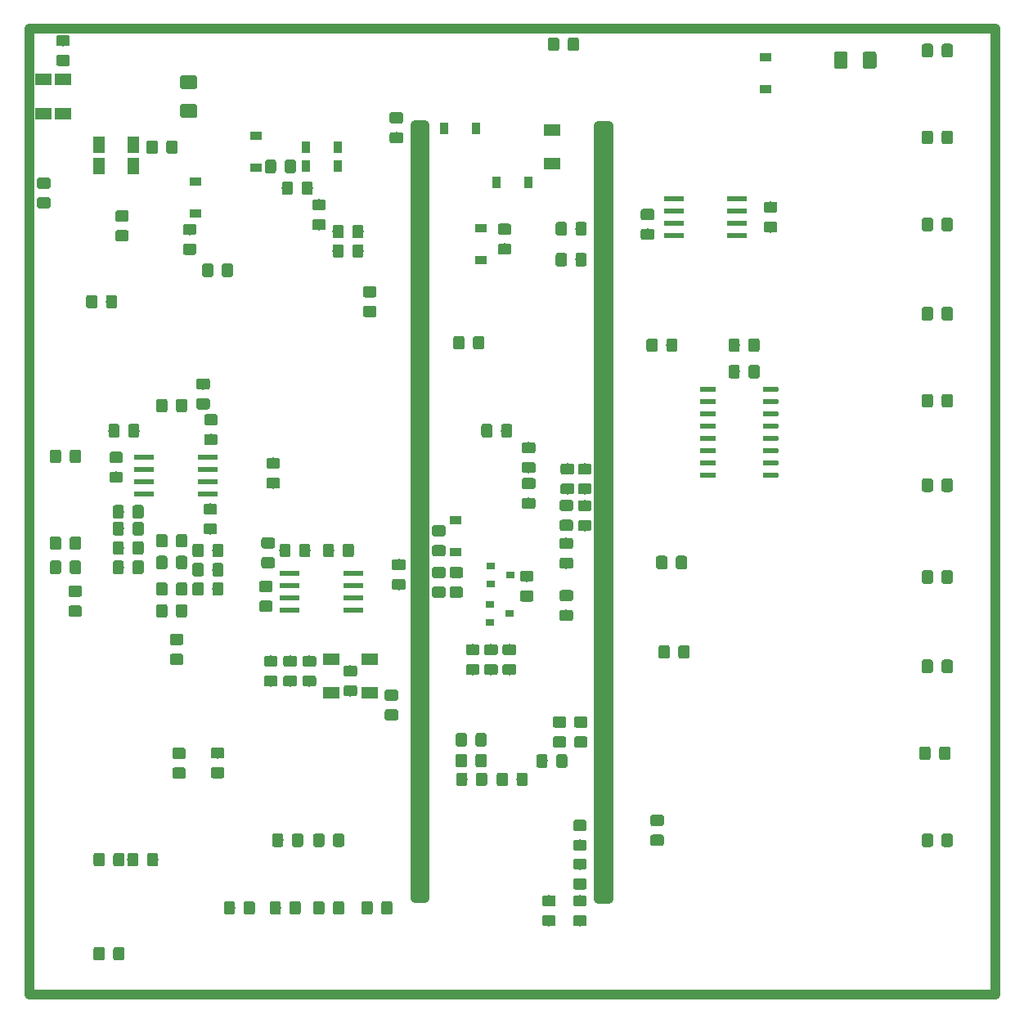
<source format=gbr>
%TF.GenerationSoftware,KiCad,Pcbnew,(5.0.2)-1*%
%TF.CreationDate,2019-02-28T19:15:16+01:00*%
%TF.ProjectId,Kicad-EffectsUnit1,4b696361-642d-4456-9666-65637473556e,Rev A*%
%TF.SameCoordinates,Original*%
%TF.FileFunction,Paste,Bot*%
%TF.FilePolarity,Positive*%
%FSLAX46Y46*%
G04 Gerber Fmt 4.6, Leading zero omitted, Abs format (unit mm)*
G04 Created by KiCad (PCBNEW (5.0.2)-1) date 28/02/2019 19:15:16*
%MOMM*%
%LPD*%
G01*
G04 APERTURE LIST*
%ADD10C,1.000000*%
%ADD11C,0.150000*%
%ADD12C,1.150000*%
%ADD13R,1.200000X0.900000*%
%ADD14R,0.900000X1.200000*%
%ADD15R,1.700000X1.300000*%
%ADD16R,1.300000X1.700000*%
%ADD17C,1.425000*%
%ADD18R,2.000000X0.550000*%
%ADD19R,0.900000X0.800000*%
%ADD20C,0.550000*%
G04 APERTURE END LIST*
D10*
X159950000Y-60100000D02*
X159950000Y-140100000D01*
X158950000Y-140100000D02*
X158950000Y-60100000D01*
X158950000Y-60100000D02*
X159950000Y-60100000D01*
X158950000Y-140100000D02*
X159950000Y-140100000D01*
X139950000Y-140000000D02*
X140950000Y-140000000D01*
X139950000Y-60000000D02*
X140950000Y-60000000D01*
X139950000Y-140000000D02*
X139950000Y-60000000D01*
X140950000Y-60000000D02*
X140950000Y-140000000D01*
X200000000Y-50000000D02*
X100000000Y-50000000D01*
X200000000Y-150000000D02*
X200000000Y-50000000D01*
X100000000Y-150000000D02*
X200000000Y-150000000D01*
X100000000Y-50000000D02*
X100000000Y-150000000D01*
D11*
G36*
X115974505Y-124426204D02*
X115998773Y-124429804D01*
X116022572Y-124435765D01*
X116045671Y-124444030D01*
X116067850Y-124454520D01*
X116088893Y-124467132D01*
X116108599Y-124481747D01*
X116126777Y-124498223D01*
X116143253Y-124516401D01*
X116157868Y-124536107D01*
X116170480Y-124557150D01*
X116180970Y-124579329D01*
X116189235Y-124602428D01*
X116195196Y-124626227D01*
X116198796Y-124650495D01*
X116200000Y-124674999D01*
X116200000Y-125325001D01*
X116198796Y-125349505D01*
X116195196Y-125373773D01*
X116189235Y-125397572D01*
X116180970Y-125420671D01*
X116170480Y-125442850D01*
X116157868Y-125463893D01*
X116143253Y-125483599D01*
X116126777Y-125501777D01*
X116108599Y-125518253D01*
X116088893Y-125532868D01*
X116067850Y-125545480D01*
X116045671Y-125555970D01*
X116022572Y-125564235D01*
X115998773Y-125570196D01*
X115974505Y-125573796D01*
X115950001Y-125575000D01*
X115049999Y-125575000D01*
X115025495Y-125573796D01*
X115001227Y-125570196D01*
X114977428Y-125564235D01*
X114954329Y-125555970D01*
X114932150Y-125545480D01*
X114911107Y-125532868D01*
X114891401Y-125518253D01*
X114873223Y-125501777D01*
X114856747Y-125483599D01*
X114842132Y-125463893D01*
X114829520Y-125442850D01*
X114819030Y-125420671D01*
X114810765Y-125397572D01*
X114804804Y-125373773D01*
X114801204Y-125349505D01*
X114800000Y-125325001D01*
X114800000Y-124674999D01*
X114801204Y-124650495D01*
X114804804Y-124626227D01*
X114810765Y-124602428D01*
X114819030Y-124579329D01*
X114829520Y-124557150D01*
X114842132Y-124536107D01*
X114856747Y-124516401D01*
X114873223Y-124498223D01*
X114891401Y-124481747D01*
X114911107Y-124467132D01*
X114932150Y-124454520D01*
X114954329Y-124444030D01*
X114977428Y-124435765D01*
X115001227Y-124429804D01*
X115025495Y-124426204D01*
X115049999Y-124425000D01*
X115950001Y-124425000D01*
X115974505Y-124426204D01*
X115974505Y-124426204D01*
G37*
D12*
X115500000Y-125000000D03*
D11*
G36*
X115974505Y-126476204D02*
X115998773Y-126479804D01*
X116022572Y-126485765D01*
X116045671Y-126494030D01*
X116067850Y-126504520D01*
X116088893Y-126517132D01*
X116108599Y-126531747D01*
X116126777Y-126548223D01*
X116143253Y-126566401D01*
X116157868Y-126586107D01*
X116170480Y-126607150D01*
X116180970Y-126629329D01*
X116189235Y-126652428D01*
X116195196Y-126676227D01*
X116198796Y-126700495D01*
X116200000Y-126724999D01*
X116200000Y-127375001D01*
X116198796Y-127399505D01*
X116195196Y-127423773D01*
X116189235Y-127447572D01*
X116180970Y-127470671D01*
X116170480Y-127492850D01*
X116157868Y-127513893D01*
X116143253Y-127533599D01*
X116126777Y-127551777D01*
X116108599Y-127568253D01*
X116088893Y-127582868D01*
X116067850Y-127595480D01*
X116045671Y-127605970D01*
X116022572Y-127614235D01*
X115998773Y-127620196D01*
X115974505Y-127623796D01*
X115950001Y-127625000D01*
X115049999Y-127625000D01*
X115025495Y-127623796D01*
X115001227Y-127620196D01*
X114977428Y-127614235D01*
X114954329Y-127605970D01*
X114932150Y-127595480D01*
X114911107Y-127582868D01*
X114891401Y-127568253D01*
X114873223Y-127551777D01*
X114856747Y-127533599D01*
X114842132Y-127513893D01*
X114829520Y-127492850D01*
X114819030Y-127470671D01*
X114810765Y-127447572D01*
X114804804Y-127423773D01*
X114801204Y-127399505D01*
X114800000Y-127375001D01*
X114800000Y-126724999D01*
X114801204Y-126700495D01*
X114804804Y-126676227D01*
X114810765Y-126652428D01*
X114819030Y-126629329D01*
X114829520Y-126607150D01*
X114842132Y-126586107D01*
X114856747Y-126566401D01*
X114873223Y-126548223D01*
X114891401Y-126531747D01*
X114911107Y-126517132D01*
X114932150Y-126504520D01*
X114954329Y-126494030D01*
X114977428Y-126485765D01*
X115001227Y-126479804D01*
X115025495Y-126476204D01*
X115049999Y-126475000D01*
X115950001Y-126475000D01*
X115974505Y-126476204D01*
X115974505Y-126476204D01*
G37*
D12*
X115500000Y-127050000D03*
D11*
G36*
X133374505Y-103301204D02*
X133398773Y-103304804D01*
X133422572Y-103310765D01*
X133445671Y-103319030D01*
X133467850Y-103329520D01*
X133488893Y-103342132D01*
X133508599Y-103356747D01*
X133526777Y-103373223D01*
X133543253Y-103391401D01*
X133557868Y-103411107D01*
X133570480Y-103432150D01*
X133580970Y-103454329D01*
X133589235Y-103477428D01*
X133595196Y-103501227D01*
X133598796Y-103525495D01*
X133600000Y-103549999D01*
X133600000Y-104450001D01*
X133598796Y-104474505D01*
X133595196Y-104498773D01*
X133589235Y-104522572D01*
X133580970Y-104545671D01*
X133570480Y-104567850D01*
X133557868Y-104588893D01*
X133543253Y-104608599D01*
X133526777Y-104626777D01*
X133508599Y-104643253D01*
X133488893Y-104657868D01*
X133467850Y-104670480D01*
X133445671Y-104680970D01*
X133422572Y-104689235D01*
X133398773Y-104695196D01*
X133374505Y-104698796D01*
X133350001Y-104700000D01*
X132699999Y-104700000D01*
X132675495Y-104698796D01*
X132651227Y-104695196D01*
X132627428Y-104689235D01*
X132604329Y-104680970D01*
X132582150Y-104670480D01*
X132561107Y-104657868D01*
X132541401Y-104643253D01*
X132523223Y-104626777D01*
X132506747Y-104608599D01*
X132492132Y-104588893D01*
X132479520Y-104567850D01*
X132469030Y-104545671D01*
X132460765Y-104522572D01*
X132454804Y-104498773D01*
X132451204Y-104474505D01*
X132450000Y-104450001D01*
X132450000Y-103549999D01*
X132451204Y-103525495D01*
X132454804Y-103501227D01*
X132460765Y-103477428D01*
X132469030Y-103454329D01*
X132479520Y-103432150D01*
X132492132Y-103411107D01*
X132506747Y-103391401D01*
X132523223Y-103373223D01*
X132541401Y-103356747D01*
X132561107Y-103342132D01*
X132582150Y-103329520D01*
X132604329Y-103319030D01*
X132627428Y-103310765D01*
X132651227Y-103304804D01*
X132675495Y-103301204D01*
X132699999Y-103300000D01*
X133350001Y-103300000D01*
X133374505Y-103301204D01*
X133374505Y-103301204D01*
G37*
D12*
X133025000Y-104000000D03*
D11*
G36*
X131324505Y-103301204D02*
X131348773Y-103304804D01*
X131372572Y-103310765D01*
X131395671Y-103319030D01*
X131417850Y-103329520D01*
X131438893Y-103342132D01*
X131458599Y-103356747D01*
X131476777Y-103373223D01*
X131493253Y-103391401D01*
X131507868Y-103411107D01*
X131520480Y-103432150D01*
X131530970Y-103454329D01*
X131539235Y-103477428D01*
X131545196Y-103501227D01*
X131548796Y-103525495D01*
X131550000Y-103549999D01*
X131550000Y-104450001D01*
X131548796Y-104474505D01*
X131545196Y-104498773D01*
X131539235Y-104522572D01*
X131530970Y-104545671D01*
X131520480Y-104567850D01*
X131507868Y-104588893D01*
X131493253Y-104608599D01*
X131476777Y-104626777D01*
X131458599Y-104643253D01*
X131438893Y-104657868D01*
X131417850Y-104670480D01*
X131395671Y-104680970D01*
X131372572Y-104689235D01*
X131348773Y-104695196D01*
X131324505Y-104698796D01*
X131300001Y-104700000D01*
X130649999Y-104700000D01*
X130625495Y-104698796D01*
X130601227Y-104695196D01*
X130577428Y-104689235D01*
X130554329Y-104680970D01*
X130532150Y-104670480D01*
X130511107Y-104657868D01*
X130491401Y-104643253D01*
X130473223Y-104626777D01*
X130456747Y-104608599D01*
X130442132Y-104588893D01*
X130429520Y-104567850D01*
X130419030Y-104545671D01*
X130410765Y-104522572D01*
X130404804Y-104498773D01*
X130401204Y-104474505D01*
X130400000Y-104450001D01*
X130400000Y-103549999D01*
X130401204Y-103525495D01*
X130404804Y-103501227D01*
X130410765Y-103477428D01*
X130419030Y-103454329D01*
X130429520Y-103432150D01*
X130442132Y-103411107D01*
X130456747Y-103391401D01*
X130473223Y-103373223D01*
X130491401Y-103356747D01*
X130511107Y-103342132D01*
X130532150Y-103329520D01*
X130554329Y-103319030D01*
X130577428Y-103310765D01*
X130601227Y-103304804D01*
X130625495Y-103301204D01*
X130649999Y-103300000D01*
X131300001Y-103300000D01*
X131324505Y-103301204D01*
X131324505Y-103301204D01*
G37*
D12*
X130975000Y-104000000D03*
D11*
G36*
X119224505Y-99151204D02*
X119248773Y-99154804D01*
X119272572Y-99160765D01*
X119295671Y-99169030D01*
X119317850Y-99179520D01*
X119338893Y-99192132D01*
X119358599Y-99206747D01*
X119376777Y-99223223D01*
X119393253Y-99241401D01*
X119407868Y-99261107D01*
X119420480Y-99282150D01*
X119430970Y-99304329D01*
X119439235Y-99327428D01*
X119445196Y-99351227D01*
X119448796Y-99375495D01*
X119450000Y-99399999D01*
X119450000Y-100050001D01*
X119448796Y-100074505D01*
X119445196Y-100098773D01*
X119439235Y-100122572D01*
X119430970Y-100145671D01*
X119420480Y-100167850D01*
X119407868Y-100188893D01*
X119393253Y-100208599D01*
X119376777Y-100226777D01*
X119358599Y-100243253D01*
X119338893Y-100257868D01*
X119317850Y-100270480D01*
X119295671Y-100280970D01*
X119272572Y-100289235D01*
X119248773Y-100295196D01*
X119224505Y-100298796D01*
X119200001Y-100300000D01*
X118299999Y-100300000D01*
X118275495Y-100298796D01*
X118251227Y-100295196D01*
X118227428Y-100289235D01*
X118204329Y-100280970D01*
X118182150Y-100270480D01*
X118161107Y-100257868D01*
X118141401Y-100243253D01*
X118123223Y-100226777D01*
X118106747Y-100208599D01*
X118092132Y-100188893D01*
X118079520Y-100167850D01*
X118069030Y-100145671D01*
X118060765Y-100122572D01*
X118054804Y-100098773D01*
X118051204Y-100074505D01*
X118050000Y-100050001D01*
X118050000Y-99399999D01*
X118051204Y-99375495D01*
X118054804Y-99351227D01*
X118060765Y-99327428D01*
X118069030Y-99304329D01*
X118079520Y-99282150D01*
X118092132Y-99261107D01*
X118106747Y-99241401D01*
X118123223Y-99223223D01*
X118141401Y-99206747D01*
X118161107Y-99192132D01*
X118182150Y-99179520D01*
X118204329Y-99169030D01*
X118227428Y-99160765D01*
X118251227Y-99154804D01*
X118275495Y-99151204D01*
X118299999Y-99150000D01*
X119200001Y-99150000D01*
X119224505Y-99151204D01*
X119224505Y-99151204D01*
G37*
D12*
X118750000Y-99725000D03*
D11*
G36*
X119224505Y-101201204D02*
X119248773Y-101204804D01*
X119272572Y-101210765D01*
X119295671Y-101219030D01*
X119317850Y-101229520D01*
X119338893Y-101242132D01*
X119358599Y-101256747D01*
X119376777Y-101273223D01*
X119393253Y-101291401D01*
X119407868Y-101311107D01*
X119420480Y-101332150D01*
X119430970Y-101354329D01*
X119439235Y-101377428D01*
X119445196Y-101401227D01*
X119448796Y-101425495D01*
X119450000Y-101449999D01*
X119450000Y-102100001D01*
X119448796Y-102124505D01*
X119445196Y-102148773D01*
X119439235Y-102172572D01*
X119430970Y-102195671D01*
X119420480Y-102217850D01*
X119407868Y-102238893D01*
X119393253Y-102258599D01*
X119376777Y-102276777D01*
X119358599Y-102293253D01*
X119338893Y-102307868D01*
X119317850Y-102320480D01*
X119295671Y-102330970D01*
X119272572Y-102339235D01*
X119248773Y-102345196D01*
X119224505Y-102348796D01*
X119200001Y-102350000D01*
X118299999Y-102350000D01*
X118275495Y-102348796D01*
X118251227Y-102345196D01*
X118227428Y-102339235D01*
X118204329Y-102330970D01*
X118182150Y-102320480D01*
X118161107Y-102307868D01*
X118141401Y-102293253D01*
X118123223Y-102276777D01*
X118106747Y-102258599D01*
X118092132Y-102238893D01*
X118079520Y-102217850D01*
X118069030Y-102195671D01*
X118060765Y-102172572D01*
X118054804Y-102148773D01*
X118051204Y-102124505D01*
X118050000Y-102100001D01*
X118050000Y-101449999D01*
X118051204Y-101425495D01*
X118054804Y-101401227D01*
X118060765Y-101377428D01*
X118069030Y-101354329D01*
X118079520Y-101332150D01*
X118092132Y-101311107D01*
X118106747Y-101291401D01*
X118123223Y-101273223D01*
X118141401Y-101256747D01*
X118161107Y-101242132D01*
X118182150Y-101229520D01*
X118204329Y-101219030D01*
X118227428Y-101210765D01*
X118251227Y-101204804D01*
X118275495Y-101201204D01*
X118299999Y-101200000D01*
X119200001Y-101200000D01*
X119224505Y-101201204D01*
X119224505Y-101201204D01*
G37*
D12*
X118750000Y-101775000D03*
D11*
G36*
X128874505Y-103301204D02*
X128898773Y-103304804D01*
X128922572Y-103310765D01*
X128945671Y-103319030D01*
X128967850Y-103329520D01*
X128988893Y-103342132D01*
X129008599Y-103356747D01*
X129026777Y-103373223D01*
X129043253Y-103391401D01*
X129057868Y-103411107D01*
X129070480Y-103432150D01*
X129080970Y-103454329D01*
X129089235Y-103477428D01*
X129095196Y-103501227D01*
X129098796Y-103525495D01*
X129100000Y-103549999D01*
X129100000Y-104450001D01*
X129098796Y-104474505D01*
X129095196Y-104498773D01*
X129089235Y-104522572D01*
X129080970Y-104545671D01*
X129070480Y-104567850D01*
X129057868Y-104588893D01*
X129043253Y-104608599D01*
X129026777Y-104626777D01*
X129008599Y-104643253D01*
X128988893Y-104657868D01*
X128967850Y-104670480D01*
X128945671Y-104680970D01*
X128922572Y-104689235D01*
X128898773Y-104695196D01*
X128874505Y-104698796D01*
X128850001Y-104700000D01*
X128199999Y-104700000D01*
X128175495Y-104698796D01*
X128151227Y-104695196D01*
X128127428Y-104689235D01*
X128104329Y-104680970D01*
X128082150Y-104670480D01*
X128061107Y-104657868D01*
X128041401Y-104643253D01*
X128023223Y-104626777D01*
X128006747Y-104608599D01*
X127992132Y-104588893D01*
X127979520Y-104567850D01*
X127969030Y-104545671D01*
X127960765Y-104522572D01*
X127954804Y-104498773D01*
X127951204Y-104474505D01*
X127950000Y-104450001D01*
X127950000Y-103549999D01*
X127951204Y-103525495D01*
X127954804Y-103501227D01*
X127960765Y-103477428D01*
X127969030Y-103454329D01*
X127979520Y-103432150D01*
X127992132Y-103411107D01*
X128006747Y-103391401D01*
X128023223Y-103373223D01*
X128041401Y-103356747D01*
X128061107Y-103342132D01*
X128082150Y-103329520D01*
X128104329Y-103319030D01*
X128127428Y-103310765D01*
X128151227Y-103304804D01*
X128175495Y-103301204D01*
X128199999Y-103300000D01*
X128850001Y-103300000D01*
X128874505Y-103301204D01*
X128874505Y-103301204D01*
G37*
D12*
X128525000Y-104000000D03*
D11*
G36*
X126824505Y-103301204D02*
X126848773Y-103304804D01*
X126872572Y-103310765D01*
X126895671Y-103319030D01*
X126917850Y-103329520D01*
X126938893Y-103342132D01*
X126958599Y-103356747D01*
X126976777Y-103373223D01*
X126993253Y-103391401D01*
X127007868Y-103411107D01*
X127020480Y-103432150D01*
X127030970Y-103454329D01*
X127039235Y-103477428D01*
X127045196Y-103501227D01*
X127048796Y-103525495D01*
X127050000Y-103549999D01*
X127050000Y-104450001D01*
X127048796Y-104474505D01*
X127045196Y-104498773D01*
X127039235Y-104522572D01*
X127030970Y-104545671D01*
X127020480Y-104567850D01*
X127007868Y-104588893D01*
X126993253Y-104608599D01*
X126976777Y-104626777D01*
X126958599Y-104643253D01*
X126938893Y-104657868D01*
X126917850Y-104670480D01*
X126895671Y-104680970D01*
X126872572Y-104689235D01*
X126848773Y-104695196D01*
X126824505Y-104698796D01*
X126800001Y-104700000D01*
X126149999Y-104700000D01*
X126125495Y-104698796D01*
X126101227Y-104695196D01*
X126077428Y-104689235D01*
X126054329Y-104680970D01*
X126032150Y-104670480D01*
X126011107Y-104657868D01*
X125991401Y-104643253D01*
X125973223Y-104626777D01*
X125956747Y-104608599D01*
X125942132Y-104588893D01*
X125929520Y-104567850D01*
X125919030Y-104545671D01*
X125910765Y-104522572D01*
X125904804Y-104498773D01*
X125901204Y-104474505D01*
X125900000Y-104450001D01*
X125900000Y-103549999D01*
X125901204Y-103525495D01*
X125904804Y-103501227D01*
X125910765Y-103477428D01*
X125919030Y-103454329D01*
X125929520Y-103432150D01*
X125942132Y-103411107D01*
X125956747Y-103391401D01*
X125973223Y-103373223D01*
X125991401Y-103356747D01*
X126011107Y-103342132D01*
X126032150Y-103329520D01*
X126054329Y-103319030D01*
X126077428Y-103310765D01*
X126101227Y-103304804D01*
X126125495Y-103301204D01*
X126149999Y-103300000D01*
X126800001Y-103300000D01*
X126824505Y-103301204D01*
X126824505Y-103301204D01*
G37*
D12*
X126475000Y-104000000D03*
D11*
G36*
X114074505Y-88301204D02*
X114098773Y-88304804D01*
X114122572Y-88310765D01*
X114145671Y-88319030D01*
X114167850Y-88329520D01*
X114188893Y-88342132D01*
X114208599Y-88356747D01*
X114226777Y-88373223D01*
X114243253Y-88391401D01*
X114257868Y-88411107D01*
X114270480Y-88432150D01*
X114280970Y-88454329D01*
X114289235Y-88477428D01*
X114295196Y-88501227D01*
X114298796Y-88525495D01*
X114300000Y-88549999D01*
X114300000Y-89450001D01*
X114298796Y-89474505D01*
X114295196Y-89498773D01*
X114289235Y-89522572D01*
X114280970Y-89545671D01*
X114270480Y-89567850D01*
X114257868Y-89588893D01*
X114243253Y-89608599D01*
X114226777Y-89626777D01*
X114208599Y-89643253D01*
X114188893Y-89657868D01*
X114167850Y-89670480D01*
X114145671Y-89680970D01*
X114122572Y-89689235D01*
X114098773Y-89695196D01*
X114074505Y-89698796D01*
X114050001Y-89700000D01*
X113399999Y-89700000D01*
X113375495Y-89698796D01*
X113351227Y-89695196D01*
X113327428Y-89689235D01*
X113304329Y-89680970D01*
X113282150Y-89670480D01*
X113261107Y-89657868D01*
X113241401Y-89643253D01*
X113223223Y-89626777D01*
X113206747Y-89608599D01*
X113192132Y-89588893D01*
X113179520Y-89567850D01*
X113169030Y-89545671D01*
X113160765Y-89522572D01*
X113154804Y-89498773D01*
X113151204Y-89474505D01*
X113150000Y-89450001D01*
X113150000Y-88549999D01*
X113151204Y-88525495D01*
X113154804Y-88501227D01*
X113160765Y-88477428D01*
X113169030Y-88454329D01*
X113179520Y-88432150D01*
X113192132Y-88411107D01*
X113206747Y-88391401D01*
X113223223Y-88373223D01*
X113241401Y-88356747D01*
X113261107Y-88342132D01*
X113282150Y-88329520D01*
X113304329Y-88319030D01*
X113327428Y-88310765D01*
X113351227Y-88304804D01*
X113375495Y-88301204D01*
X113399999Y-88300000D01*
X114050001Y-88300000D01*
X114074505Y-88301204D01*
X114074505Y-88301204D01*
G37*
D12*
X113725000Y-89000000D03*
D11*
G36*
X116124505Y-88301204D02*
X116148773Y-88304804D01*
X116172572Y-88310765D01*
X116195671Y-88319030D01*
X116217850Y-88329520D01*
X116238893Y-88342132D01*
X116258599Y-88356747D01*
X116276777Y-88373223D01*
X116293253Y-88391401D01*
X116307868Y-88411107D01*
X116320480Y-88432150D01*
X116330970Y-88454329D01*
X116339235Y-88477428D01*
X116345196Y-88501227D01*
X116348796Y-88525495D01*
X116350000Y-88549999D01*
X116350000Y-89450001D01*
X116348796Y-89474505D01*
X116345196Y-89498773D01*
X116339235Y-89522572D01*
X116330970Y-89545671D01*
X116320480Y-89567850D01*
X116307868Y-89588893D01*
X116293253Y-89608599D01*
X116276777Y-89626777D01*
X116258599Y-89643253D01*
X116238893Y-89657868D01*
X116217850Y-89670480D01*
X116195671Y-89680970D01*
X116172572Y-89689235D01*
X116148773Y-89695196D01*
X116124505Y-89698796D01*
X116100001Y-89700000D01*
X115449999Y-89700000D01*
X115425495Y-89698796D01*
X115401227Y-89695196D01*
X115377428Y-89689235D01*
X115354329Y-89680970D01*
X115332150Y-89670480D01*
X115311107Y-89657868D01*
X115291401Y-89643253D01*
X115273223Y-89626777D01*
X115256747Y-89608599D01*
X115242132Y-89588893D01*
X115229520Y-89567850D01*
X115219030Y-89545671D01*
X115210765Y-89522572D01*
X115204804Y-89498773D01*
X115201204Y-89474505D01*
X115200000Y-89450001D01*
X115200000Y-88549999D01*
X115201204Y-88525495D01*
X115204804Y-88501227D01*
X115210765Y-88477428D01*
X115219030Y-88454329D01*
X115229520Y-88432150D01*
X115242132Y-88411107D01*
X115256747Y-88391401D01*
X115273223Y-88373223D01*
X115291401Y-88356747D01*
X115311107Y-88342132D01*
X115332150Y-88329520D01*
X115354329Y-88319030D01*
X115377428Y-88310765D01*
X115401227Y-88304804D01*
X115425495Y-88301204D01*
X115449999Y-88300000D01*
X116100001Y-88300000D01*
X116124505Y-88301204D01*
X116124505Y-88301204D01*
G37*
D12*
X115775000Y-89000000D03*
D11*
G36*
X105224505Y-107651204D02*
X105248773Y-107654804D01*
X105272572Y-107660765D01*
X105295671Y-107669030D01*
X105317850Y-107679520D01*
X105338893Y-107692132D01*
X105358599Y-107706747D01*
X105376777Y-107723223D01*
X105393253Y-107741401D01*
X105407868Y-107761107D01*
X105420480Y-107782150D01*
X105430970Y-107804329D01*
X105439235Y-107827428D01*
X105445196Y-107851227D01*
X105448796Y-107875495D01*
X105450000Y-107899999D01*
X105450000Y-108550001D01*
X105448796Y-108574505D01*
X105445196Y-108598773D01*
X105439235Y-108622572D01*
X105430970Y-108645671D01*
X105420480Y-108667850D01*
X105407868Y-108688893D01*
X105393253Y-108708599D01*
X105376777Y-108726777D01*
X105358599Y-108743253D01*
X105338893Y-108757868D01*
X105317850Y-108770480D01*
X105295671Y-108780970D01*
X105272572Y-108789235D01*
X105248773Y-108795196D01*
X105224505Y-108798796D01*
X105200001Y-108800000D01*
X104299999Y-108800000D01*
X104275495Y-108798796D01*
X104251227Y-108795196D01*
X104227428Y-108789235D01*
X104204329Y-108780970D01*
X104182150Y-108770480D01*
X104161107Y-108757868D01*
X104141401Y-108743253D01*
X104123223Y-108726777D01*
X104106747Y-108708599D01*
X104092132Y-108688893D01*
X104079520Y-108667850D01*
X104069030Y-108645671D01*
X104060765Y-108622572D01*
X104054804Y-108598773D01*
X104051204Y-108574505D01*
X104050000Y-108550001D01*
X104050000Y-107899999D01*
X104051204Y-107875495D01*
X104054804Y-107851227D01*
X104060765Y-107827428D01*
X104069030Y-107804329D01*
X104079520Y-107782150D01*
X104092132Y-107761107D01*
X104106747Y-107741401D01*
X104123223Y-107723223D01*
X104141401Y-107706747D01*
X104161107Y-107692132D01*
X104182150Y-107679520D01*
X104204329Y-107669030D01*
X104227428Y-107660765D01*
X104251227Y-107654804D01*
X104275495Y-107651204D01*
X104299999Y-107650000D01*
X105200001Y-107650000D01*
X105224505Y-107651204D01*
X105224505Y-107651204D01*
G37*
D12*
X104750000Y-108225000D03*
D11*
G36*
X105224505Y-109701204D02*
X105248773Y-109704804D01*
X105272572Y-109710765D01*
X105295671Y-109719030D01*
X105317850Y-109729520D01*
X105338893Y-109742132D01*
X105358599Y-109756747D01*
X105376777Y-109773223D01*
X105393253Y-109791401D01*
X105407868Y-109811107D01*
X105420480Y-109832150D01*
X105430970Y-109854329D01*
X105439235Y-109877428D01*
X105445196Y-109901227D01*
X105448796Y-109925495D01*
X105450000Y-109949999D01*
X105450000Y-110600001D01*
X105448796Y-110624505D01*
X105445196Y-110648773D01*
X105439235Y-110672572D01*
X105430970Y-110695671D01*
X105420480Y-110717850D01*
X105407868Y-110738893D01*
X105393253Y-110758599D01*
X105376777Y-110776777D01*
X105358599Y-110793253D01*
X105338893Y-110807868D01*
X105317850Y-110820480D01*
X105295671Y-110830970D01*
X105272572Y-110839235D01*
X105248773Y-110845196D01*
X105224505Y-110848796D01*
X105200001Y-110850000D01*
X104299999Y-110850000D01*
X104275495Y-110848796D01*
X104251227Y-110845196D01*
X104227428Y-110839235D01*
X104204329Y-110830970D01*
X104182150Y-110820480D01*
X104161107Y-110807868D01*
X104141401Y-110793253D01*
X104123223Y-110776777D01*
X104106747Y-110758599D01*
X104092132Y-110738893D01*
X104079520Y-110717850D01*
X104069030Y-110695671D01*
X104060765Y-110672572D01*
X104054804Y-110648773D01*
X104051204Y-110624505D01*
X104050000Y-110600001D01*
X104050000Y-109949999D01*
X104051204Y-109925495D01*
X104054804Y-109901227D01*
X104060765Y-109877428D01*
X104069030Y-109854329D01*
X104079520Y-109832150D01*
X104092132Y-109811107D01*
X104106747Y-109791401D01*
X104123223Y-109773223D01*
X104141401Y-109756747D01*
X104161107Y-109742132D01*
X104182150Y-109729520D01*
X104204329Y-109719030D01*
X104227428Y-109710765D01*
X104251227Y-109704804D01*
X104275495Y-109701204D01*
X104299999Y-109700000D01*
X105200001Y-109700000D01*
X105224505Y-109701204D01*
X105224505Y-109701204D01*
G37*
D12*
X104750000Y-110275000D03*
D11*
G36*
X111074505Y-135301204D02*
X111098773Y-135304804D01*
X111122572Y-135310765D01*
X111145671Y-135319030D01*
X111167850Y-135329520D01*
X111188893Y-135342132D01*
X111208599Y-135356747D01*
X111226777Y-135373223D01*
X111243253Y-135391401D01*
X111257868Y-135411107D01*
X111270480Y-135432150D01*
X111280970Y-135454329D01*
X111289235Y-135477428D01*
X111295196Y-135501227D01*
X111298796Y-135525495D01*
X111300000Y-135549999D01*
X111300000Y-136450001D01*
X111298796Y-136474505D01*
X111295196Y-136498773D01*
X111289235Y-136522572D01*
X111280970Y-136545671D01*
X111270480Y-136567850D01*
X111257868Y-136588893D01*
X111243253Y-136608599D01*
X111226777Y-136626777D01*
X111208599Y-136643253D01*
X111188893Y-136657868D01*
X111167850Y-136670480D01*
X111145671Y-136680970D01*
X111122572Y-136689235D01*
X111098773Y-136695196D01*
X111074505Y-136698796D01*
X111050001Y-136700000D01*
X110399999Y-136700000D01*
X110375495Y-136698796D01*
X110351227Y-136695196D01*
X110327428Y-136689235D01*
X110304329Y-136680970D01*
X110282150Y-136670480D01*
X110261107Y-136657868D01*
X110241401Y-136643253D01*
X110223223Y-136626777D01*
X110206747Y-136608599D01*
X110192132Y-136588893D01*
X110179520Y-136567850D01*
X110169030Y-136545671D01*
X110160765Y-136522572D01*
X110154804Y-136498773D01*
X110151204Y-136474505D01*
X110150000Y-136450001D01*
X110150000Y-135549999D01*
X110151204Y-135525495D01*
X110154804Y-135501227D01*
X110160765Y-135477428D01*
X110169030Y-135454329D01*
X110179520Y-135432150D01*
X110192132Y-135411107D01*
X110206747Y-135391401D01*
X110223223Y-135373223D01*
X110241401Y-135356747D01*
X110261107Y-135342132D01*
X110282150Y-135329520D01*
X110304329Y-135319030D01*
X110327428Y-135310765D01*
X110351227Y-135304804D01*
X110375495Y-135301204D01*
X110399999Y-135300000D01*
X111050001Y-135300000D01*
X111074505Y-135301204D01*
X111074505Y-135301204D01*
G37*
D12*
X110725000Y-136000000D03*
D11*
G36*
X113124505Y-135301204D02*
X113148773Y-135304804D01*
X113172572Y-135310765D01*
X113195671Y-135319030D01*
X113217850Y-135329520D01*
X113238893Y-135342132D01*
X113258599Y-135356747D01*
X113276777Y-135373223D01*
X113293253Y-135391401D01*
X113307868Y-135411107D01*
X113320480Y-135432150D01*
X113330970Y-135454329D01*
X113339235Y-135477428D01*
X113345196Y-135501227D01*
X113348796Y-135525495D01*
X113350000Y-135549999D01*
X113350000Y-136450001D01*
X113348796Y-136474505D01*
X113345196Y-136498773D01*
X113339235Y-136522572D01*
X113330970Y-136545671D01*
X113320480Y-136567850D01*
X113307868Y-136588893D01*
X113293253Y-136608599D01*
X113276777Y-136626777D01*
X113258599Y-136643253D01*
X113238893Y-136657868D01*
X113217850Y-136670480D01*
X113195671Y-136680970D01*
X113172572Y-136689235D01*
X113148773Y-136695196D01*
X113124505Y-136698796D01*
X113100001Y-136700000D01*
X112449999Y-136700000D01*
X112425495Y-136698796D01*
X112401227Y-136695196D01*
X112377428Y-136689235D01*
X112354329Y-136680970D01*
X112332150Y-136670480D01*
X112311107Y-136657868D01*
X112291401Y-136643253D01*
X112273223Y-136626777D01*
X112256747Y-136608599D01*
X112242132Y-136588893D01*
X112229520Y-136567850D01*
X112219030Y-136545671D01*
X112210765Y-136522572D01*
X112204804Y-136498773D01*
X112201204Y-136474505D01*
X112200000Y-136450001D01*
X112200000Y-135549999D01*
X112201204Y-135525495D01*
X112204804Y-135501227D01*
X112210765Y-135477428D01*
X112219030Y-135454329D01*
X112229520Y-135432150D01*
X112242132Y-135411107D01*
X112256747Y-135391401D01*
X112273223Y-135373223D01*
X112291401Y-135356747D01*
X112311107Y-135342132D01*
X112332150Y-135329520D01*
X112354329Y-135319030D01*
X112377428Y-135310765D01*
X112401227Y-135304804D01*
X112425495Y-135301204D01*
X112449999Y-135300000D01*
X113100001Y-135300000D01*
X113124505Y-135301204D01*
X113124505Y-135301204D01*
G37*
D12*
X112775000Y-136000000D03*
D11*
G36*
X107574505Y-135301204D02*
X107598773Y-135304804D01*
X107622572Y-135310765D01*
X107645671Y-135319030D01*
X107667850Y-135329520D01*
X107688893Y-135342132D01*
X107708599Y-135356747D01*
X107726777Y-135373223D01*
X107743253Y-135391401D01*
X107757868Y-135411107D01*
X107770480Y-135432150D01*
X107780970Y-135454329D01*
X107789235Y-135477428D01*
X107795196Y-135501227D01*
X107798796Y-135525495D01*
X107800000Y-135549999D01*
X107800000Y-136450001D01*
X107798796Y-136474505D01*
X107795196Y-136498773D01*
X107789235Y-136522572D01*
X107780970Y-136545671D01*
X107770480Y-136567850D01*
X107757868Y-136588893D01*
X107743253Y-136608599D01*
X107726777Y-136626777D01*
X107708599Y-136643253D01*
X107688893Y-136657868D01*
X107667850Y-136670480D01*
X107645671Y-136680970D01*
X107622572Y-136689235D01*
X107598773Y-136695196D01*
X107574505Y-136698796D01*
X107550001Y-136700000D01*
X106899999Y-136700000D01*
X106875495Y-136698796D01*
X106851227Y-136695196D01*
X106827428Y-136689235D01*
X106804329Y-136680970D01*
X106782150Y-136670480D01*
X106761107Y-136657868D01*
X106741401Y-136643253D01*
X106723223Y-136626777D01*
X106706747Y-136608599D01*
X106692132Y-136588893D01*
X106679520Y-136567850D01*
X106669030Y-136545671D01*
X106660765Y-136522572D01*
X106654804Y-136498773D01*
X106651204Y-136474505D01*
X106650000Y-136450001D01*
X106650000Y-135549999D01*
X106651204Y-135525495D01*
X106654804Y-135501227D01*
X106660765Y-135477428D01*
X106669030Y-135454329D01*
X106679520Y-135432150D01*
X106692132Y-135411107D01*
X106706747Y-135391401D01*
X106723223Y-135373223D01*
X106741401Y-135356747D01*
X106761107Y-135342132D01*
X106782150Y-135329520D01*
X106804329Y-135319030D01*
X106827428Y-135310765D01*
X106851227Y-135304804D01*
X106875495Y-135301204D01*
X106899999Y-135300000D01*
X107550001Y-135300000D01*
X107574505Y-135301204D01*
X107574505Y-135301204D01*
G37*
D12*
X107225000Y-136000000D03*
D11*
G36*
X109624505Y-135301204D02*
X109648773Y-135304804D01*
X109672572Y-135310765D01*
X109695671Y-135319030D01*
X109717850Y-135329520D01*
X109738893Y-135342132D01*
X109758599Y-135356747D01*
X109776777Y-135373223D01*
X109793253Y-135391401D01*
X109807868Y-135411107D01*
X109820480Y-135432150D01*
X109830970Y-135454329D01*
X109839235Y-135477428D01*
X109845196Y-135501227D01*
X109848796Y-135525495D01*
X109850000Y-135549999D01*
X109850000Y-136450001D01*
X109848796Y-136474505D01*
X109845196Y-136498773D01*
X109839235Y-136522572D01*
X109830970Y-136545671D01*
X109820480Y-136567850D01*
X109807868Y-136588893D01*
X109793253Y-136608599D01*
X109776777Y-136626777D01*
X109758599Y-136643253D01*
X109738893Y-136657868D01*
X109717850Y-136670480D01*
X109695671Y-136680970D01*
X109672572Y-136689235D01*
X109648773Y-136695196D01*
X109624505Y-136698796D01*
X109600001Y-136700000D01*
X108949999Y-136700000D01*
X108925495Y-136698796D01*
X108901227Y-136695196D01*
X108877428Y-136689235D01*
X108854329Y-136680970D01*
X108832150Y-136670480D01*
X108811107Y-136657868D01*
X108791401Y-136643253D01*
X108773223Y-136626777D01*
X108756747Y-136608599D01*
X108742132Y-136588893D01*
X108729520Y-136567850D01*
X108719030Y-136545671D01*
X108710765Y-136522572D01*
X108704804Y-136498773D01*
X108701204Y-136474505D01*
X108700000Y-136450001D01*
X108700000Y-135549999D01*
X108701204Y-135525495D01*
X108704804Y-135501227D01*
X108710765Y-135477428D01*
X108719030Y-135454329D01*
X108729520Y-135432150D01*
X108742132Y-135411107D01*
X108756747Y-135391401D01*
X108773223Y-135373223D01*
X108791401Y-135356747D01*
X108811107Y-135342132D01*
X108832150Y-135329520D01*
X108854329Y-135319030D01*
X108877428Y-135310765D01*
X108901227Y-135304804D01*
X108925495Y-135301204D01*
X108949999Y-135300000D01*
X109600001Y-135300000D01*
X109624505Y-135301204D01*
X109624505Y-135301204D01*
G37*
D12*
X109275000Y-136000000D03*
D11*
G36*
X113074505Y-61551204D02*
X113098773Y-61554804D01*
X113122572Y-61560765D01*
X113145671Y-61569030D01*
X113167850Y-61579520D01*
X113188893Y-61592132D01*
X113208599Y-61606747D01*
X113226777Y-61623223D01*
X113243253Y-61641401D01*
X113257868Y-61661107D01*
X113270480Y-61682150D01*
X113280970Y-61704329D01*
X113289235Y-61727428D01*
X113295196Y-61751227D01*
X113298796Y-61775495D01*
X113300000Y-61799999D01*
X113300000Y-62700001D01*
X113298796Y-62724505D01*
X113295196Y-62748773D01*
X113289235Y-62772572D01*
X113280970Y-62795671D01*
X113270480Y-62817850D01*
X113257868Y-62838893D01*
X113243253Y-62858599D01*
X113226777Y-62876777D01*
X113208599Y-62893253D01*
X113188893Y-62907868D01*
X113167850Y-62920480D01*
X113145671Y-62930970D01*
X113122572Y-62939235D01*
X113098773Y-62945196D01*
X113074505Y-62948796D01*
X113050001Y-62950000D01*
X112399999Y-62950000D01*
X112375495Y-62948796D01*
X112351227Y-62945196D01*
X112327428Y-62939235D01*
X112304329Y-62930970D01*
X112282150Y-62920480D01*
X112261107Y-62907868D01*
X112241401Y-62893253D01*
X112223223Y-62876777D01*
X112206747Y-62858599D01*
X112192132Y-62838893D01*
X112179520Y-62817850D01*
X112169030Y-62795671D01*
X112160765Y-62772572D01*
X112154804Y-62748773D01*
X112151204Y-62724505D01*
X112150000Y-62700001D01*
X112150000Y-61799999D01*
X112151204Y-61775495D01*
X112154804Y-61751227D01*
X112160765Y-61727428D01*
X112169030Y-61704329D01*
X112179520Y-61682150D01*
X112192132Y-61661107D01*
X112206747Y-61641401D01*
X112223223Y-61623223D01*
X112241401Y-61606747D01*
X112261107Y-61592132D01*
X112282150Y-61579520D01*
X112304329Y-61569030D01*
X112327428Y-61560765D01*
X112351227Y-61554804D01*
X112375495Y-61551204D01*
X112399999Y-61550000D01*
X113050001Y-61550000D01*
X113074505Y-61551204D01*
X113074505Y-61551204D01*
G37*
D12*
X112725000Y-62250000D03*
D11*
G36*
X115124505Y-61551204D02*
X115148773Y-61554804D01*
X115172572Y-61560765D01*
X115195671Y-61569030D01*
X115217850Y-61579520D01*
X115238893Y-61592132D01*
X115258599Y-61606747D01*
X115276777Y-61623223D01*
X115293253Y-61641401D01*
X115307868Y-61661107D01*
X115320480Y-61682150D01*
X115330970Y-61704329D01*
X115339235Y-61727428D01*
X115345196Y-61751227D01*
X115348796Y-61775495D01*
X115350000Y-61799999D01*
X115350000Y-62700001D01*
X115348796Y-62724505D01*
X115345196Y-62748773D01*
X115339235Y-62772572D01*
X115330970Y-62795671D01*
X115320480Y-62817850D01*
X115307868Y-62838893D01*
X115293253Y-62858599D01*
X115276777Y-62876777D01*
X115258599Y-62893253D01*
X115238893Y-62907868D01*
X115217850Y-62920480D01*
X115195671Y-62930970D01*
X115172572Y-62939235D01*
X115148773Y-62945196D01*
X115124505Y-62948796D01*
X115100001Y-62950000D01*
X114449999Y-62950000D01*
X114425495Y-62948796D01*
X114401227Y-62945196D01*
X114377428Y-62939235D01*
X114354329Y-62930970D01*
X114332150Y-62920480D01*
X114311107Y-62907868D01*
X114291401Y-62893253D01*
X114273223Y-62876777D01*
X114256747Y-62858599D01*
X114242132Y-62838893D01*
X114229520Y-62817850D01*
X114219030Y-62795671D01*
X114210765Y-62772572D01*
X114204804Y-62748773D01*
X114201204Y-62724505D01*
X114200000Y-62700001D01*
X114200000Y-61799999D01*
X114201204Y-61775495D01*
X114204804Y-61751227D01*
X114210765Y-61727428D01*
X114219030Y-61704329D01*
X114229520Y-61682150D01*
X114242132Y-61661107D01*
X114256747Y-61641401D01*
X114273223Y-61623223D01*
X114291401Y-61606747D01*
X114311107Y-61592132D01*
X114332150Y-61579520D01*
X114354329Y-61569030D01*
X114377428Y-61560765D01*
X114401227Y-61554804D01*
X114425495Y-61551204D01*
X114449999Y-61550000D01*
X115100001Y-61550000D01*
X115124505Y-61551204D01*
X115124505Y-61551204D01*
G37*
D12*
X114775000Y-62250000D03*
D11*
G36*
X106824505Y-77551204D02*
X106848773Y-77554804D01*
X106872572Y-77560765D01*
X106895671Y-77569030D01*
X106917850Y-77579520D01*
X106938893Y-77592132D01*
X106958599Y-77606747D01*
X106976777Y-77623223D01*
X106993253Y-77641401D01*
X107007868Y-77661107D01*
X107020480Y-77682150D01*
X107030970Y-77704329D01*
X107039235Y-77727428D01*
X107045196Y-77751227D01*
X107048796Y-77775495D01*
X107050000Y-77799999D01*
X107050000Y-78700001D01*
X107048796Y-78724505D01*
X107045196Y-78748773D01*
X107039235Y-78772572D01*
X107030970Y-78795671D01*
X107020480Y-78817850D01*
X107007868Y-78838893D01*
X106993253Y-78858599D01*
X106976777Y-78876777D01*
X106958599Y-78893253D01*
X106938893Y-78907868D01*
X106917850Y-78920480D01*
X106895671Y-78930970D01*
X106872572Y-78939235D01*
X106848773Y-78945196D01*
X106824505Y-78948796D01*
X106800001Y-78950000D01*
X106149999Y-78950000D01*
X106125495Y-78948796D01*
X106101227Y-78945196D01*
X106077428Y-78939235D01*
X106054329Y-78930970D01*
X106032150Y-78920480D01*
X106011107Y-78907868D01*
X105991401Y-78893253D01*
X105973223Y-78876777D01*
X105956747Y-78858599D01*
X105942132Y-78838893D01*
X105929520Y-78817850D01*
X105919030Y-78795671D01*
X105910765Y-78772572D01*
X105904804Y-78748773D01*
X105901204Y-78724505D01*
X105900000Y-78700001D01*
X105900000Y-77799999D01*
X105901204Y-77775495D01*
X105904804Y-77751227D01*
X105910765Y-77727428D01*
X105919030Y-77704329D01*
X105929520Y-77682150D01*
X105942132Y-77661107D01*
X105956747Y-77641401D01*
X105973223Y-77623223D01*
X105991401Y-77606747D01*
X106011107Y-77592132D01*
X106032150Y-77579520D01*
X106054329Y-77569030D01*
X106077428Y-77560765D01*
X106101227Y-77554804D01*
X106125495Y-77551204D01*
X106149999Y-77550000D01*
X106800001Y-77550000D01*
X106824505Y-77551204D01*
X106824505Y-77551204D01*
G37*
D12*
X106475000Y-78250000D03*
D11*
G36*
X108874505Y-77551204D02*
X108898773Y-77554804D01*
X108922572Y-77560765D01*
X108945671Y-77569030D01*
X108967850Y-77579520D01*
X108988893Y-77592132D01*
X109008599Y-77606747D01*
X109026777Y-77623223D01*
X109043253Y-77641401D01*
X109057868Y-77661107D01*
X109070480Y-77682150D01*
X109080970Y-77704329D01*
X109089235Y-77727428D01*
X109095196Y-77751227D01*
X109098796Y-77775495D01*
X109100000Y-77799999D01*
X109100000Y-78700001D01*
X109098796Y-78724505D01*
X109095196Y-78748773D01*
X109089235Y-78772572D01*
X109080970Y-78795671D01*
X109070480Y-78817850D01*
X109057868Y-78838893D01*
X109043253Y-78858599D01*
X109026777Y-78876777D01*
X109008599Y-78893253D01*
X108988893Y-78907868D01*
X108967850Y-78920480D01*
X108945671Y-78930970D01*
X108922572Y-78939235D01*
X108898773Y-78945196D01*
X108874505Y-78948796D01*
X108850001Y-78950000D01*
X108199999Y-78950000D01*
X108175495Y-78948796D01*
X108151227Y-78945196D01*
X108127428Y-78939235D01*
X108104329Y-78930970D01*
X108082150Y-78920480D01*
X108061107Y-78907868D01*
X108041401Y-78893253D01*
X108023223Y-78876777D01*
X108006747Y-78858599D01*
X107992132Y-78838893D01*
X107979520Y-78817850D01*
X107969030Y-78795671D01*
X107960765Y-78772572D01*
X107954804Y-78748773D01*
X107951204Y-78724505D01*
X107950000Y-78700001D01*
X107950000Y-77799999D01*
X107951204Y-77775495D01*
X107954804Y-77751227D01*
X107960765Y-77727428D01*
X107969030Y-77704329D01*
X107979520Y-77682150D01*
X107992132Y-77661107D01*
X108006747Y-77641401D01*
X108023223Y-77623223D01*
X108041401Y-77606747D01*
X108061107Y-77592132D01*
X108082150Y-77579520D01*
X108104329Y-77569030D01*
X108127428Y-77560765D01*
X108151227Y-77554804D01*
X108175495Y-77551204D01*
X108199999Y-77550000D01*
X108850001Y-77550000D01*
X108874505Y-77551204D01*
X108874505Y-77551204D01*
G37*
D12*
X108525000Y-78250000D03*
D11*
G36*
X116124505Y-109551204D02*
X116148773Y-109554804D01*
X116172572Y-109560765D01*
X116195671Y-109569030D01*
X116217850Y-109579520D01*
X116238893Y-109592132D01*
X116258599Y-109606747D01*
X116276777Y-109623223D01*
X116293253Y-109641401D01*
X116307868Y-109661107D01*
X116320480Y-109682150D01*
X116330970Y-109704329D01*
X116339235Y-109727428D01*
X116345196Y-109751227D01*
X116348796Y-109775495D01*
X116350000Y-109799999D01*
X116350000Y-110700001D01*
X116348796Y-110724505D01*
X116345196Y-110748773D01*
X116339235Y-110772572D01*
X116330970Y-110795671D01*
X116320480Y-110817850D01*
X116307868Y-110838893D01*
X116293253Y-110858599D01*
X116276777Y-110876777D01*
X116258599Y-110893253D01*
X116238893Y-110907868D01*
X116217850Y-110920480D01*
X116195671Y-110930970D01*
X116172572Y-110939235D01*
X116148773Y-110945196D01*
X116124505Y-110948796D01*
X116100001Y-110950000D01*
X115449999Y-110950000D01*
X115425495Y-110948796D01*
X115401227Y-110945196D01*
X115377428Y-110939235D01*
X115354329Y-110930970D01*
X115332150Y-110920480D01*
X115311107Y-110907868D01*
X115291401Y-110893253D01*
X115273223Y-110876777D01*
X115256747Y-110858599D01*
X115242132Y-110838893D01*
X115229520Y-110817850D01*
X115219030Y-110795671D01*
X115210765Y-110772572D01*
X115204804Y-110748773D01*
X115201204Y-110724505D01*
X115200000Y-110700001D01*
X115200000Y-109799999D01*
X115201204Y-109775495D01*
X115204804Y-109751227D01*
X115210765Y-109727428D01*
X115219030Y-109704329D01*
X115229520Y-109682150D01*
X115242132Y-109661107D01*
X115256747Y-109641401D01*
X115273223Y-109623223D01*
X115291401Y-109606747D01*
X115311107Y-109592132D01*
X115332150Y-109579520D01*
X115354329Y-109569030D01*
X115377428Y-109560765D01*
X115401227Y-109554804D01*
X115425495Y-109551204D01*
X115449999Y-109550000D01*
X116100001Y-109550000D01*
X116124505Y-109551204D01*
X116124505Y-109551204D01*
G37*
D12*
X115775000Y-110250000D03*
D11*
G36*
X114074505Y-109551204D02*
X114098773Y-109554804D01*
X114122572Y-109560765D01*
X114145671Y-109569030D01*
X114167850Y-109579520D01*
X114188893Y-109592132D01*
X114208599Y-109606747D01*
X114226777Y-109623223D01*
X114243253Y-109641401D01*
X114257868Y-109661107D01*
X114270480Y-109682150D01*
X114280970Y-109704329D01*
X114289235Y-109727428D01*
X114295196Y-109751227D01*
X114298796Y-109775495D01*
X114300000Y-109799999D01*
X114300000Y-110700001D01*
X114298796Y-110724505D01*
X114295196Y-110748773D01*
X114289235Y-110772572D01*
X114280970Y-110795671D01*
X114270480Y-110817850D01*
X114257868Y-110838893D01*
X114243253Y-110858599D01*
X114226777Y-110876777D01*
X114208599Y-110893253D01*
X114188893Y-110907868D01*
X114167850Y-110920480D01*
X114145671Y-110930970D01*
X114122572Y-110939235D01*
X114098773Y-110945196D01*
X114074505Y-110948796D01*
X114050001Y-110950000D01*
X113399999Y-110950000D01*
X113375495Y-110948796D01*
X113351227Y-110945196D01*
X113327428Y-110939235D01*
X113304329Y-110930970D01*
X113282150Y-110920480D01*
X113261107Y-110907868D01*
X113241401Y-110893253D01*
X113223223Y-110876777D01*
X113206747Y-110858599D01*
X113192132Y-110838893D01*
X113179520Y-110817850D01*
X113169030Y-110795671D01*
X113160765Y-110772572D01*
X113154804Y-110748773D01*
X113151204Y-110724505D01*
X113150000Y-110700001D01*
X113150000Y-109799999D01*
X113151204Y-109775495D01*
X113154804Y-109751227D01*
X113160765Y-109727428D01*
X113169030Y-109704329D01*
X113179520Y-109682150D01*
X113192132Y-109661107D01*
X113206747Y-109641401D01*
X113223223Y-109623223D01*
X113241401Y-109606747D01*
X113261107Y-109592132D01*
X113282150Y-109579520D01*
X113304329Y-109569030D01*
X113327428Y-109560765D01*
X113351227Y-109554804D01*
X113375495Y-109551204D01*
X113399999Y-109550000D01*
X114050001Y-109550000D01*
X114074505Y-109551204D01*
X114074505Y-109551204D01*
G37*
D12*
X113725000Y-110250000D03*
D11*
G36*
X109474505Y-95851204D02*
X109498773Y-95854804D01*
X109522572Y-95860765D01*
X109545671Y-95869030D01*
X109567850Y-95879520D01*
X109588893Y-95892132D01*
X109608599Y-95906747D01*
X109626777Y-95923223D01*
X109643253Y-95941401D01*
X109657868Y-95961107D01*
X109670480Y-95982150D01*
X109680970Y-96004329D01*
X109689235Y-96027428D01*
X109695196Y-96051227D01*
X109698796Y-96075495D01*
X109700000Y-96099999D01*
X109700000Y-96750001D01*
X109698796Y-96774505D01*
X109695196Y-96798773D01*
X109689235Y-96822572D01*
X109680970Y-96845671D01*
X109670480Y-96867850D01*
X109657868Y-96888893D01*
X109643253Y-96908599D01*
X109626777Y-96926777D01*
X109608599Y-96943253D01*
X109588893Y-96957868D01*
X109567850Y-96970480D01*
X109545671Y-96980970D01*
X109522572Y-96989235D01*
X109498773Y-96995196D01*
X109474505Y-96998796D01*
X109450001Y-97000000D01*
X108549999Y-97000000D01*
X108525495Y-96998796D01*
X108501227Y-96995196D01*
X108477428Y-96989235D01*
X108454329Y-96980970D01*
X108432150Y-96970480D01*
X108411107Y-96957868D01*
X108391401Y-96943253D01*
X108373223Y-96926777D01*
X108356747Y-96908599D01*
X108342132Y-96888893D01*
X108329520Y-96867850D01*
X108319030Y-96845671D01*
X108310765Y-96822572D01*
X108304804Y-96798773D01*
X108301204Y-96774505D01*
X108300000Y-96750001D01*
X108300000Y-96099999D01*
X108301204Y-96075495D01*
X108304804Y-96051227D01*
X108310765Y-96027428D01*
X108319030Y-96004329D01*
X108329520Y-95982150D01*
X108342132Y-95961107D01*
X108356747Y-95941401D01*
X108373223Y-95923223D01*
X108391401Y-95906747D01*
X108411107Y-95892132D01*
X108432150Y-95879520D01*
X108454329Y-95869030D01*
X108477428Y-95860765D01*
X108501227Y-95854804D01*
X108525495Y-95851204D01*
X108549999Y-95850000D01*
X109450001Y-95850000D01*
X109474505Y-95851204D01*
X109474505Y-95851204D01*
G37*
D12*
X109000000Y-96425000D03*
D11*
G36*
X109474505Y-93801204D02*
X109498773Y-93804804D01*
X109522572Y-93810765D01*
X109545671Y-93819030D01*
X109567850Y-93829520D01*
X109588893Y-93842132D01*
X109608599Y-93856747D01*
X109626777Y-93873223D01*
X109643253Y-93891401D01*
X109657868Y-93911107D01*
X109670480Y-93932150D01*
X109680970Y-93954329D01*
X109689235Y-93977428D01*
X109695196Y-94001227D01*
X109698796Y-94025495D01*
X109700000Y-94049999D01*
X109700000Y-94700001D01*
X109698796Y-94724505D01*
X109695196Y-94748773D01*
X109689235Y-94772572D01*
X109680970Y-94795671D01*
X109670480Y-94817850D01*
X109657868Y-94838893D01*
X109643253Y-94858599D01*
X109626777Y-94876777D01*
X109608599Y-94893253D01*
X109588893Y-94907868D01*
X109567850Y-94920480D01*
X109545671Y-94930970D01*
X109522572Y-94939235D01*
X109498773Y-94945196D01*
X109474505Y-94948796D01*
X109450001Y-94950000D01*
X108549999Y-94950000D01*
X108525495Y-94948796D01*
X108501227Y-94945196D01*
X108477428Y-94939235D01*
X108454329Y-94930970D01*
X108432150Y-94920480D01*
X108411107Y-94907868D01*
X108391401Y-94893253D01*
X108373223Y-94876777D01*
X108356747Y-94858599D01*
X108342132Y-94838893D01*
X108329520Y-94817850D01*
X108319030Y-94795671D01*
X108310765Y-94772572D01*
X108304804Y-94748773D01*
X108301204Y-94724505D01*
X108300000Y-94700001D01*
X108300000Y-94049999D01*
X108301204Y-94025495D01*
X108304804Y-94001227D01*
X108310765Y-93977428D01*
X108319030Y-93954329D01*
X108329520Y-93932150D01*
X108342132Y-93911107D01*
X108356747Y-93891401D01*
X108373223Y-93873223D01*
X108391401Y-93856747D01*
X108411107Y-93842132D01*
X108432150Y-93829520D01*
X108454329Y-93819030D01*
X108477428Y-93810765D01*
X108501227Y-93804804D01*
X108525495Y-93801204D01*
X108549999Y-93800000D01*
X109450001Y-93800000D01*
X109474505Y-93801204D01*
X109474505Y-93801204D01*
G37*
D12*
X109000000Y-94375000D03*
D11*
G36*
X114074505Y-102301204D02*
X114098773Y-102304804D01*
X114122572Y-102310765D01*
X114145671Y-102319030D01*
X114167850Y-102329520D01*
X114188893Y-102342132D01*
X114208599Y-102356747D01*
X114226777Y-102373223D01*
X114243253Y-102391401D01*
X114257868Y-102411107D01*
X114270480Y-102432150D01*
X114280970Y-102454329D01*
X114289235Y-102477428D01*
X114295196Y-102501227D01*
X114298796Y-102525495D01*
X114300000Y-102549999D01*
X114300000Y-103450001D01*
X114298796Y-103474505D01*
X114295196Y-103498773D01*
X114289235Y-103522572D01*
X114280970Y-103545671D01*
X114270480Y-103567850D01*
X114257868Y-103588893D01*
X114243253Y-103608599D01*
X114226777Y-103626777D01*
X114208599Y-103643253D01*
X114188893Y-103657868D01*
X114167850Y-103670480D01*
X114145671Y-103680970D01*
X114122572Y-103689235D01*
X114098773Y-103695196D01*
X114074505Y-103698796D01*
X114050001Y-103700000D01*
X113399999Y-103700000D01*
X113375495Y-103698796D01*
X113351227Y-103695196D01*
X113327428Y-103689235D01*
X113304329Y-103680970D01*
X113282150Y-103670480D01*
X113261107Y-103657868D01*
X113241401Y-103643253D01*
X113223223Y-103626777D01*
X113206747Y-103608599D01*
X113192132Y-103588893D01*
X113179520Y-103567850D01*
X113169030Y-103545671D01*
X113160765Y-103522572D01*
X113154804Y-103498773D01*
X113151204Y-103474505D01*
X113150000Y-103450001D01*
X113150000Y-102549999D01*
X113151204Y-102525495D01*
X113154804Y-102501227D01*
X113160765Y-102477428D01*
X113169030Y-102454329D01*
X113179520Y-102432150D01*
X113192132Y-102411107D01*
X113206747Y-102391401D01*
X113223223Y-102373223D01*
X113241401Y-102356747D01*
X113261107Y-102342132D01*
X113282150Y-102329520D01*
X113304329Y-102319030D01*
X113327428Y-102310765D01*
X113351227Y-102304804D01*
X113375495Y-102301204D01*
X113399999Y-102300000D01*
X114050001Y-102300000D01*
X114074505Y-102301204D01*
X114074505Y-102301204D01*
G37*
D12*
X113725000Y-103000000D03*
D11*
G36*
X116124505Y-102301204D02*
X116148773Y-102304804D01*
X116172572Y-102310765D01*
X116195671Y-102319030D01*
X116217850Y-102329520D01*
X116238893Y-102342132D01*
X116258599Y-102356747D01*
X116276777Y-102373223D01*
X116293253Y-102391401D01*
X116307868Y-102411107D01*
X116320480Y-102432150D01*
X116330970Y-102454329D01*
X116339235Y-102477428D01*
X116345196Y-102501227D01*
X116348796Y-102525495D01*
X116350000Y-102549999D01*
X116350000Y-103450001D01*
X116348796Y-103474505D01*
X116345196Y-103498773D01*
X116339235Y-103522572D01*
X116330970Y-103545671D01*
X116320480Y-103567850D01*
X116307868Y-103588893D01*
X116293253Y-103608599D01*
X116276777Y-103626777D01*
X116258599Y-103643253D01*
X116238893Y-103657868D01*
X116217850Y-103670480D01*
X116195671Y-103680970D01*
X116172572Y-103689235D01*
X116148773Y-103695196D01*
X116124505Y-103698796D01*
X116100001Y-103700000D01*
X115449999Y-103700000D01*
X115425495Y-103698796D01*
X115401227Y-103695196D01*
X115377428Y-103689235D01*
X115354329Y-103680970D01*
X115332150Y-103670480D01*
X115311107Y-103657868D01*
X115291401Y-103643253D01*
X115273223Y-103626777D01*
X115256747Y-103608599D01*
X115242132Y-103588893D01*
X115229520Y-103567850D01*
X115219030Y-103545671D01*
X115210765Y-103522572D01*
X115204804Y-103498773D01*
X115201204Y-103474505D01*
X115200000Y-103450001D01*
X115200000Y-102549999D01*
X115201204Y-102525495D01*
X115204804Y-102501227D01*
X115210765Y-102477428D01*
X115219030Y-102454329D01*
X115229520Y-102432150D01*
X115242132Y-102411107D01*
X115256747Y-102391401D01*
X115273223Y-102373223D01*
X115291401Y-102356747D01*
X115311107Y-102342132D01*
X115332150Y-102329520D01*
X115354329Y-102319030D01*
X115377428Y-102310765D01*
X115401227Y-102304804D01*
X115425495Y-102301204D01*
X115449999Y-102300000D01*
X116100001Y-102300000D01*
X116124505Y-102301204D01*
X116124505Y-102301204D01*
G37*
D12*
X115775000Y-103000000D03*
D13*
X123500000Y-64400000D03*
X123500000Y-61100000D03*
X117250000Y-65850000D03*
X117250000Y-69150000D03*
D14*
X131900000Y-62250000D03*
X128600000Y-62250000D03*
X131900000Y-64250000D03*
X128600000Y-64250000D03*
D15*
X131250000Y-115250000D03*
X131250000Y-118750000D03*
X135250000Y-115250000D03*
X135250000Y-118750000D03*
D11*
G36*
X127474505Y-116951204D02*
X127498773Y-116954804D01*
X127522572Y-116960765D01*
X127545671Y-116969030D01*
X127567850Y-116979520D01*
X127588893Y-116992132D01*
X127608599Y-117006747D01*
X127626777Y-117023223D01*
X127643253Y-117041401D01*
X127657868Y-117061107D01*
X127670480Y-117082150D01*
X127680970Y-117104329D01*
X127689235Y-117127428D01*
X127695196Y-117151227D01*
X127698796Y-117175495D01*
X127700000Y-117199999D01*
X127700000Y-117850001D01*
X127698796Y-117874505D01*
X127695196Y-117898773D01*
X127689235Y-117922572D01*
X127680970Y-117945671D01*
X127670480Y-117967850D01*
X127657868Y-117988893D01*
X127643253Y-118008599D01*
X127626777Y-118026777D01*
X127608599Y-118043253D01*
X127588893Y-118057868D01*
X127567850Y-118070480D01*
X127545671Y-118080970D01*
X127522572Y-118089235D01*
X127498773Y-118095196D01*
X127474505Y-118098796D01*
X127450001Y-118100000D01*
X126549999Y-118100000D01*
X126525495Y-118098796D01*
X126501227Y-118095196D01*
X126477428Y-118089235D01*
X126454329Y-118080970D01*
X126432150Y-118070480D01*
X126411107Y-118057868D01*
X126391401Y-118043253D01*
X126373223Y-118026777D01*
X126356747Y-118008599D01*
X126342132Y-117988893D01*
X126329520Y-117967850D01*
X126319030Y-117945671D01*
X126310765Y-117922572D01*
X126304804Y-117898773D01*
X126301204Y-117874505D01*
X126300000Y-117850001D01*
X126300000Y-117199999D01*
X126301204Y-117175495D01*
X126304804Y-117151227D01*
X126310765Y-117127428D01*
X126319030Y-117104329D01*
X126329520Y-117082150D01*
X126342132Y-117061107D01*
X126356747Y-117041401D01*
X126373223Y-117023223D01*
X126391401Y-117006747D01*
X126411107Y-116992132D01*
X126432150Y-116979520D01*
X126454329Y-116969030D01*
X126477428Y-116960765D01*
X126501227Y-116954804D01*
X126525495Y-116951204D01*
X126549999Y-116950000D01*
X127450001Y-116950000D01*
X127474505Y-116951204D01*
X127474505Y-116951204D01*
G37*
D12*
X127000000Y-117525000D03*
D11*
G36*
X127474505Y-114901204D02*
X127498773Y-114904804D01*
X127522572Y-114910765D01*
X127545671Y-114919030D01*
X127567850Y-114929520D01*
X127588893Y-114942132D01*
X127608599Y-114956747D01*
X127626777Y-114973223D01*
X127643253Y-114991401D01*
X127657868Y-115011107D01*
X127670480Y-115032150D01*
X127680970Y-115054329D01*
X127689235Y-115077428D01*
X127695196Y-115101227D01*
X127698796Y-115125495D01*
X127700000Y-115149999D01*
X127700000Y-115800001D01*
X127698796Y-115824505D01*
X127695196Y-115848773D01*
X127689235Y-115872572D01*
X127680970Y-115895671D01*
X127670480Y-115917850D01*
X127657868Y-115938893D01*
X127643253Y-115958599D01*
X127626777Y-115976777D01*
X127608599Y-115993253D01*
X127588893Y-116007868D01*
X127567850Y-116020480D01*
X127545671Y-116030970D01*
X127522572Y-116039235D01*
X127498773Y-116045196D01*
X127474505Y-116048796D01*
X127450001Y-116050000D01*
X126549999Y-116050000D01*
X126525495Y-116048796D01*
X126501227Y-116045196D01*
X126477428Y-116039235D01*
X126454329Y-116030970D01*
X126432150Y-116020480D01*
X126411107Y-116007868D01*
X126391401Y-115993253D01*
X126373223Y-115976777D01*
X126356747Y-115958599D01*
X126342132Y-115938893D01*
X126329520Y-115917850D01*
X126319030Y-115895671D01*
X126310765Y-115872572D01*
X126304804Y-115848773D01*
X126301204Y-115824505D01*
X126300000Y-115800001D01*
X126300000Y-115149999D01*
X126301204Y-115125495D01*
X126304804Y-115101227D01*
X126310765Y-115077428D01*
X126319030Y-115054329D01*
X126329520Y-115032150D01*
X126342132Y-115011107D01*
X126356747Y-114991401D01*
X126373223Y-114973223D01*
X126391401Y-114956747D01*
X126411107Y-114942132D01*
X126432150Y-114929520D01*
X126454329Y-114919030D01*
X126477428Y-114910765D01*
X126501227Y-114904804D01*
X126525495Y-114901204D01*
X126549999Y-114900000D01*
X127450001Y-114900000D01*
X127474505Y-114901204D01*
X127474505Y-114901204D01*
G37*
D12*
X127000000Y-115475000D03*
D16*
X110750000Y-62000000D03*
X107250000Y-62000000D03*
X110750000Y-64250000D03*
X107250000Y-64250000D03*
D15*
X103500000Y-55250000D03*
X103500000Y-58750000D03*
X101500000Y-55250000D03*
X101500000Y-58750000D03*
D11*
G36*
X117149504Y-57788704D02*
X117173773Y-57792304D01*
X117197571Y-57798265D01*
X117220671Y-57806530D01*
X117242849Y-57817020D01*
X117263893Y-57829633D01*
X117283598Y-57844247D01*
X117301777Y-57860723D01*
X117318253Y-57878902D01*
X117332867Y-57898607D01*
X117345480Y-57919651D01*
X117355970Y-57941829D01*
X117364235Y-57964929D01*
X117370196Y-57988727D01*
X117373796Y-58012996D01*
X117375000Y-58037500D01*
X117375000Y-58962500D01*
X117373796Y-58987004D01*
X117370196Y-59011273D01*
X117364235Y-59035071D01*
X117355970Y-59058171D01*
X117345480Y-59080349D01*
X117332867Y-59101393D01*
X117318253Y-59121098D01*
X117301777Y-59139277D01*
X117283598Y-59155753D01*
X117263893Y-59170367D01*
X117242849Y-59182980D01*
X117220671Y-59193470D01*
X117197571Y-59201735D01*
X117173773Y-59207696D01*
X117149504Y-59211296D01*
X117125000Y-59212500D01*
X115875000Y-59212500D01*
X115850496Y-59211296D01*
X115826227Y-59207696D01*
X115802429Y-59201735D01*
X115779329Y-59193470D01*
X115757151Y-59182980D01*
X115736107Y-59170367D01*
X115716402Y-59155753D01*
X115698223Y-59139277D01*
X115681747Y-59121098D01*
X115667133Y-59101393D01*
X115654520Y-59080349D01*
X115644030Y-59058171D01*
X115635765Y-59035071D01*
X115629804Y-59011273D01*
X115626204Y-58987004D01*
X115625000Y-58962500D01*
X115625000Y-58037500D01*
X115626204Y-58012996D01*
X115629804Y-57988727D01*
X115635765Y-57964929D01*
X115644030Y-57941829D01*
X115654520Y-57919651D01*
X115667133Y-57898607D01*
X115681747Y-57878902D01*
X115698223Y-57860723D01*
X115716402Y-57844247D01*
X115736107Y-57829633D01*
X115757151Y-57817020D01*
X115779329Y-57806530D01*
X115802429Y-57798265D01*
X115826227Y-57792304D01*
X115850496Y-57788704D01*
X115875000Y-57787500D01*
X117125000Y-57787500D01*
X117149504Y-57788704D01*
X117149504Y-57788704D01*
G37*
D17*
X116500000Y-58500000D03*
D11*
G36*
X117149504Y-54813704D02*
X117173773Y-54817304D01*
X117197571Y-54823265D01*
X117220671Y-54831530D01*
X117242849Y-54842020D01*
X117263893Y-54854633D01*
X117283598Y-54869247D01*
X117301777Y-54885723D01*
X117318253Y-54903902D01*
X117332867Y-54923607D01*
X117345480Y-54944651D01*
X117355970Y-54966829D01*
X117364235Y-54989929D01*
X117370196Y-55013727D01*
X117373796Y-55037996D01*
X117375000Y-55062500D01*
X117375000Y-55987500D01*
X117373796Y-56012004D01*
X117370196Y-56036273D01*
X117364235Y-56060071D01*
X117355970Y-56083171D01*
X117345480Y-56105349D01*
X117332867Y-56126393D01*
X117318253Y-56146098D01*
X117301777Y-56164277D01*
X117283598Y-56180753D01*
X117263893Y-56195367D01*
X117242849Y-56207980D01*
X117220671Y-56218470D01*
X117197571Y-56226735D01*
X117173773Y-56232696D01*
X117149504Y-56236296D01*
X117125000Y-56237500D01*
X115875000Y-56237500D01*
X115850496Y-56236296D01*
X115826227Y-56232696D01*
X115802429Y-56226735D01*
X115779329Y-56218470D01*
X115757151Y-56207980D01*
X115736107Y-56195367D01*
X115716402Y-56180753D01*
X115698223Y-56164277D01*
X115681747Y-56146098D01*
X115667133Y-56126393D01*
X115654520Y-56105349D01*
X115644030Y-56083171D01*
X115635765Y-56060071D01*
X115629804Y-56036273D01*
X115626204Y-56012004D01*
X115625000Y-55987500D01*
X115625000Y-55062500D01*
X115626204Y-55037996D01*
X115629804Y-55013727D01*
X115635765Y-54989929D01*
X115644030Y-54966829D01*
X115654520Y-54944651D01*
X115667133Y-54923607D01*
X115681747Y-54903902D01*
X115698223Y-54885723D01*
X115716402Y-54869247D01*
X115736107Y-54854633D01*
X115757151Y-54842020D01*
X115779329Y-54831530D01*
X115802429Y-54823265D01*
X115826227Y-54817304D01*
X115850496Y-54813704D01*
X115875000Y-54812500D01*
X117125000Y-54812500D01*
X117149504Y-54813704D01*
X117149504Y-54813704D01*
G37*
D17*
X116500000Y-55525000D03*
D11*
G36*
X128124505Y-133301204D02*
X128148773Y-133304804D01*
X128172572Y-133310765D01*
X128195671Y-133319030D01*
X128217850Y-133329520D01*
X128238893Y-133342132D01*
X128258599Y-133356747D01*
X128276777Y-133373223D01*
X128293253Y-133391401D01*
X128307868Y-133411107D01*
X128320480Y-133432150D01*
X128330970Y-133454329D01*
X128339235Y-133477428D01*
X128345196Y-133501227D01*
X128348796Y-133525495D01*
X128350000Y-133549999D01*
X128350000Y-134450001D01*
X128348796Y-134474505D01*
X128345196Y-134498773D01*
X128339235Y-134522572D01*
X128330970Y-134545671D01*
X128320480Y-134567850D01*
X128307868Y-134588893D01*
X128293253Y-134608599D01*
X128276777Y-134626777D01*
X128258599Y-134643253D01*
X128238893Y-134657868D01*
X128217850Y-134670480D01*
X128195671Y-134680970D01*
X128172572Y-134689235D01*
X128148773Y-134695196D01*
X128124505Y-134698796D01*
X128100001Y-134700000D01*
X127449999Y-134700000D01*
X127425495Y-134698796D01*
X127401227Y-134695196D01*
X127377428Y-134689235D01*
X127354329Y-134680970D01*
X127332150Y-134670480D01*
X127311107Y-134657868D01*
X127291401Y-134643253D01*
X127273223Y-134626777D01*
X127256747Y-134608599D01*
X127242132Y-134588893D01*
X127229520Y-134567850D01*
X127219030Y-134545671D01*
X127210765Y-134522572D01*
X127204804Y-134498773D01*
X127201204Y-134474505D01*
X127200000Y-134450001D01*
X127200000Y-133549999D01*
X127201204Y-133525495D01*
X127204804Y-133501227D01*
X127210765Y-133477428D01*
X127219030Y-133454329D01*
X127229520Y-133432150D01*
X127242132Y-133411107D01*
X127256747Y-133391401D01*
X127273223Y-133373223D01*
X127291401Y-133356747D01*
X127311107Y-133342132D01*
X127332150Y-133329520D01*
X127354329Y-133319030D01*
X127377428Y-133310765D01*
X127401227Y-133304804D01*
X127425495Y-133301204D01*
X127449999Y-133300000D01*
X128100001Y-133300000D01*
X128124505Y-133301204D01*
X128124505Y-133301204D01*
G37*
D12*
X127775000Y-134000000D03*
D11*
G36*
X126074505Y-133301204D02*
X126098773Y-133304804D01*
X126122572Y-133310765D01*
X126145671Y-133319030D01*
X126167850Y-133329520D01*
X126188893Y-133342132D01*
X126208599Y-133356747D01*
X126226777Y-133373223D01*
X126243253Y-133391401D01*
X126257868Y-133411107D01*
X126270480Y-133432150D01*
X126280970Y-133454329D01*
X126289235Y-133477428D01*
X126295196Y-133501227D01*
X126298796Y-133525495D01*
X126300000Y-133549999D01*
X126300000Y-134450001D01*
X126298796Y-134474505D01*
X126295196Y-134498773D01*
X126289235Y-134522572D01*
X126280970Y-134545671D01*
X126270480Y-134567850D01*
X126257868Y-134588893D01*
X126243253Y-134608599D01*
X126226777Y-134626777D01*
X126208599Y-134643253D01*
X126188893Y-134657868D01*
X126167850Y-134670480D01*
X126145671Y-134680970D01*
X126122572Y-134689235D01*
X126098773Y-134695196D01*
X126074505Y-134698796D01*
X126050001Y-134700000D01*
X125399999Y-134700000D01*
X125375495Y-134698796D01*
X125351227Y-134695196D01*
X125327428Y-134689235D01*
X125304329Y-134680970D01*
X125282150Y-134670480D01*
X125261107Y-134657868D01*
X125241401Y-134643253D01*
X125223223Y-134626777D01*
X125206747Y-134608599D01*
X125192132Y-134588893D01*
X125179520Y-134567850D01*
X125169030Y-134545671D01*
X125160765Y-134522572D01*
X125154804Y-134498773D01*
X125151204Y-134474505D01*
X125150000Y-134450001D01*
X125150000Y-133549999D01*
X125151204Y-133525495D01*
X125154804Y-133501227D01*
X125160765Y-133477428D01*
X125169030Y-133454329D01*
X125179520Y-133432150D01*
X125192132Y-133411107D01*
X125206747Y-133391401D01*
X125223223Y-133373223D01*
X125241401Y-133356747D01*
X125261107Y-133342132D01*
X125282150Y-133329520D01*
X125304329Y-133319030D01*
X125327428Y-133310765D01*
X125351227Y-133304804D01*
X125375495Y-133301204D01*
X125399999Y-133300000D01*
X126050001Y-133300000D01*
X126074505Y-133301204D01*
X126074505Y-133301204D01*
G37*
D12*
X125725000Y-134000000D03*
D11*
G36*
X130324505Y-133301204D02*
X130348773Y-133304804D01*
X130372572Y-133310765D01*
X130395671Y-133319030D01*
X130417850Y-133329520D01*
X130438893Y-133342132D01*
X130458599Y-133356747D01*
X130476777Y-133373223D01*
X130493253Y-133391401D01*
X130507868Y-133411107D01*
X130520480Y-133432150D01*
X130530970Y-133454329D01*
X130539235Y-133477428D01*
X130545196Y-133501227D01*
X130548796Y-133525495D01*
X130550000Y-133549999D01*
X130550000Y-134450001D01*
X130548796Y-134474505D01*
X130545196Y-134498773D01*
X130539235Y-134522572D01*
X130530970Y-134545671D01*
X130520480Y-134567850D01*
X130507868Y-134588893D01*
X130493253Y-134608599D01*
X130476777Y-134626777D01*
X130458599Y-134643253D01*
X130438893Y-134657868D01*
X130417850Y-134670480D01*
X130395671Y-134680970D01*
X130372572Y-134689235D01*
X130348773Y-134695196D01*
X130324505Y-134698796D01*
X130300001Y-134700000D01*
X129649999Y-134700000D01*
X129625495Y-134698796D01*
X129601227Y-134695196D01*
X129577428Y-134689235D01*
X129554329Y-134680970D01*
X129532150Y-134670480D01*
X129511107Y-134657868D01*
X129491401Y-134643253D01*
X129473223Y-134626777D01*
X129456747Y-134608599D01*
X129442132Y-134588893D01*
X129429520Y-134567850D01*
X129419030Y-134545671D01*
X129410765Y-134522572D01*
X129404804Y-134498773D01*
X129401204Y-134474505D01*
X129400000Y-134450001D01*
X129400000Y-133549999D01*
X129401204Y-133525495D01*
X129404804Y-133501227D01*
X129410765Y-133477428D01*
X129419030Y-133454329D01*
X129429520Y-133432150D01*
X129442132Y-133411107D01*
X129456747Y-133391401D01*
X129473223Y-133373223D01*
X129491401Y-133356747D01*
X129511107Y-133342132D01*
X129532150Y-133329520D01*
X129554329Y-133319030D01*
X129577428Y-133310765D01*
X129601227Y-133304804D01*
X129625495Y-133301204D01*
X129649999Y-133300000D01*
X130300001Y-133300000D01*
X130324505Y-133301204D01*
X130324505Y-133301204D01*
G37*
D12*
X129975000Y-134000000D03*
D11*
G36*
X132374505Y-133301204D02*
X132398773Y-133304804D01*
X132422572Y-133310765D01*
X132445671Y-133319030D01*
X132467850Y-133329520D01*
X132488893Y-133342132D01*
X132508599Y-133356747D01*
X132526777Y-133373223D01*
X132543253Y-133391401D01*
X132557868Y-133411107D01*
X132570480Y-133432150D01*
X132580970Y-133454329D01*
X132589235Y-133477428D01*
X132595196Y-133501227D01*
X132598796Y-133525495D01*
X132600000Y-133549999D01*
X132600000Y-134450001D01*
X132598796Y-134474505D01*
X132595196Y-134498773D01*
X132589235Y-134522572D01*
X132580970Y-134545671D01*
X132570480Y-134567850D01*
X132557868Y-134588893D01*
X132543253Y-134608599D01*
X132526777Y-134626777D01*
X132508599Y-134643253D01*
X132488893Y-134657868D01*
X132467850Y-134670480D01*
X132445671Y-134680970D01*
X132422572Y-134689235D01*
X132398773Y-134695196D01*
X132374505Y-134698796D01*
X132350001Y-134700000D01*
X131699999Y-134700000D01*
X131675495Y-134698796D01*
X131651227Y-134695196D01*
X131627428Y-134689235D01*
X131604329Y-134680970D01*
X131582150Y-134670480D01*
X131561107Y-134657868D01*
X131541401Y-134643253D01*
X131523223Y-134626777D01*
X131506747Y-134608599D01*
X131492132Y-134588893D01*
X131479520Y-134567850D01*
X131469030Y-134545671D01*
X131460765Y-134522572D01*
X131454804Y-134498773D01*
X131451204Y-134474505D01*
X131450000Y-134450001D01*
X131450000Y-133549999D01*
X131451204Y-133525495D01*
X131454804Y-133501227D01*
X131460765Y-133477428D01*
X131469030Y-133454329D01*
X131479520Y-133432150D01*
X131492132Y-133411107D01*
X131506747Y-133391401D01*
X131523223Y-133373223D01*
X131541401Y-133356747D01*
X131561107Y-133342132D01*
X131582150Y-133329520D01*
X131604329Y-133319030D01*
X131627428Y-133310765D01*
X131651227Y-133304804D01*
X131675495Y-133301204D01*
X131699999Y-133300000D01*
X132350001Y-133300000D01*
X132374505Y-133301204D01*
X132374505Y-133301204D01*
G37*
D12*
X132025000Y-134000000D03*
D11*
G36*
X125724505Y-96451204D02*
X125748773Y-96454804D01*
X125772572Y-96460765D01*
X125795671Y-96469030D01*
X125817850Y-96479520D01*
X125838893Y-96492132D01*
X125858599Y-96506747D01*
X125876777Y-96523223D01*
X125893253Y-96541401D01*
X125907868Y-96561107D01*
X125920480Y-96582150D01*
X125930970Y-96604329D01*
X125939235Y-96627428D01*
X125945196Y-96651227D01*
X125948796Y-96675495D01*
X125950000Y-96699999D01*
X125950000Y-97350001D01*
X125948796Y-97374505D01*
X125945196Y-97398773D01*
X125939235Y-97422572D01*
X125930970Y-97445671D01*
X125920480Y-97467850D01*
X125907868Y-97488893D01*
X125893253Y-97508599D01*
X125876777Y-97526777D01*
X125858599Y-97543253D01*
X125838893Y-97557868D01*
X125817850Y-97570480D01*
X125795671Y-97580970D01*
X125772572Y-97589235D01*
X125748773Y-97595196D01*
X125724505Y-97598796D01*
X125700001Y-97600000D01*
X124799999Y-97600000D01*
X124775495Y-97598796D01*
X124751227Y-97595196D01*
X124727428Y-97589235D01*
X124704329Y-97580970D01*
X124682150Y-97570480D01*
X124661107Y-97557868D01*
X124641401Y-97543253D01*
X124623223Y-97526777D01*
X124606747Y-97508599D01*
X124592132Y-97488893D01*
X124579520Y-97467850D01*
X124569030Y-97445671D01*
X124560765Y-97422572D01*
X124554804Y-97398773D01*
X124551204Y-97374505D01*
X124550000Y-97350001D01*
X124550000Y-96699999D01*
X124551204Y-96675495D01*
X124554804Y-96651227D01*
X124560765Y-96627428D01*
X124569030Y-96604329D01*
X124579520Y-96582150D01*
X124592132Y-96561107D01*
X124606747Y-96541401D01*
X124623223Y-96523223D01*
X124641401Y-96506747D01*
X124661107Y-96492132D01*
X124682150Y-96479520D01*
X124704329Y-96469030D01*
X124727428Y-96460765D01*
X124751227Y-96454804D01*
X124775495Y-96451204D01*
X124799999Y-96450000D01*
X125700001Y-96450000D01*
X125724505Y-96451204D01*
X125724505Y-96451204D01*
G37*
D12*
X125250000Y-97025000D03*
D11*
G36*
X125724505Y-94401204D02*
X125748773Y-94404804D01*
X125772572Y-94410765D01*
X125795671Y-94419030D01*
X125817850Y-94429520D01*
X125838893Y-94442132D01*
X125858599Y-94456747D01*
X125876777Y-94473223D01*
X125893253Y-94491401D01*
X125907868Y-94511107D01*
X125920480Y-94532150D01*
X125930970Y-94554329D01*
X125939235Y-94577428D01*
X125945196Y-94601227D01*
X125948796Y-94625495D01*
X125950000Y-94649999D01*
X125950000Y-95300001D01*
X125948796Y-95324505D01*
X125945196Y-95348773D01*
X125939235Y-95372572D01*
X125930970Y-95395671D01*
X125920480Y-95417850D01*
X125907868Y-95438893D01*
X125893253Y-95458599D01*
X125876777Y-95476777D01*
X125858599Y-95493253D01*
X125838893Y-95507868D01*
X125817850Y-95520480D01*
X125795671Y-95530970D01*
X125772572Y-95539235D01*
X125748773Y-95545196D01*
X125724505Y-95548796D01*
X125700001Y-95550000D01*
X124799999Y-95550000D01*
X124775495Y-95548796D01*
X124751227Y-95545196D01*
X124727428Y-95539235D01*
X124704329Y-95530970D01*
X124682150Y-95520480D01*
X124661107Y-95507868D01*
X124641401Y-95493253D01*
X124623223Y-95476777D01*
X124606747Y-95458599D01*
X124592132Y-95438893D01*
X124579520Y-95417850D01*
X124569030Y-95395671D01*
X124560765Y-95372572D01*
X124554804Y-95348773D01*
X124551204Y-95324505D01*
X124550000Y-95300001D01*
X124550000Y-94649999D01*
X124551204Y-94625495D01*
X124554804Y-94601227D01*
X124560765Y-94577428D01*
X124569030Y-94554329D01*
X124579520Y-94532150D01*
X124592132Y-94511107D01*
X124606747Y-94491401D01*
X124623223Y-94473223D01*
X124641401Y-94456747D01*
X124661107Y-94442132D01*
X124682150Y-94429520D01*
X124704329Y-94419030D01*
X124727428Y-94410765D01*
X124751227Y-94404804D01*
X124775495Y-94401204D01*
X124799999Y-94400000D01*
X125700001Y-94400000D01*
X125724505Y-94401204D01*
X125724505Y-94401204D01*
G37*
D12*
X125250000Y-94975000D03*
D11*
G36*
X103074505Y-93551204D02*
X103098773Y-93554804D01*
X103122572Y-93560765D01*
X103145671Y-93569030D01*
X103167850Y-93579520D01*
X103188893Y-93592132D01*
X103208599Y-93606747D01*
X103226777Y-93623223D01*
X103243253Y-93641401D01*
X103257868Y-93661107D01*
X103270480Y-93682150D01*
X103280970Y-93704329D01*
X103289235Y-93727428D01*
X103295196Y-93751227D01*
X103298796Y-93775495D01*
X103300000Y-93799999D01*
X103300000Y-94700001D01*
X103298796Y-94724505D01*
X103295196Y-94748773D01*
X103289235Y-94772572D01*
X103280970Y-94795671D01*
X103270480Y-94817850D01*
X103257868Y-94838893D01*
X103243253Y-94858599D01*
X103226777Y-94876777D01*
X103208599Y-94893253D01*
X103188893Y-94907868D01*
X103167850Y-94920480D01*
X103145671Y-94930970D01*
X103122572Y-94939235D01*
X103098773Y-94945196D01*
X103074505Y-94948796D01*
X103050001Y-94950000D01*
X102399999Y-94950000D01*
X102375495Y-94948796D01*
X102351227Y-94945196D01*
X102327428Y-94939235D01*
X102304329Y-94930970D01*
X102282150Y-94920480D01*
X102261107Y-94907868D01*
X102241401Y-94893253D01*
X102223223Y-94876777D01*
X102206747Y-94858599D01*
X102192132Y-94838893D01*
X102179520Y-94817850D01*
X102169030Y-94795671D01*
X102160765Y-94772572D01*
X102154804Y-94748773D01*
X102151204Y-94724505D01*
X102150000Y-94700001D01*
X102150000Y-93799999D01*
X102151204Y-93775495D01*
X102154804Y-93751227D01*
X102160765Y-93727428D01*
X102169030Y-93704329D01*
X102179520Y-93682150D01*
X102192132Y-93661107D01*
X102206747Y-93641401D01*
X102223223Y-93623223D01*
X102241401Y-93606747D01*
X102261107Y-93592132D01*
X102282150Y-93579520D01*
X102304329Y-93569030D01*
X102327428Y-93560765D01*
X102351227Y-93554804D01*
X102375495Y-93551204D01*
X102399999Y-93550000D01*
X103050001Y-93550000D01*
X103074505Y-93551204D01*
X103074505Y-93551204D01*
G37*
D12*
X102725000Y-94250000D03*
D11*
G36*
X105124505Y-93551204D02*
X105148773Y-93554804D01*
X105172572Y-93560765D01*
X105195671Y-93569030D01*
X105217850Y-93579520D01*
X105238893Y-93592132D01*
X105258599Y-93606747D01*
X105276777Y-93623223D01*
X105293253Y-93641401D01*
X105307868Y-93661107D01*
X105320480Y-93682150D01*
X105330970Y-93704329D01*
X105339235Y-93727428D01*
X105345196Y-93751227D01*
X105348796Y-93775495D01*
X105350000Y-93799999D01*
X105350000Y-94700001D01*
X105348796Y-94724505D01*
X105345196Y-94748773D01*
X105339235Y-94772572D01*
X105330970Y-94795671D01*
X105320480Y-94817850D01*
X105307868Y-94838893D01*
X105293253Y-94858599D01*
X105276777Y-94876777D01*
X105258599Y-94893253D01*
X105238893Y-94907868D01*
X105217850Y-94920480D01*
X105195671Y-94930970D01*
X105172572Y-94939235D01*
X105148773Y-94945196D01*
X105124505Y-94948796D01*
X105100001Y-94950000D01*
X104449999Y-94950000D01*
X104425495Y-94948796D01*
X104401227Y-94945196D01*
X104377428Y-94939235D01*
X104354329Y-94930970D01*
X104332150Y-94920480D01*
X104311107Y-94907868D01*
X104291401Y-94893253D01*
X104273223Y-94876777D01*
X104256747Y-94858599D01*
X104242132Y-94838893D01*
X104229520Y-94817850D01*
X104219030Y-94795671D01*
X104210765Y-94772572D01*
X104204804Y-94748773D01*
X104201204Y-94724505D01*
X104200000Y-94700001D01*
X104200000Y-93799999D01*
X104201204Y-93775495D01*
X104204804Y-93751227D01*
X104210765Y-93727428D01*
X104219030Y-93704329D01*
X104229520Y-93682150D01*
X104242132Y-93661107D01*
X104256747Y-93641401D01*
X104273223Y-93623223D01*
X104291401Y-93606747D01*
X104311107Y-93592132D01*
X104332150Y-93579520D01*
X104354329Y-93569030D01*
X104377428Y-93560765D01*
X104401227Y-93554804D01*
X104425495Y-93551204D01*
X104449999Y-93550000D01*
X105100001Y-93550000D01*
X105124505Y-93551204D01*
X105124505Y-93551204D01*
G37*
D12*
X104775000Y-94250000D03*
D11*
G36*
X121074505Y-140301204D02*
X121098773Y-140304804D01*
X121122572Y-140310765D01*
X121145671Y-140319030D01*
X121167850Y-140329520D01*
X121188893Y-140342132D01*
X121208599Y-140356747D01*
X121226777Y-140373223D01*
X121243253Y-140391401D01*
X121257868Y-140411107D01*
X121270480Y-140432150D01*
X121280970Y-140454329D01*
X121289235Y-140477428D01*
X121295196Y-140501227D01*
X121298796Y-140525495D01*
X121300000Y-140549999D01*
X121300000Y-141450001D01*
X121298796Y-141474505D01*
X121295196Y-141498773D01*
X121289235Y-141522572D01*
X121280970Y-141545671D01*
X121270480Y-141567850D01*
X121257868Y-141588893D01*
X121243253Y-141608599D01*
X121226777Y-141626777D01*
X121208599Y-141643253D01*
X121188893Y-141657868D01*
X121167850Y-141670480D01*
X121145671Y-141680970D01*
X121122572Y-141689235D01*
X121098773Y-141695196D01*
X121074505Y-141698796D01*
X121050001Y-141700000D01*
X120399999Y-141700000D01*
X120375495Y-141698796D01*
X120351227Y-141695196D01*
X120327428Y-141689235D01*
X120304329Y-141680970D01*
X120282150Y-141670480D01*
X120261107Y-141657868D01*
X120241401Y-141643253D01*
X120223223Y-141626777D01*
X120206747Y-141608599D01*
X120192132Y-141588893D01*
X120179520Y-141567850D01*
X120169030Y-141545671D01*
X120160765Y-141522572D01*
X120154804Y-141498773D01*
X120151204Y-141474505D01*
X120150000Y-141450001D01*
X120150000Y-140549999D01*
X120151204Y-140525495D01*
X120154804Y-140501227D01*
X120160765Y-140477428D01*
X120169030Y-140454329D01*
X120179520Y-140432150D01*
X120192132Y-140411107D01*
X120206747Y-140391401D01*
X120223223Y-140373223D01*
X120241401Y-140356747D01*
X120261107Y-140342132D01*
X120282150Y-140329520D01*
X120304329Y-140319030D01*
X120327428Y-140310765D01*
X120351227Y-140304804D01*
X120375495Y-140301204D01*
X120399999Y-140300000D01*
X121050001Y-140300000D01*
X121074505Y-140301204D01*
X121074505Y-140301204D01*
G37*
D12*
X120725000Y-141000000D03*
D11*
G36*
X123124505Y-140301204D02*
X123148773Y-140304804D01*
X123172572Y-140310765D01*
X123195671Y-140319030D01*
X123217850Y-140329520D01*
X123238893Y-140342132D01*
X123258599Y-140356747D01*
X123276777Y-140373223D01*
X123293253Y-140391401D01*
X123307868Y-140411107D01*
X123320480Y-140432150D01*
X123330970Y-140454329D01*
X123339235Y-140477428D01*
X123345196Y-140501227D01*
X123348796Y-140525495D01*
X123350000Y-140549999D01*
X123350000Y-141450001D01*
X123348796Y-141474505D01*
X123345196Y-141498773D01*
X123339235Y-141522572D01*
X123330970Y-141545671D01*
X123320480Y-141567850D01*
X123307868Y-141588893D01*
X123293253Y-141608599D01*
X123276777Y-141626777D01*
X123258599Y-141643253D01*
X123238893Y-141657868D01*
X123217850Y-141670480D01*
X123195671Y-141680970D01*
X123172572Y-141689235D01*
X123148773Y-141695196D01*
X123124505Y-141698796D01*
X123100001Y-141700000D01*
X122449999Y-141700000D01*
X122425495Y-141698796D01*
X122401227Y-141695196D01*
X122377428Y-141689235D01*
X122354329Y-141680970D01*
X122332150Y-141670480D01*
X122311107Y-141657868D01*
X122291401Y-141643253D01*
X122273223Y-141626777D01*
X122256747Y-141608599D01*
X122242132Y-141588893D01*
X122229520Y-141567850D01*
X122219030Y-141545671D01*
X122210765Y-141522572D01*
X122204804Y-141498773D01*
X122201204Y-141474505D01*
X122200000Y-141450001D01*
X122200000Y-140549999D01*
X122201204Y-140525495D01*
X122204804Y-140501227D01*
X122210765Y-140477428D01*
X122219030Y-140454329D01*
X122229520Y-140432150D01*
X122242132Y-140411107D01*
X122256747Y-140391401D01*
X122273223Y-140373223D01*
X122291401Y-140356747D01*
X122311107Y-140342132D01*
X122332150Y-140329520D01*
X122354329Y-140319030D01*
X122377428Y-140310765D01*
X122401227Y-140304804D01*
X122425495Y-140301204D01*
X122449999Y-140300000D01*
X123100001Y-140300000D01*
X123124505Y-140301204D01*
X123124505Y-140301204D01*
G37*
D12*
X122775000Y-141000000D03*
D11*
G36*
X111624505Y-103051204D02*
X111648773Y-103054804D01*
X111672572Y-103060765D01*
X111695671Y-103069030D01*
X111717850Y-103079520D01*
X111738893Y-103092132D01*
X111758599Y-103106747D01*
X111776777Y-103123223D01*
X111793253Y-103141401D01*
X111807868Y-103161107D01*
X111820480Y-103182150D01*
X111830970Y-103204329D01*
X111839235Y-103227428D01*
X111845196Y-103251227D01*
X111848796Y-103275495D01*
X111850000Y-103299999D01*
X111850000Y-104200001D01*
X111848796Y-104224505D01*
X111845196Y-104248773D01*
X111839235Y-104272572D01*
X111830970Y-104295671D01*
X111820480Y-104317850D01*
X111807868Y-104338893D01*
X111793253Y-104358599D01*
X111776777Y-104376777D01*
X111758599Y-104393253D01*
X111738893Y-104407868D01*
X111717850Y-104420480D01*
X111695671Y-104430970D01*
X111672572Y-104439235D01*
X111648773Y-104445196D01*
X111624505Y-104448796D01*
X111600001Y-104450000D01*
X110949999Y-104450000D01*
X110925495Y-104448796D01*
X110901227Y-104445196D01*
X110877428Y-104439235D01*
X110854329Y-104430970D01*
X110832150Y-104420480D01*
X110811107Y-104407868D01*
X110791401Y-104393253D01*
X110773223Y-104376777D01*
X110756747Y-104358599D01*
X110742132Y-104338893D01*
X110729520Y-104317850D01*
X110719030Y-104295671D01*
X110710765Y-104272572D01*
X110704804Y-104248773D01*
X110701204Y-104224505D01*
X110700000Y-104200001D01*
X110700000Y-103299999D01*
X110701204Y-103275495D01*
X110704804Y-103251227D01*
X110710765Y-103227428D01*
X110719030Y-103204329D01*
X110729520Y-103182150D01*
X110742132Y-103161107D01*
X110756747Y-103141401D01*
X110773223Y-103123223D01*
X110791401Y-103106747D01*
X110811107Y-103092132D01*
X110832150Y-103079520D01*
X110854329Y-103069030D01*
X110877428Y-103060765D01*
X110901227Y-103054804D01*
X110925495Y-103051204D01*
X110949999Y-103050000D01*
X111600001Y-103050000D01*
X111624505Y-103051204D01*
X111624505Y-103051204D01*
G37*
D12*
X111275000Y-103750000D03*
D11*
G36*
X109574505Y-103051204D02*
X109598773Y-103054804D01*
X109622572Y-103060765D01*
X109645671Y-103069030D01*
X109667850Y-103079520D01*
X109688893Y-103092132D01*
X109708599Y-103106747D01*
X109726777Y-103123223D01*
X109743253Y-103141401D01*
X109757868Y-103161107D01*
X109770480Y-103182150D01*
X109780970Y-103204329D01*
X109789235Y-103227428D01*
X109795196Y-103251227D01*
X109798796Y-103275495D01*
X109800000Y-103299999D01*
X109800000Y-104200001D01*
X109798796Y-104224505D01*
X109795196Y-104248773D01*
X109789235Y-104272572D01*
X109780970Y-104295671D01*
X109770480Y-104317850D01*
X109757868Y-104338893D01*
X109743253Y-104358599D01*
X109726777Y-104376777D01*
X109708599Y-104393253D01*
X109688893Y-104407868D01*
X109667850Y-104420480D01*
X109645671Y-104430970D01*
X109622572Y-104439235D01*
X109598773Y-104445196D01*
X109574505Y-104448796D01*
X109550001Y-104450000D01*
X108899999Y-104450000D01*
X108875495Y-104448796D01*
X108851227Y-104445196D01*
X108827428Y-104439235D01*
X108804329Y-104430970D01*
X108782150Y-104420480D01*
X108761107Y-104407868D01*
X108741401Y-104393253D01*
X108723223Y-104376777D01*
X108706747Y-104358599D01*
X108692132Y-104338893D01*
X108679520Y-104317850D01*
X108669030Y-104295671D01*
X108660765Y-104272572D01*
X108654804Y-104248773D01*
X108651204Y-104224505D01*
X108650000Y-104200001D01*
X108650000Y-103299999D01*
X108651204Y-103275495D01*
X108654804Y-103251227D01*
X108660765Y-103227428D01*
X108669030Y-103204329D01*
X108679520Y-103182150D01*
X108692132Y-103161107D01*
X108706747Y-103141401D01*
X108723223Y-103123223D01*
X108741401Y-103106747D01*
X108761107Y-103092132D01*
X108782150Y-103079520D01*
X108804329Y-103069030D01*
X108827428Y-103060765D01*
X108851227Y-103054804D01*
X108875495Y-103051204D01*
X108899999Y-103050000D01*
X109550001Y-103050000D01*
X109574505Y-103051204D01*
X109574505Y-103051204D01*
G37*
D12*
X109225000Y-103750000D03*
D11*
G36*
X111624505Y-105051204D02*
X111648773Y-105054804D01*
X111672572Y-105060765D01*
X111695671Y-105069030D01*
X111717850Y-105079520D01*
X111738893Y-105092132D01*
X111758599Y-105106747D01*
X111776777Y-105123223D01*
X111793253Y-105141401D01*
X111807868Y-105161107D01*
X111820480Y-105182150D01*
X111830970Y-105204329D01*
X111839235Y-105227428D01*
X111845196Y-105251227D01*
X111848796Y-105275495D01*
X111850000Y-105299999D01*
X111850000Y-106200001D01*
X111848796Y-106224505D01*
X111845196Y-106248773D01*
X111839235Y-106272572D01*
X111830970Y-106295671D01*
X111820480Y-106317850D01*
X111807868Y-106338893D01*
X111793253Y-106358599D01*
X111776777Y-106376777D01*
X111758599Y-106393253D01*
X111738893Y-106407868D01*
X111717850Y-106420480D01*
X111695671Y-106430970D01*
X111672572Y-106439235D01*
X111648773Y-106445196D01*
X111624505Y-106448796D01*
X111600001Y-106450000D01*
X110949999Y-106450000D01*
X110925495Y-106448796D01*
X110901227Y-106445196D01*
X110877428Y-106439235D01*
X110854329Y-106430970D01*
X110832150Y-106420480D01*
X110811107Y-106407868D01*
X110791401Y-106393253D01*
X110773223Y-106376777D01*
X110756747Y-106358599D01*
X110742132Y-106338893D01*
X110729520Y-106317850D01*
X110719030Y-106295671D01*
X110710765Y-106272572D01*
X110704804Y-106248773D01*
X110701204Y-106224505D01*
X110700000Y-106200001D01*
X110700000Y-105299999D01*
X110701204Y-105275495D01*
X110704804Y-105251227D01*
X110710765Y-105227428D01*
X110719030Y-105204329D01*
X110729520Y-105182150D01*
X110742132Y-105161107D01*
X110756747Y-105141401D01*
X110773223Y-105123223D01*
X110791401Y-105106747D01*
X110811107Y-105092132D01*
X110832150Y-105079520D01*
X110854329Y-105069030D01*
X110877428Y-105060765D01*
X110901227Y-105054804D01*
X110925495Y-105051204D01*
X110949999Y-105050000D01*
X111600001Y-105050000D01*
X111624505Y-105051204D01*
X111624505Y-105051204D01*
G37*
D12*
X111275000Y-105750000D03*
D11*
G36*
X109574505Y-105051204D02*
X109598773Y-105054804D01*
X109622572Y-105060765D01*
X109645671Y-105069030D01*
X109667850Y-105079520D01*
X109688893Y-105092132D01*
X109708599Y-105106747D01*
X109726777Y-105123223D01*
X109743253Y-105141401D01*
X109757868Y-105161107D01*
X109770480Y-105182150D01*
X109780970Y-105204329D01*
X109789235Y-105227428D01*
X109795196Y-105251227D01*
X109798796Y-105275495D01*
X109800000Y-105299999D01*
X109800000Y-106200001D01*
X109798796Y-106224505D01*
X109795196Y-106248773D01*
X109789235Y-106272572D01*
X109780970Y-106295671D01*
X109770480Y-106317850D01*
X109757868Y-106338893D01*
X109743253Y-106358599D01*
X109726777Y-106376777D01*
X109708599Y-106393253D01*
X109688893Y-106407868D01*
X109667850Y-106420480D01*
X109645671Y-106430970D01*
X109622572Y-106439235D01*
X109598773Y-106445196D01*
X109574505Y-106448796D01*
X109550001Y-106450000D01*
X108899999Y-106450000D01*
X108875495Y-106448796D01*
X108851227Y-106445196D01*
X108827428Y-106439235D01*
X108804329Y-106430970D01*
X108782150Y-106420480D01*
X108761107Y-106407868D01*
X108741401Y-106393253D01*
X108723223Y-106376777D01*
X108706747Y-106358599D01*
X108692132Y-106338893D01*
X108679520Y-106317850D01*
X108669030Y-106295671D01*
X108660765Y-106272572D01*
X108654804Y-106248773D01*
X108651204Y-106224505D01*
X108650000Y-106200001D01*
X108650000Y-105299999D01*
X108651204Y-105275495D01*
X108654804Y-105251227D01*
X108660765Y-105227428D01*
X108669030Y-105204329D01*
X108679520Y-105182150D01*
X108692132Y-105161107D01*
X108706747Y-105141401D01*
X108723223Y-105123223D01*
X108741401Y-105106747D01*
X108761107Y-105092132D01*
X108782150Y-105079520D01*
X108804329Y-105069030D01*
X108827428Y-105060765D01*
X108851227Y-105054804D01*
X108875495Y-105051204D01*
X108899999Y-105050000D01*
X109550001Y-105050000D01*
X109574505Y-105051204D01*
X109574505Y-105051204D01*
G37*
D12*
X109225000Y-105750000D03*
D11*
G36*
X127874505Y-140301204D02*
X127898773Y-140304804D01*
X127922572Y-140310765D01*
X127945671Y-140319030D01*
X127967850Y-140329520D01*
X127988893Y-140342132D01*
X128008599Y-140356747D01*
X128026777Y-140373223D01*
X128043253Y-140391401D01*
X128057868Y-140411107D01*
X128070480Y-140432150D01*
X128080970Y-140454329D01*
X128089235Y-140477428D01*
X128095196Y-140501227D01*
X128098796Y-140525495D01*
X128100000Y-140549999D01*
X128100000Y-141450001D01*
X128098796Y-141474505D01*
X128095196Y-141498773D01*
X128089235Y-141522572D01*
X128080970Y-141545671D01*
X128070480Y-141567850D01*
X128057868Y-141588893D01*
X128043253Y-141608599D01*
X128026777Y-141626777D01*
X128008599Y-141643253D01*
X127988893Y-141657868D01*
X127967850Y-141670480D01*
X127945671Y-141680970D01*
X127922572Y-141689235D01*
X127898773Y-141695196D01*
X127874505Y-141698796D01*
X127850001Y-141700000D01*
X127199999Y-141700000D01*
X127175495Y-141698796D01*
X127151227Y-141695196D01*
X127127428Y-141689235D01*
X127104329Y-141680970D01*
X127082150Y-141670480D01*
X127061107Y-141657868D01*
X127041401Y-141643253D01*
X127023223Y-141626777D01*
X127006747Y-141608599D01*
X126992132Y-141588893D01*
X126979520Y-141567850D01*
X126969030Y-141545671D01*
X126960765Y-141522572D01*
X126954804Y-141498773D01*
X126951204Y-141474505D01*
X126950000Y-141450001D01*
X126950000Y-140549999D01*
X126951204Y-140525495D01*
X126954804Y-140501227D01*
X126960765Y-140477428D01*
X126969030Y-140454329D01*
X126979520Y-140432150D01*
X126992132Y-140411107D01*
X127006747Y-140391401D01*
X127023223Y-140373223D01*
X127041401Y-140356747D01*
X127061107Y-140342132D01*
X127082150Y-140329520D01*
X127104329Y-140319030D01*
X127127428Y-140310765D01*
X127151227Y-140304804D01*
X127175495Y-140301204D01*
X127199999Y-140300000D01*
X127850001Y-140300000D01*
X127874505Y-140301204D01*
X127874505Y-140301204D01*
G37*
D12*
X127525000Y-141000000D03*
D11*
G36*
X125824505Y-140301204D02*
X125848773Y-140304804D01*
X125872572Y-140310765D01*
X125895671Y-140319030D01*
X125917850Y-140329520D01*
X125938893Y-140342132D01*
X125958599Y-140356747D01*
X125976777Y-140373223D01*
X125993253Y-140391401D01*
X126007868Y-140411107D01*
X126020480Y-140432150D01*
X126030970Y-140454329D01*
X126039235Y-140477428D01*
X126045196Y-140501227D01*
X126048796Y-140525495D01*
X126050000Y-140549999D01*
X126050000Y-141450001D01*
X126048796Y-141474505D01*
X126045196Y-141498773D01*
X126039235Y-141522572D01*
X126030970Y-141545671D01*
X126020480Y-141567850D01*
X126007868Y-141588893D01*
X125993253Y-141608599D01*
X125976777Y-141626777D01*
X125958599Y-141643253D01*
X125938893Y-141657868D01*
X125917850Y-141670480D01*
X125895671Y-141680970D01*
X125872572Y-141689235D01*
X125848773Y-141695196D01*
X125824505Y-141698796D01*
X125800001Y-141700000D01*
X125149999Y-141700000D01*
X125125495Y-141698796D01*
X125101227Y-141695196D01*
X125077428Y-141689235D01*
X125054329Y-141680970D01*
X125032150Y-141670480D01*
X125011107Y-141657868D01*
X124991401Y-141643253D01*
X124973223Y-141626777D01*
X124956747Y-141608599D01*
X124942132Y-141588893D01*
X124929520Y-141567850D01*
X124919030Y-141545671D01*
X124910765Y-141522572D01*
X124904804Y-141498773D01*
X124901204Y-141474505D01*
X124900000Y-141450001D01*
X124900000Y-140549999D01*
X124901204Y-140525495D01*
X124904804Y-140501227D01*
X124910765Y-140477428D01*
X124919030Y-140454329D01*
X124929520Y-140432150D01*
X124942132Y-140411107D01*
X124956747Y-140391401D01*
X124973223Y-140373223D01*
X124991401Y-140356747D01*
X125011107Y-140342132D01*
X125032150Y-140329520D01*
X125054329Y-140319030D01*
X125077428Y-140310765D01*
X125101227Y-140304804D01*
X125125495Y-140301204D01*
X125149999Y-140300000D01*
X125800001Y-140300000D01*
X125824505Y-140301204D01*
X125824505Y-140301204D01*
G37*
D12*
X125475000Y-141000000D03*
D11*
G36*
X132374505Y-140301204D02*
X132398773Y-140304804D01*
X132422572Y-140310765D01*
X132445671Y-140319030D01*
X132467850Y-140329520D01*
X132488893Y-140342132D01*
X132508599Y-140356747D01*
X132526777Y-140373223D01*
X132543253Y-140391401D01*
X132557868Y-140411107D01*
X132570480Y-140432150D01*
X132580970Y-140454329D01*
X132589235Y-140477428D01*
X132595196Y-140501227D01*
X132598796Y-140525495D01*
X132600000Y-140549999D01*
X132600000Y-141450001D01*
X132598796Y-141474505D01*
X132595196Y-141498773D01*
X132589235Y-141522572D01*
X132580970Y-141545671D01*
X132570480Y-141567850D01*
X132557868Y-141588893D01*
X132543253Y-141608599D01*
X132526777Y-141626777D01*
X132508599Y-141643253D01*
X132488893Y-141657868D01*
X132467850Y-141670480D01*
X132445671Y-141680970D01*
X132422572Y-141689235D01*
X132398773Y-141695196D01*
X132374505Y-141698796D01*
X132350001Y-141700000D01*
X131699999Y-141700000D01*
X131675495Y-141698796D01*
X131651227Y-141695196D01*
X131627428Y-141689235D01*
X131604329Y-141680970D01*
X131582150Y-141670480D01*
X131561107Y-141657868D01*
X131541401Y-141643253D01*
X131523223Y-141626777D01*
X131506747Y-141608599D01*
X131492132Y-141588893D01*
X131479520Y-141567850D01*
X131469030Y-141545671D01*
X131460765Y-141522572D01*
X131454804Y-141498773D01*
X131451204Y-141474505D01*
X131450000Y-141450001D01*
X131450000Y-140549999D01*
X131451204Y-140525495D01*
X131454804Y-140501227D01*
X131460765Y-140477428D01*
X131469030Y-140454329D01*
X131479520Y-140432150D01*
X131492132Y-140411107D01*
X131506747Y-140391401D01*
X131523223Y-140373223D01*
X131541401Y-140356747D01*
X131561107Y-140342132D01*
X131582150Y-140329520D01*
X131604329Y-140319030D01*
X131627428Y-140310765D01*
X131651227Y-140304804D01*
X131675495Y-140301204D01*
X131699999Y-140300000D01*
X132350001Y-140300000D01*
X132374505Y-140301204D01*
X132374505Y-140301204D01*
G37*
D12*
X132025000Y-141000000D03*
D11*
G36*
X130324505Y-140301204D02*
X130348773Y-140304804D01*
X130372572Y-140310765D01*
X130395671Y-140319030D01*
X130417850Y-140329520D01*
X130438893Y-140342132D01*
X130458599Y-140356747D01*
X130476777Y-140373223D01*
X130493253Y-140391401D01*
X130507868Y-140411107D01*
X130520480Y-140432150D01*
X130530970Y-140454329D01*
X130539235Y-140477428D01*
X130545196Y-140501227D01*
X130548796Y-140525495D01*
X130550000Y-140549999D01*
X130550000Y-141450001D01*
X130548796Y-141474505D01*
X130545196Y-141498773D01*
X130539235Y-141522572D01*
X130530970Y-141545671D01*
X130520480Y-141567850D01*
X130507868Y-141588893D01*
X130493253Y-141608599D01*
X130476777Y-141626777D01*
X130458599Y-141643253D01*
X130438893Y-141657868D01*
X130417850Y-141670480D01*
X130395671Y-141680970D01*
X130372572Y-141689235D01*
X130348773Y-141695196D01*
X130324505Y-141698796D01*
X130300001Y-141700000D01*
X129649999Y-141700000D01*
X129625495Y-141698796D01*
X129601227Y-141695196D01*
X129577428Y-141689235D01*
X129554329Y-141680970D01*
X129532150Y-141670480D01*
X129511107Y-141657868D01*
X129491401Y-141643253D01*
X129473223Y-141626777D01*
X129456747Y-141608599D01*
X129442132Y-141588893D01*
X129429520Y-141567850D01*
X129419030Y-141545671D01*
X129410765Y-141522572D01*
X129404804Y-141498773D01*
X129401204Y-141474505D01*
X129400000Y-141450001D01*
X129400000Y-140549999D01*
X129401204Y-140525495D01*
X129404804Y-140501227D01*
X129410765Y-140477428D01*
X129419030Y-140454329D01*
X129429520Y-140432150D01*
X129442132Y-140411107D01*
X129456747Y-140391401D01*
X129473223Y-140373223D01*
X129491401Y-140356747D01*
X129511107Y-140342132D01*
X129532150Y-140329520D01*
X129554329Y-140319030D01*
X129577428Y-140310765D01*
X129601227Y-140304804D01*
X129625495Y-140301204D01*
X129649999Y-140300000D01*
X130300001Y-140300000D01*
X130324505Y-140301204D01*
X130324505Y-140301204D01*
G37*
D12*
X129975000Y-141000000D03*
D11*
G36*
X125324505Y-63551204D02*
X125348773Y-63554804D01*
X125372572Y-63560765D01*
X125395671Y-63569030D01*
X125417850Y-63579520D01*
X125438893Y-63592132D01*
X125458599Y-63606747D01*
X125476777Y-63623223D01*
X125493253Y-63641401D01*
X125507868Y-63661107D01*
X125520480Y-63682150D01*
X125530970Y-63704329D01*
X125539235Y-63727428D01*
X125545196Y-63751227D01*
X125548796Y-63775495D01*
X125550000Y-63799999D01*
X125550000Y-64700001D01*
X125548796Y-64724505D01*
X125545196Y-64748773D01*
X125539235Y-64772572D01*
X125530970Y-64795671D01*
X125520480Y-64817850D01*
X125507868Y-64838893D01*
X125493253Y-64858599D01*
X125476777Y-64876777D01*
X125458599Y-64893253D01*
X125438893Y-64907868D01*
X125417850Y-64920480D01*
X125395671Y-64930970D01*
X125372572Y-64939235D01*
X125348773Y-64945196D01*
X125324505Y-64948796D01*
X125300001Y-64950000D01*
X124649999Y-64950000D01*
X124625495Y-64948796D01*
X124601227Y-64945196D01*
X124577428Y-64939235D01*
X124554329Y-64930970D01*
X124532150Y-64920480D01*
X124511107Y-64907868D01*
X124491401Y-64893253D01*
X124473223Y-64876777D01*
X124456747Y-64858599D01*
X124442132Y-64838893D01*
X124429520Y-64817850D01*
X124419030Y-64795671D01*
X124410765Y-64772572D01*
X124404804Y-64748773D01*
X124401204Y-64724505D01*
X124400000Y-64700001D01*
X124400000Y-63799999D01*
X124401204Y-63775495D01*
X124404804Y-63751227D01*
X124410765Y-63727428D01*
X124419030Y-63704329D01*
X124429520Y-63682150D01*
X124442132Y-63661107D01*
X124456747Y-63641401D01*
X124473223Y-63623223D01*
X124491401Y-63606747D01*
X124511107Y-63592132D01*
X124532150Y-63579520D01*
X124554329Y-63569030D01*
X124577428Y-63560765D01*
X124601227Y-63554804D01*
X124625495Y-63551204D01*
X124649999Y-63550000D01*
X125300001Y-63550000D01*
X125324505Y-63551204D01*
X125324505Y-63551204D01*
G37*
D12*
X124975000Y-64250000D03*
D11*
G36*
X127374505Y-63551204D02*
X127398773Y-63554804D01*
X127422572Y-63560765D01*
X127445671Y-63569030D01*
X127467850Y-63579520D01*
X127488893Y-63592132D01*
X127508599Y-63606747D01*
X127526777Y-63623223D01*
X127543253Y-63641401D01*
X127557868Y-63661107D01*
X127570480Y-63682150D01*
X127580970Y-63704329D01*
X127589235Y-63727428D01*
X127595196Y-63751227D01*
X127598796Y-63775495D01*
X127600000Y-63799999D01*
X127600000Y-64700001D01*
X127598796Y-64724505D01*
X127595196Y-64748773D01*
X127589235Y-64772572D01*
X127580970Y-64795671D01*
X127570480Y-64817850D01*
X127557868Y-64838893D01*
X127543253Y-64858599D01*
X127526777Y-64876777D01*
X127508599Y-64893253D01*
X127488893Y-64907868D01*
X127467850Y-64920480D01*
X127445671Y-64930970D01*
X127422572Y-64939235D01*
X127398773Y-64945196D01*
X127374505Y-64948796D01*
X127350001Y-64950000D01*
X126699999Y-64950000D01*
X126675495Y-64948796D01*
X126651227Y-64945196D01*
X126627428Y-64939235D01*
X126604329Y-64930970D01*
X126582150Y-64920480D01*
X126561107Y-64907868D01*
X126541401Y-64893253D01*
X126523223Y-64876777D01*
X126506747Y-64858599D01*
X126492132Y-64838893D01*
X126479520Y-64817850D01*
X126469030Y-64795671D01*
X126460765Y-64772572D01*
X126454804Y-64748773D01*
X126451204Y-64724505D01*
X126450000Y-64700001D01*
X126450000Y-63799999D01*
X126451204Y-63775495D01*
X126454804Y-63751227D01*
X126460765Y-63727428D01*
X126469030Y-63704329D01*
X126479520Y-63682150D01*
X126492132Y-63661107D01*
X126506747Y-63641401D01*
X126523223Y-63623223D01*
X126541401Y-63606747D01*
X126561107Y-63592132D01*
X126582150Y-63579520D01*
X126604329Y-63569030D01*
X126627428Y-63560765D01*
X126651227Y-63554804D01*
X126675495Y-63551204D01*
X126699999Y-63550000D01*
X127350001Y-63550000D01*
X127374505Y-63551204D01*
X127374505Y-63551204D01*
G37*
D12*
X127025000Y-64250000D03*
D11*
G36*
X135724505Y-78701204D02*
X135748773Y-78704804D01*
X135772572Y-78710765D01*
X135795671Y-78719030D01*
X135817850Y-78729520D01*
X135838893Y-78742132D01*
X135858599Y-78756747D01*
X135876777Y-78773223D01*
X135893253Y-78791401D01*
X135907868Y-78811107D01*
X135920480Y-78832150D01*
X135930970Y-78854329D01*
X135939235Y-78877428D01*
X135945196Y-78901227D01*
X135948796Y-78925495D01*
X135950000Y-78949999D01*
X135950000Y-79600001D01*
X135948796Y-79624505D01*
X135945196Y-79648773D01*
X135939235Y-79672572D01*
X135930970Y-79695671D01*
X135920480Y-79717850D01*
X135907868Y-79738893D01*
X135893253Y-79758599D01*
X135876777Y-79776777D01*
X135858599Y-79793253D01*
X135838893Y-79807868D01*
X135817850Y-79820480D01*
X135795671Y-79830970D01*
X135772572Y-79839235D01*
X135748773Y-79845196D01*
X135724505Y-79848796D01*
X135700001Y-79850000D01*
X134799999Y-79850000D01*
X134775495Y-79848796D01*
X134751227Y-79845196D01*
X134727428Y-79839235D01*
X134704329Y-79830970D01*
X134682150Y-79820480D01*
X134661107Y-79807868D01*
X134641401Y-79793253D01*
X134623223Y-79776777D01*
X134606747Y-79758599D01*
X134592132Y-79738893D01*
X134579520Y-79717850D01*
X134569030Y-79695671D01*
X134560765Y-79672572D01*
X134554804Y-79648773D01*
X134551204Y-79624505D01*
X134550000Y-79600001D01*
X134550000Y-78949999D01*
X134551204Y-78925495D01*
X134554804Y-78901227D01*
X134560765Y-78877428D01*
X134569030Y-78854329D01*
X134579520Y-78832150D01*
X134592132Y-78811107D01*
X134606747Y-78791401D01*
X134623223Y-78773223D01*
X134641401Y-78756747D01*
X134661107Y-78742132D01*
X134682150Y-78729520D01*
X134704329Y-78719030D01*
X134727428Y-78710765D01*
X134751227Y-78704804D01*
X134775495Y-78701204D01*
X134799999Y-78700000D01*
X135700001Y-78700000D01*
X135724505Y-78701204D01*
X135724505Y-78701204D01*
G37*
D12*
X135250000Y-79275000D03*
D11*
G36*
X135724505Y-76651204D02*
X135748773Y-76654804D01*
X135772572Y-76660765D01*
X135795671Y-76669030D01*
X135817850Y-76679520D01*
X135838893Y-76692132D01*
X135858599Y-76706747D01*
X135876777Y-76723223D01*
X135893253Y-76741401D01*
X135907868Y-76761107D01*
X135920480Y-76782150D01*
X135930970Y-76804329D01*
X135939235Y-76827428D01*
X135945196Y-76851227D01*
X135948796Y-76875495D01*
X135950000Y-76899999D01*
X135950000Y-77550001D01*
X135948796Y-77574505D01*
X135945196Y-77598773D01*
X135939235Y-77622572D01*
X135930970Y-77645671D01*
X135920480Y-77667850D01*
X135907868Y-77688893D01*
X135893253Y-77708599D01*
X135876777Y-77726777D01*
X135858599Y-77743253D01*
X135838893Y-77757868D01*
X135817850Y-77770480D01*
X135795671Y-77780970D01*
X135772572Y-77789235D01*
X135748773Y-77795196D01*
X135724505Y-77798796D01*
X135700001Y-77800000D01*
X134799999Y-77800000D01*
X134775495Y-77798796D01*
X134751227Y-77795196D01*
X134727428Y-77789235D01*
X134704329Y-77780970D01*
X134682150Y-77770480D01*
X134661107Y-77757868D01*
X134641401Y-77743253D01*
X134623223Y-77726777D01*
X134606747Y-77708599D01*
X134592132Y-77688893D01*
X134579520Y-77667850D01*
X134569030Y-77645671D01*
X134560765Y-77622572D01*
X134554804Y-77598773D01*
X134551204Y-77574505D01*
X134550000Y-77550001D01*
X134550000Y-76899999D01*
X134551204Y-76875495D01*
X134554804Y-76851227D01*
X134560765Y-76827428D01*
X134569030Y-76804329D01*
X134579520Y-76782150D01*
X134592132Y-76761107D01*
X134606747Y-76741401D01*
X134623223Y-76723223D01*
X134641401Y-76706747D01*
X134661107Y-76692132D01*
X134682150Y-76679520D01*
X134704329Y-76669030D01*
X134727428Y-76660765D01*
X134751227Y-76654804D01*
X134775495Y-76651204D01*
X134799999Y-76650000D01*
X135700001Y-76650000D01*
X135724505Y-76651204D01*
X135724505Y-76651204D01*
G37*
D12*
X135250000Y-77225000D03*
D11*
G36*
X135324505Y-140301204D02*
X135348773Y-140304804D01*
X135372572Y-140310765D01*
X135395671Y-140319030D01*
X135417850Y-140329520D01*
X135438893Y-140342132D01*
X135458599Y-140356747D01*
X135476777Y-140373223D01*
X135493253Y-140391401D01*
X135507868Y-140411107D01*
X135520480Y-140432150D01*
X135530970Y-140454329D01*
X135539235Y-140477428D01*
X135545196Y-140501227D01*
X135548796Y-140525495D01*
X135550000Y-140549999D01*
X135550000Y-141450001D01*
X135548796Y-141474505D01*
X135545196Y-141498773D01*
X135539235Y-141522572D01*
X135530970Y-141545671D01*
X135520480Y-141567850D01*
X135507868Y-141588893D01*
X135493253Y-141608599D01*
X135476777Y-141626777D01*
X135458599Y-141643253D01*
X135438893Y-141657868D01*
X135417850Y-141670480D01*
X135395671Y-141680970D01*
X135372572Y-141689235D01*
X135348773Y-141695196D01*
X135324505Y-141698796D01*
X135300001Y-141700000D01*
X134649999Y-141700000D01*
X134625495Y-141698796D01*
X134601227Y-141695196D01*
X134577428Y-141689235D01*
X134554329Y-141680970D01*
X134532150Y-141670480D01*
X134511107Y-141657868D01*
X134491401Y-141643253D01*
X134473223Y-141626777D01*
X134456747Y-141608599D01*
X134442132Y-141588893D01*
X134429520Y-141567850D01*
X134419030Y-141545671D01*
X134410765Y-141522572D01*
X134404804Y-141498773D01*
X134401204Y-141474505D01*
X134400000Y-141450001D01*
X134400000Y-140549999D01*
X134401204Y-140525495D01*
X134404804Y-140501227D01*
X134410765Y-140477428D01*
X134419030Y-140454329D01*
X134429520Y-140432150D01*
X134442132Y-140411107D01*
X134456747Y-140391401D01*
X134473223Y-140373223D01*
X134491401Y-140356747D01*
X134511107Y-140342132D01*
X134532150Y-140329520D01*
X134554329Y-140319030D01*
X134577428Y-140310765D01*
X134601227Y-140304804D01*
X134625495Y-140301204D01*
X134649999Y-140300000D01*
X135300001Y-140300000D01*
X135324505Y-140301204D01*
X135324505Y-140301204D01*
G37*
D12*
X134975000Y-141000000D03*
D11*
G36*
X137374505Y-140301204D02*
X137398773Y-140304804D01*
X137422572Y-140310765D01*
X137445671Y-140319030D01*
X137467850Y-140329520D01*
X137488893Y-140342132D01*
X137508599Y-140356747D01*
X137526777Y-140373223D01*
X137543253Y-140391401D01*
X137557868Y-140411107D01*
X137570480Y-140432150D01*
X137580970Y-140454329D01*
X137589235Y-140477428D01*
X137595196Y-140501227D01*
X137598796Y-140525495D01*
X137600000Y-140549999D01*
X137600000Y-141450001D01*
X137598796Y-141474505D01*
X137595196Y-141498773D01*
X137589235Y-141522572D01*
X137580970Y-141545671D01*
X137570480Y-141567850D01*
X137557868Y-141588893D01*
X137543253Y-141608599D01*
X137526777Y-141626777D01*
X137508599Y-141643253D01*
X137488893Y-141657868D01*
X137467850Y-141670480D01*
X137445671Y-141680970D01*
X137422572Y-141689235D01*
X137398773Y-141695196D01*
X137374505Y-141698796D01*
X137350001Y-141700000D01*
X136699999Y-141700000D01*
X136675495Y-141698796D01*
X136651227Y-141695196D01*
X136627428Y-141689235D01*
X136604329Y-141680970D01*
X136582150Y-141670480D01*
X136561107Y-141657868D01*
X136541401Y-141643253D01*
X136523223Y-141626777D01*
X136506747Y-141608599D01*
X136492132Y-141588893D01*
X136479520Y-141567850D01*
X136469030Y-141545671D01*
X136460765Y-141522572D01*
X136454804Y-141498773D01*
X136451204Y-141474505D01*
X136450000Y-141450001D01*
X136450000Y-140549999D01*
X136451204Y-140525495D01*
X136454804Y-140501227D01*
X136460765Y-140477428D01*
X136469030Y-140454329D01*
X136479520Y-140432150D01*
X136492132Y-140411107D01*
X136506747Y-140391401D01*
X136523223Y-140373223D01*
X136541401Y-140356747D01*
X136561107Y-140342132D01*
X136582150Y-140329520D01*
X136604329Y-140319030D01*
X136627428Y-140310765D01*
X136651227Y-140304804D01*
X136675495Y-140301204D01*
X136699999Y-140300000D01*
X137350001Y-140300000D01*
X137374505Y-140301204D01*
X137374505Y-140301204D01*
G37*
D12*
X137025000Y-141000000D03*
D11*
G36*
X101974505Y-67451204D02*
X101998773Y-67454804D01*
X102022572Y-67460765D01*
X102045671Y-67469030D01*
X102067850Y-67479520D01*
X102088893Y-67492132D01*
X102108599Y-67506747D01*
X102126777Y-67523223D01*
X102143253Y-67541401D01*
X102157868Y-67561107D01*
X102170480Y-67582150D01*
X102180970Y-67604329D01*
X102189235Y-67627428D01*
X102195196Y-67651227D01*
X102198796Y-67675495D01*
X102200000Y-67699999D01*
X102200000Y-68350001D01*
X102198796Y-68374505D01*
X102195196Y-68398773D01*
X102189235Y-68422572D01*
X102180970Y-68445671D01*
X102170480Y-68467850D01*
X102157868Y-68488893D01*
X102143253Y-68508599D01*
X102126777Y-68526777D01*
X102108599Y-68543253D01*
X102088893Y-68557868D01*
X102067850Y-68570480D01*
X102045671Y-68580970D01*
X102022572Y-68589235D01*
X101998773Y-68595196D01*
X101974505Y-68598796D01*
X101950001Y-68600000D01*
X101049999Y-68600000D01*
X101025495Y-68598796D01*
X101001227Y-68595196D01*
X100977428Y-68589235D01*
X100954329Y-68580970D01*
X100932150Y-68570480D01*
X100911107Y-68557868D01*
X100891401Y-68543253D01*
X100873223Y-68526777D01*
X100856747Y-68508599D01*
X100842132Y-68488893D01*
X100829520Y-68467850D01*
X100819030Y-68445671D01*
X100810765Y-68422572D01*
X100804804Y-68398773D01*
X100801204Y-68374505D01*
X100800000Y-68350001D01*
X100800000Y-67699999D01*
X100801204Y-67675495D01*
X100804804Y-67651227D01*
X100810765Y-67627428D01*
X100819030Y-67604329D01*
X100829520Y-67582150D01*
X100842132Y-67561107D01*
X100856747Y-67541401D01*
X100873223Y-67523223D01*
X100891401Y-67506747D01*
X100911107Y-67492132D01*
X100932150Y-67479520D01*
X100954329Y-67469030D01*
X100977428Y-67460765D01*
X101001227Y-67454804D01*
X101025495Y-67451204D01*
X101049999Y-67450000D01*
X101950001Y-67450000D01*
X101974505Y-67451204D01*
X101974505Y-67451204D01*
G37*
D12*
X101500000Y-68025000D03*
D11*
G36*
X101974505Y-65401204D02*
X101998773Y-65404804D01*
X102022572Y-65410765D01*
X102045671Y-65419030D01*
X102067850Y-65429520D01*
X102088893Y-65442132D01*
X102108599Y-65456747D01*
X102126777Y-65473223D01*
X102143253Y-65491401D01*
X102157868Y-65511107D01*
X102170480Y-65532150D01*
X102180970Y-65554329D01*
X102189235Y-65577428D01*
X102195196Y-65601227D01*
X102198796Y-65625495D01*
X102200000Y-65649999D01*
X102200000Y-66300001D01*
X102198796Y-66324505D01*
X102195196Y-66348773D01*
X102189235Y-66372572D01*
X102180970Y-66395671D01*
X102170480Y-66417850D01*
X102157868Y-66438893D01*
X102143253Y-66458599D01*
X102126777Y-66476777D01*
X102108599Y-66493253D01*
X102088893Y-66507868D01*
X102067850Y-66520480D01*
X102045671Y-66530970D01*
X102022572Y-66539235D01*
X101998773Y-66545196D01*
X101974505Y-66548796D01*
X101950001Y-66550000D01*
X101049999Y-66550000D01*
X101025495Y-66548796D01*
X101001227Y-66545196D01*
X100977428Y-66539235D01*
X100954329Y-66530970D01*
X100932150Y-66520480D01*
X100911107Y-66507868D01*
X100891401Y-66493253D01*
X100873223Y-66476777D01*
X100856747Y-66458599D01*
X100842132Y-66438893D01*
X100829520Y-66417850D01*
X100819030Y-66395671D01*
X100810765Y-66372572D01*
X100804804Y-66348773D01*
X100801204Y-66324505D01*
X100800000Y-66300001D01*
X100800000Y-65649999D01*
X100801204Y-65625495D01*
X100804804Y-65601227D01*
X100810765Y-65577428D01*
X100819030Y-65554329D01*
X100829520Y-65532150D01*
X100842132Y-65511107D01*
X100856747Y-65491401D01*
X100873223Y-65473223D01*
X100891401Y-65456747D01*
X100911107Y-65442132D01*
X100932150Y-65429520D01*
X100954329Y-65419030D01*
X100977428Y-65410765D01*
X101001227Y-65404804D01*
X101025495Y-65401204D01*
X101049999Y-65400000D01*
X101950001Y-65400000D01*
X101974505Y-65401204D01*
X101974505Y-65401204D01*
G37*
D12*
X101500000Y-65975000D03*
D11*
G36*
X134374505Y-70301204D02*
X134398773Y-70304804D01*
X134422572Y-70310765D01*
X134445671Y-70319030D01*
X134467850Y-70329520D01*
X134488893Y-70342132D01*
X134508599Y-70356747D01*
X134526777Y-70373223D01*
X134543253Y-70391401D01*
X134557868Y-70411107D01*
X134570480Y-70432150D01*
X134580970Y-70454329D01*
X134589235Y-70477428D01*
X134595196Y-70501227D01*
X134598796Y-70525495D01*
X134600000Y-70549999D01*
X134600000Y-71450001D01*
X134598796Y-71474505D01*
X134595196Y-71498773D01*
X134589235Y-71522572D01*
X134580970Y-71545671D01*
X134570480Y-71567850D01*
X134557868Y-71588893D01*
X134543253Y-71608599D01*
X134526777Y-71626777D01*
X134508599Y-71643253D01*
X134488893Y-71657868D01*
X134467850Y-71670480D01*
X134445671Y-71680970D01*
X134422572Y-71689235D01*
X134398773Y-71695196D01*
X134374505Y-71698796D01*
X134350001Y-71700000D01*
X133699999Y-71700000D01*
X133675495Y-71698796D01*
X133651227Y-71695196D01*
X133627428Y-71689235D01*
X133604329Y-71680970D01*
X133582150Y-71670480D01*
X133561107Y-71657868D01*
X133541401Y-71643253D01*
X133523223Y-71626777D01*
X133506747Y-71608599D01*
X133492132Y-71588893D01*
X133479520Y-71567850D01*
X133469030Y-71545671D01*
X133460765Y-71522572D01*
X133454804Y-71498773D01*
X133451204Y-71474505D01*
X133450000Y-71450001D01*
X133450000Y-70549999D01*
X133451204Y-70525495D01*
X133454804Y-70501227D01*
X133460765Y-70477428D01*
X133469030Y-70454329D01*
X133479520Y-70432150D01*
X133492132Y-70411107D01*
X133506747Y-70391401D01*
X133523223Y-70373223D01*
X133541401Y-70356747D01*
X133561107Y-70342132D01*
X133582150Y-70329520D01*
X133604329Y-70319030D01*
X133627428Y-70310765D01*
X133651227Y-70304804D01*
X133675495Y-70301204D01*
X133699999Y-70300000D01*
X134350001Y-70300000D01*
X134374505Y-70301204D01*
X134374505Y-70301204D01*
G37*
D12*
X134025000Y-71000000D03*
D11*
G36*
X132324505Y-70301204D02*
X132348773Y-70304804D01*
X132372572Y-70310765D01*
X132395671Y-70319030D01*
X132417850Y-70329520D01*
X132438893Y-70342132D01*
X132458599Y-70356747D01*
X132476777Y-70373223D01*
X132493253Y-70391401D01*
X132507868Y-70411107D01*
X132520480Y-70432150D01*
X132530970Y-70454329D01*
X132539235Y-70477428D01*
X132545196Y-70501227D01*
X132548796Y-70525495D01*
X132550000Y-70549999D01*
X132550000Y-71450001D01*
X132548796Y-71474505D01*
X132545196Y-71498773D01*
X132539235Y-71522572D01*
X132530970Y-71545671D01*
X132520480Y-71567850D01*
X132507868Y-71588893D01*
X132493253Y-71608599D01*
X132476777Y-71626777D01*
X132458599Y-71643253D01*
X132438893Y-71657868D01*
X132417850Y-71670480D01*
X132395671Y-71680970D01*
X132372572Y-71689235D01*
X132348773Y-71695196D01*
X132324505Y-71698796D01*
X132300001Y-71700000D01*
X131649999Y-71700000D01*
X131625495Y-71698796D01*
X131601227Y-71695196D01*
X131577428Y-71689235D01*
X131554329Y-71680970D01*
X131532150Y-71670480D01*
X131511107Y-71657868D01*
X131491401Y-71643253D01*
X131473223Y-71626777D01*
X131456747Y-71608599D01*
X131442132Y-71588893D01*
X131429520Y-71567850D01*
X131419030Y-71545671D01*
X131410765Y-71522572D01*
X131404804Y-71498773D01*
X131401204Y-71474505D01*
X131400000Y-71450001D01*
X131400000Y-70549999D01*
X131401204Y-70525495D01*
X131404804Y-70501227D01*
X131410765Y-70477428D01*
X131419030Y-70454329D01*
X131429520Y-70432150D01*
X131442132Y-70411107D01*
X131456747Y-70391401D01*
X131473223Y-70373223D01*
X131491401Y-70356747D01*
X131511107Y-70342132D01*
X131532150Y-70329520D01*
X131554329Y-70319030D01*
X131577428Y-70310765D01*
X131601227Y-70304804D01*
X131625495Y-70301204D01*
X131649999Y-70300000D01*
X132300001Y-70300000D01*
X132324505Y-70301204D01*
X132324505Y-70301204D01*
G37*
D12*
X131975000Y-71000000D03*
D11*
G36*
X138724505Y-106951204D02*
X138748773Y-106954804D01*
X138772572Y-106960765D01*
X138795671Y-106969030D01*
X138817850Y-106979520D01*
X138838893Y-106992132D01*
X138858599Y-107006747D01*
X138876777Y-107023223D01*
X138893253Y-107041401D01*
X138907868Y-107061107D01*
X138920480Y-107082150D01*
X138930970Y-107104329D01*
X138939235Y-107127428D01*
X138945196Y-107151227D01*
X138948796Y-107175495D01*
X138950000Y-107199999D01*
X138950000Y-107850001D01*
X138948796Y-107874505D01*
X138945196Y-107898773D01*
X138939235Y-107922572D01*
X138930970Y-107945671D01*
X138920480Y-107967850D01*
X138907868Y-107988893D01*
X138893253Y-108008599D01*
X138876777Y-108026777D01*
X138858599Y-108043253D01*
X138838893Y-108057868D01*
X138817850Y-108070480D01*
X138795671Y-108080970D01*
X138772572Y-108089235D01*
X138748773Y-108095196D01*
X138724505Y-108098796D01*
X138700001Y-108100000D01*
X137799999Y-108100000D01*
X137775495Y-108098796D01*
X137751227Y-108095196D01*
X137727428Y-108089235D01*
X137704329Y-108080970D01*
X137682150Y-108070480D01*
X137661107Y-108057868D01*
X137641401Y-108043253D01*
X137623223Y-108026777D01*
X137606747Y-108008599D01*
X137592132Y-107988893D01*
X137579520Y-107967850D01*
X137569030Y-107945671D01*
X137560765Y-107922572D01*
X137554804Y-107898773D01*
X137551204Y-107874505D01*
X137550000Y-107850001D01*
X137550000Y-107199999D01*
X137551204Y-107175495D01*
X137554804Y-107151227D01*
X137560765Y-107127428D01*
X137569030Y-107104329D01*
X137579520Y-107082150D01*
X137592132Y-107061107D01*
X137606747Y-107041401D01*
X137623223Y-107023223D01*
X137641401Y-107006747D01*
X137661107Y-106992132D01*
X137682150Y-106979520D01*
X137704329Y-106969030D01*
X137727428Y-106960765D01*
X137751227Y-106954804D01*
X137775495Y-106951204D01*
X137799999Y-106950000D01*
X138700001Y-106950000D01*
X138724505Y-106951204D01*
X138724505Y-106951204D01*
G37*
D12*
X138250000Y-107525000D03*
D11*
G36*
X138724505Y-104901204D02*
X138748773Y-104904804D01*
X138772572Y-104910765D01*
X138795671Y-104919030D01*
X138817850Y-104929520D01*
X138838893Y-104942132D01*
X138858599Y-104956747D01*
X138876777Y-104973223D01*
X138893253Y-104991401D01*
X138907868Y-105011107D01*
X138920480Y-105032150D01*
X138930970Y-105054329D01*
X138939235Y-105077428D01*
X138945196Y-105101227D01*
X138948796Y-105125495D01*
X138950000Y-105149999D01*
X138950000Y-105800001D01*
X138948796Y-105824505D01*
X138945196Y-105848773D01*
X138939235Y-105872572D01*
X138930970Y-105895671D01*
X138920480Y-105917850D01*
X138907868Y-105938893D01*
X138893253Y-105958599D01*
X138876777Y-105976777D01*
X138858599Y-105993253D01*
X138838893Y-106007868D01*
X138817850Y-106020480D01*
X138795671Y-106030970D01*
X138772572Y-106039235D01*
X138748773Y-106045196D01*
X138724505Y-106048796D01*
X138700001Y-106050000D01*
X137799999Y-106050000D01*
X137775495Y-106048796D01*
X137751227Y-106045196D01*
X137727428Y-106039235D01*
X137704329Y-106030970D01*
X137682150Y-106020480D01*
X137661107Y-106007868D01*
X137641401Y-105993253D01*
X137623223Y-105976777D01*
X137606747Y-105958599D01*
X137592132Y-105938893D01*
X137579520Y-105917850D01*
X137569030Y-105895671D01*
X137560765Y-105872572D01*
X137554804Y-105848773D01*
X137551204Y-105824505D01*
X137550000Y-105800001D01*
X137550000Y-105149999D01*
X137551204Y-105125495D01*
X137554804Y-105101227D01*
X137560765Y-105077428D01*
X137569030Y-105054329D01*
X137579520Y-105032150D01*
X137592132Y-105011107D01*
X137606747Y-104991401D01*
X137623223Y-104973223D01*
X137641401Y-104956747D01*
X137661107Y-104942132D01*
X137682150Y-104929520D01*
X137704329Y-104919030D01*
X137727428Y-104910765D01*
X137751227Y-104904804D01*
X137775495Y-104901204D01*
X137799999Y-104900000D01*
X138700001Y-104900000D01*
X138724505Y-104901204D01*
X138724505Y-104901204D01*
G37*
D12*
X138250000Y-105475000D03*
D11*
G36*
X138474505Y-58651204D02*
X138498773Y-58654804D01*
X138522572Y-58660765D01*
X138545671Y-58669030D01*
X138567850Y-58679520D01*
X138588893Y-58692132D01*
X138608599Y-58706747D01*
X138626777Y-58723223D01*
X138643253Y-58741401D01*
X138657868Y-58761107D01*
X138670480Y-58782150D01*
X138680970Y-58804329D01*
X138689235Y-58827428D01*
X138695196Y-58851227D01*
X138698796Y-58875495D01*
X138700000Y-58899999D01*
X138700000Y-59550001D01*
X138698796Y-59574505D01*
X138695196Y-59598773D01*
X138689235Y-59622572D01*
X138680970Y-59645671D01*
X138670480Y-59667850D01*
X138657868Y-59688893D01*
X138643253Y-59708599D01*
X138626777Y-59726777D01*
X138608599Y-59743253D01*
X138588893Y-59757868D01*
X138567850Y-59770480D01*
X138545671Y-59780970D01*
X138522572Y-59789235D01*
X138498773Y-59795196D01*
X138474505Y-59798796D01*
X138450001Y-59800000D01*
X137549999Y-59800000D01*
X137525495Y-59798796D01*
X137501227Y-59795196D01*
X137477428Y-59789235D01*
X137454329Y-59780970D01*
X137432150Y-59770480D01*
X137411107Y-59757868D01*
X137391401Y-59743253D01*
X137373223Y-59726777D01*
X137356747Y-59708599D01*
X137342132Y-59688893D01*
X137329520Y-59667850D01*
X137319030Y-59645671D01*
X137310765Y-59622572D01*
X137304804Y-59598773D01*
X137301204Y-59574505D01*
X137300000Y-59550001D01*
X137300000Y-58899999D01*
X137301204Y-58875495D01*
X137304804Y-58851227D01*
X137310765Y-58827428D01*
X137319030Y-58804329D01*
X137329520Y-58782150D01*
X137342132Y-58761107D01*
X137356747Y-58741401D01*
X137373223Y-58723223D01*
X137391401Y-58706747D01*
X137411107Y-58692132D01*
X137432150Y-58679520D01*
X137454329Y-58669030D01*
X137477428Y-58660765D01*
X137501227Y-58654804D01*
X137525495Y-58651204D01*
X137549999Y-58650000D01*
X138450001Y-58650000D01*
X138474505Y-58651204D01*
X138474505Y-58651204D01*
G37*
D12*
X138000000Y-59225000D03*
D11*
G36*
X138474505Y-60701204D02*
X138498773Y-60704804D01*
X138522572Y-60710765D01*
X138545671Y-60719030D01*
X138567850Y-60729520D01*
X138588893Y-60742132D01*
X138608599Y-60756747D01*
X138626777Y-60773223D01*
X138643253Y-60791401D01*
X138657868Y-60811107D01*
X138670480Y-60832150D01*
X138680970Y-60854329D01*
X138689235Y-60877428D01*
X138695196Y-60901227D01*
X138698796Y-60925495D01*
X138700000Y-60949999D01*
X138700000Y-61600001D01*
X138698796Y-61624505D01*
X138695196Y-61648773D01*
X138689235Y-61672572D01*
X138680970Y-61695671D01*
X138670480Y-61717850D01*
X138657868Y-61738893D01*
X138643253Y-61758599D01*
X138626777Y-61776777D01*
X138608599Y-61793253D01*
X138588893Y-61807868D01*
X138567850Y-61820480D01*
X138545671Y-61830970D01*
X138522572Y-61839235D01*
X138498773Y-61845196D01*
X138474505Y-61848796D01*
X138450001Y-61850000D01*
X137549999Y-61850000D01*
X137525495Y-61848796D01*
X137501227Y-61845196D01*
X137477428Y-61839235D01*
X137454329Y-61830970D01*
X137432150Y-61820480D01*
X137411107Y-61807868D01*
X137391401Y-61793253D01*
X137373223Y-61776777D01*
X137356747Y-61758599D01*
X137342132Y-61738893D01*
X137329520Y-61717850D01*
X137319030Y-61695671D01*
X137310765Y-61672572D01*
X137304804Y-61648773D01*
X137301204Y-61624505D01*
X137300000Y-61600001D01*
X137300000Y-60949999D01*
X137301204Y-60925495D01*
X137304804Y-60901227D01*
X137310765Y-60877428D01*
X137319030Y-60854329D01*
X137329520Y-60832150D01*
X137342132Y-60811107D01*
X137356747Y-60791401D01*
X137373223Y-60773223D01*
X137391401Y-60756747D01*
X137411107Y-60742132D01*
X137432150Y-60729520D01*
X137454329Y-60719030D01*
X137477428Y-60710765D01*
X137501227Y-60704804D01*
X137525495Y-60701204D01*
X137549999Y-60700000D01*
X138450001Y-60700000D01*
X138474505Y-60701204D01*
X138474505Y-60701204D01*
G37*
D12*
X138000000Y-61275000D03*
D11*
G36*
X134374505Y-72301204D02*
X134398773Y-72304804D01*
X134422572Y-72310765D01*
X134445671Y-72319030D01*
X134467850Y-72329520D01*
X134488893Y-72342132D01*
X134508599Y-72356747D01*
X134526777Y-72373223D01*
X134543253Y-72391401D01*
X134557868Y-72411107D01*
X134570480Y-72432150D01*
X134580970Y-72454329D01*
X134589235Y-72477428D01*
X134595196Y-72501227D01*
X134598796Y-72525495D01*
X134600000Y-72549999D01*
X134600000Y-73450001D01*
X134598796Y-73474505D01*
X134595196Y-73498773D01*
X134589235Y-73522572D01*
X134580970Y-73545671D01*
X134570480Y-73567850D01*
X134557868Y-73588893D01*
X134543253Y-73608599D01*
X134526777Y-73626777D01*
X134508599Y-73643253D01*
X134488893Y-73657868D01*
X134467850Y-73670480D01*
X134445671Y-73680970D01*
X134422572Y-73689235D01*
X134398773Y-73695196D01*
X134374505Y-73698796D01*
X134350001Y-73700000D01*
X133699999Y-73700000D01*
X133675495Y-73698796D01*
X133651227Y-73695196D01*
X133627428Y-73689235D01*
X133604329Y-73680970D01*
X133582150Y-73670480D01*
X133561107Y-73657868D01*
X133541401Y-73643253D01*
X133523223Y-73626777D01*
X133506747Y-73608599D01*
X133492132Y-73588893D01*
X133479520Y-73567850D01*
X133469030Y-73545671D01*
X133460765Y-73522572D01*
X133454804Y-73498773D01*
X133451204Y-73474505D01*
X133450000Y-73450001D01*
X133450000Y-72549999D01*
X133451204Y-72525495D01*
X133454804Y-72501227D01*
X133460765Y-72477428D01*
X133469030Y-72454329D01*
X133479520Y-72432150D01*
X133492132Y-72411107D01*
X133506747Y-72391401D01*
X133523223Y-72373223D01*
X133541401Y-72356747D01*
X133561107Y-72342132D01*
X133582150Y-72329520D01*
X133604329Y-72319030D01*
X133627428Y-72310765D01*
X133651227Y-72304804D01*
X133675495Y-72301204D01*
X133699999Y-72300000D01*
X134350001Y-72300000D01*
X134374505Y-72301204D01*
X134374505Y-72301204D01*
G37*
D12*
X134025000Y-73000000D03*
D11*
G36*
X132324505Y-72301204D02*
X132348773Y-72304804D01*
X132372572Y-72310765D01*
X132395671Y-72319030D01*
X132417850Y-72329520D01*
X132438893Y-72342132D01*
X132458599Y-72356747D01*
X132476777Y-72373223D01*
X132493253Y-72391401D01*
X132507868Y-72411107D01*
X132520480Y-72432150D01*
X132530970Y-72454329D01*
X132539235Y-72477428D01*
X132545196Y-72501227D01*
X132548796Y-72525495D01*
X132550000Y-72549999D01*
X132550000Y-73450001D01*
X132548796Y-73474505D01*
X132545196Y-73498773D01*
X132539235Y-73522572D01*
X132530970Y-73545671D01*
X132520480Y-73567850D01*
X132507868Y-73588893D01*
X132493253Y-73608599D01*
X132476777Y-73626777D01*
X132458599Y-73643253D01*
X132438893Y-73657868D01*
X132417850Y-73670480D01*
X132395671Y-73680970D01*
X132372572Y-73689235D01*
X132348773Y-73695196D01*
X132324505Y-73698796D01*
X132300001Y-73700000D01*
X131649999Y-73700000D01*
X131625495Y-73698796D01*
X131601227Y-73695196D01*
X131577428Y-73689235D01*
X131554329Y-73680970D01*
X131532150Y-73670480D01*
X131511107Y-73657868D01*
X131491401Y-73643253D01*
X131473223Y-73626777D01*
X131456747Y-73608599D01*
X131442132Y-73588893D01*
X131429520Y-73567850D01*
X131419030Y-73545671D01*
X131410765Y-73522572D01*
X131404804Y-73498773D01*
X131401204Y-73474505D01*
X131400000Y-73450001D01*
X131400000Y-72549999D01*
X131401204Y-72525495D01*
X131404804Y-72501227D01*
X131410765Y-72477428D01*
X131419030Y-72454329D01*
X131429520Y-72432150D01*
X131442132Y-72411107D01*
X131456747Y-72391401D01*
X131473223Y-72373223D01*
X131491401Y-72356747D01*
X131511107Y-72342132D01*
X131532150Y-72329520D01*
X131554329Y-72319030D01*
X131577428Y-72310765D01*
X131601227Y-72304804D01*
X131625495Y-72301204D01*
X131649999Y-72300000D01*
X132300001Y-72300000D01*
X132324505Y-72301204D01*
X132324505Y-72301204D01*
G37*
D12*
X131975000Y-73000000D03*
D11*
G36*
X133724505Y-117951204D02*
X133748773Y-117954804D01*
X133772572Y-117960765D01*
X133795671Y-117969030D01*
X133817850Y-117979520D01*
X133838893Y-117992132D01*
X133858599Y-118006747D01*
X133876777Y-118023223D01*
X133893253Y-118041401D01*
X133907868Y-118061107D01*
X133920480Y-118082150D01*
X133930970Y-118104329D01*
X133939235Y-118127428D01*
X133945196Y-118151227D01*
X133948796Y-118175495D01*
X133950000Y-118199999D01*
X133950000Y-118850001D01*
X133948796Y-118874505D01*
X133945196Y-118898773D01*
X133939235Y-118922572D01*
X133930970Y-118945671D01*
X133920480Y-118967850D01*
X133907868Y-118988893D01*
X133893253Y-119008599D01*
X133876777Y-119026777D01*
X133858599Y-119043253D01*
X133838893Y-119057868D01*
X133817850Y-119070480D01*
X133795671Y-119080970D01*
X133772572Y-119089235D01*
X133748773Y-119095196D01*
X133724505Y-119098796D01*
X133700001Y-119100000D01*
X132799999Y-119100000D01*
X132775495Y-119098796D01*
X132751227Y-119095196D01*
X132727428Y-119089235D01*
X132704329Y-119080970D01*
X132682150Y-119070480D01*
X132661107Y-119057868D01*
X132641401Y-119043253D01*
X132623223Y-119026777D01*
X132606747Y-119008599D01*
X132592132Y-118988893D01*
X132579520Y-118967850D01*
X132569030Y-118945671D01*
X132560765Y-118922572D01*
X132554804Y-118898773D01*
X132551204Y-118874505D01*
X132550000Y-118850001D01*
X132550000Y-118199999D01*
X132551204Y-118175495D01*
X132554804Y-118151227D01*
X132560765Y-118127428D01*
X132569030Y-118104329D01*
X132579520Y-118082150D01*
X132592132Y-118061107D01*
X132606747Y-118041401D01*
X132623223Y-118023223D01*
X132641401Y-118006747D01*
X132661107Y-117992132D01*
X132682150Y-117979520D01*
X132704329Y-117969030D01*
X132727428Y-117960765D01*
X132751227Y-117954804D01*
X132775495Y-117951204D01*
X132799999Y-117950000D01*
X133700001Y-117950000D01*
X133724505Y-117951204D01*
X133724505Y-117951204D01*
G37*
D12*
X133250000Y-118525000D03*
D11*
G36*
X133724505Y-115901204D02*
X133748773Y-115904804D01*
X133772572Y-115910765D01*
X133795671Y-115919030D01*
X133817850Y-115929520D01*
X133838893Y-115942132D01*
X133858599Y-115956747D01*
X133876777Y-115973223D01*
X133893253Y-115991401D01*
X133907868Y-116011107D01*
X133920480Y-116032150D01*
X133930970Y-116054329D01*
X133939235Y-116077428D01*
X133945196Y-116101227D01*
X133948796Y-116125495D01*
X133950000Y-116149999D01*
X133950000Y-116800001D01*
X133948796Y-116824505D01*
X133945196Y-116848773D01*
X133939235Y-116872572D01*
X133930970Y-116895671D01*
X133920480Y-116917850D01*
X133907868Y-116938893D01*
X133893253Y-116958599D01*
X133876777Y-116976777D01*
X133858599Y-116993253D01*
X133838893Y-117007868D01*
X133817850Y-117020480D01*
X133795671Y-117030970D01*
X133772572Y-117039235D01*
X133748773Y-117045196D01*
X133724505Y-117048796D01*
X133700001Y-117050000D01*
X132799999Y-117050000D01*
X132775495Y-117048796D01*
X132751227Y-117045196D01*
X132727428Y-117039235D01*
X132704329Y-117030970D01*
X132682150Y-117020480D01*
X132661107Y-117007868D01*
X132641401Y-116993253D01*
X132623223Y-116976777D01*
X132606747Y-116958599D01*
X132592132Y-116938893D01*
X132579520Y-116917850D01*
X132569030Y-116895671D01*
X132560765Y-116872572D01*
X132554804Y-116848773D01*
X132551204Y-116824505D01*
X132550000Y-116800001D01*
X132550000Y-116149999D01*
X132551204Y-116125495D01*
X132554804Y-116101227D01*
X132560765Y-116077428D01*
X132569030Y-116054329D01*
X132579520Y-116032150D01*
X132592132Y-116011107D01*
X132606747Y-115991401D01*
X132623223Y-115973223D01*
X132641401Y-115956747D01*
X132661107Y-115942132D01*
X132682150Y-115929520D01*
X132704329Y-115919030D01*
X132727428Y-115910765D01*
X132751227Y-115904804D01*
X132775495Y-115901204D01*
X132799999Y-115900000D01*
X133700001Y-115900000D01*
X133724505Y-115901204D01*
X133724505Y-115901204D01*
G37*
D12*
X133250000Y-116475000D03*
D11*
G36*
X137974505Y-120451204D02*
X137998773Y-120454804D01*
X138022572Y-120460765D01*
X138045671Y-120469030D01*
X138067850Y-120479520D01*
X138088893Y-120492132D01*
X138108599Y-120506747D01*
X138126777Y-120523223D01*
X138143253Y-120541401D01*
X138157868Y-120561107D01*
X138170480Y-120582150D01*
X138180970Y-120604329D01*
X138189235Y-120627428D01*
X138195196Y-120651227D01*
X138198796Y-120675495D01*
X138200000Y-120699999D01*
X138200000Y-121350001D01*
X138198796Y-121374505D01*
X138195196Y-121398773D01*
X138189235Y-121422572D01*
X138180970Y-121445671D01*
X138170480Y-121467850D01*
X138157868Y-121488893D01*
X138143253Y-121508599D01*
X138126777Y-121526777D01*
X138108599Y-121543253D01*
X138088893Y-121557868D01*
X138067850Y-121570480D01*
X138045671Y-121580970D01*
X138022572Y-121589235D01*
X137998773Y-121595196D01*
X137974505Y-121598796D01*
X137950001Y-121600000D01*
X137049999Y-121600000D01*
X137025495Y-121598796D01*
X137001227Y-121595196D01*
X136977428Y-121589235D01*
X136954329Y-121580970D01*
X136932150Y-121570480D01*
X136911107Y-121557868D01*
X136891401Y-121543253D01*
X136873223Y-121526777D01*
X136856747Y-121508599D01*
X136842132Y-121488893D01*
X136829520Y-121467850D01*
X136819030Y-121445671D01*
X136810765Y-121422572D01*
X136804804Y-121398773D01*
X136801204Y-121374505D01*
X136800000Y-121350001D01*
X136800000Y-120699999D01*
X136801204Y-120675495D01*
X136804804Y-120651227D01*
X136810765Y-120627428D01*
X136819030Y-120604329D01*
X136829520Y-120582150D01*
X136842132Y-120561107D01*
X136856747Y-120541401D01*
X136873223Y-120523223D01*
X136891401Y-120506747D01*
X136911107Y-120492132D01*
X136932150Y-120479520D01*
X136954329Y-120469030D01*
X136977428Y-120460765D01*
X137001227Y-120454804D01*
X137025495Y-120451204D01*
X137049999Y-120450000D01*
X137950001Y-120450000D01*
X137974505Y-120451204D01*
X137974505Y-120451204D01*
G37*
D12*
X137500000Y-121025000D03*
D11*
G36*
X137974505Y-118401204D02*
X137998773Y-118404804D01*
X138022572Y-118410765D01*
X138045671Y-118419030D01*
X138067850Y-118429520D01*
X138088893Y-118442132D01*
X138108599Y-118456747D01*
X138126777Y-118473223D01*
X138143253Y-118491401D01*
X138157868Y-118511107D01*
X138170480Y-118532150D01*
X138180970Y-118554329D01*
X138189235Y-118577428D01*
X138195196Y-118601227D01*
X138198796Y-118625495D01*
X138200000Y-118649999D01*
X138200000Y-119300001D01*
X138198796Y-119324505D01*
X138195196Y-119348773D01*
X138189235Y-119372572D01*
X138180970Y-119395671D01*
X138170480Y-119417850D01*
X138157868Y-119438893D01*
X138143253Y-119458599D01*
X138126777Y-119476777D01*
X138108599Y-119493253D01*
X138088893Y-119507868D01*
X138067850Y-119520480D01*
X138045671Y-119530970D01*
X138022572Y-119539235D01*
X137998773Y-119545196D01*
X137974505Y-119548796D01*
X137950001Y-119550000D01*
X137049999Y-119550000D01*
X137025495Y-119548796D01*
X137001227Y-119545196D01*
X136977428Y-119539235D01*
X136954329Y-119530970D01*
X136932150Y-119520480D01*
X136911107Y-119507868D01*
X136891401Y-119493253D01*
X136873223Y-119476777D01*
X136856747Y-119458599D01*
X136842132Y-119438893D01*
X136829520Y-119417850D01*
X136819030Y-119395671D01*
X136810765Y-119372572D01*
X136804804Y-119348773D01*
X136801204Y-119324505D01*
X136800000Y-119300001D01*
X136800000Y-118649999D01*
X136801204Y-118625495D01*
X136804804Y-118601227D01*
X136810765Y-118577428D01*
X136819030Y-118554329D01*
X136829520Y-118532150D01*
X136842132Y-118511107D01*
X136856747Y-118491401D01*
X136873223Y-118473223D01*
X136891401Y-118456747D01*
X136911107Y-118442132D01*
X136932150Y-118429520D01*
X136954329Y-118419030D01*
X136977428Y-118410765D01*
X137001227Y-118404804D01*
X137025495Y-118401204D01*
X137049999Y-118400000D01*
X137950001Y-118400000D01*
X137974505Y-118401204D01*
X137974505Y-118401204D01*
G37*
D12*
X137500000Y-118975000D03*
D11*
G36*
X119874505Y-103301204D02*
X119898773Y-103304804D01*
X119922572Y-103310765D01*
X119945671Y-103319030D01*
X119967850Y-103329520D01*
X119988893Y-103342132D01*
X120008599Y-103356747D01*
X120026777Y-103373223D01*
X120043253Y-103391401D01*
X120057868Y-103411107D01*
X120070480Y-103432150D01*
X120080970Y-103454329D01*
X120089235Y-103477428D01*
X120095196Y-103501227D01*
X120098796Y-103525495D01*
X120100000Y-103549999D01*
X120100000Y-104450001D01*
X120098796Y-104474505D01*
X120095196Y-104498773D01*
X120089235Y-104522572D01*
X120080970Y-104545671D01*
X120070480Y-104567850D01*
X120057868Y-104588893D01*
X120043253Y-104608599D01*
X120026777Y-104626777D01*
X120008599Y-104643253D01*
X119988893Y-104657868D01*
X119967850Y-104670480D01*
X119945671Y-104680970D01*
X119922572Y-104689235D01*
X119898773Y-104695196D01*
X119874505Y-104698796D01*
X119850001Y-104700000D01*
X119199999Y-104700000D01*
X119175495Y-104698796D01*
X119151227Y-104695196D01*
X119127428Y-104689235D01*
X119104329Y-104680970D01*
X119082150Y-104670480D01*
X119061107Y-104657868D01*
X119041401Y-104643253D01*
X119023223Y-104626777D01*
X119006747Y-104608599D01*
X118992132Y-104588893D01*
X118979520Y-104567850D01*
X118969030Y-104545671D01*
X118960765Y-104522572D01*
X118954804Y-104498773D01*
X118951204Y-104474505D01*
X118950000Y-104450001D01*
X118950000Y-103549999D01*
X118951204Y-103525495D01*
X118954804Y-103501227D01*
X118960765Y-103477428D01*
X118969030Y-103454329D01*
X118979520Y-103432150D01*
X118992132Y-103411107D01*
X119006747Y-103391401D01*
X119023223Y-103373223D01*
X119041401Y-103356747D01*
X119061107Y-103342132D01*
X119082150Y-103329520D01*
X119104329Y-103319030D01*
X119127428Y-103310765D01*
X119151227Y-103304804D01*
X119175495Y-103301204D01*
X119199999Y-103300000D01*
X119850001Y-103300000D01*
X119874505Y-103301204D01*
X119874505Y-103301204D01*
G37*
D12*
X119525000Y-104000000D03*
D11*
G36*
X117824505Y-103301204D02*
X117848773Y-103304804D01*
X117872572Y-103310765D01*
X117895671Y-103319030D01*
X117917850Y-103329520D01*
X117938893Y-103342132D01*
X117958599Y-103356747D01*
X117976777Y-103373223D01*
X117993253Y-103391401D01*
X118007868Y-103411107D01*
X118020480Y-103432150D01*
X118030970Y-103454329D01*
X118039235Y-103477428D01*
X118045196Y-103501227D01*
X118048796Y-103525495D01*
X118050000Y-103549999D01*
X118050000Y-104450001D01*
X118048796Y-104474505D01*
X118045196Y-104498773D01*
X118039235Y-104522572D01*
X118030970Y-104545671D01*
X118020480Y-104567850D01*
X118007868Y-104588893D01*
X117993253Y-104608599D01*
X117976777Y-104626777D01*
X117958599Y-104643253D01*
X117938893Y-104657868D01*
X117917850Y-104670480D01*
X117895671Y-104680970D01*
X117872572Y-104689235D01*
X117848773Y-104695196D01*
X117824505Y-104698796D01*
X117800001Y-104700000D01*
X117149999Y-104700000D01*
X117125495Y-104698796D01*
X117101227Y-104695196D01*
X117077428Y-104689235D01*
X117054329Y-104680970D01*
X117032150Y-104670480D01*
X117011107Y-104657868D01*
X116991401Y-104643253D01*
X116973223Y-104626777D01*
X116956747Y-104608599D01*
X116942132Y-104588893D01*
X116929520Y-104567850D01*
X116919030Y-104545671D01*
X116910765Y-104522572D01*
X116904804Y-104498773D01*
X116901204Y-104474505D01*
X116900000Y-104450001D01*
X116900000Y-103549999D01*
X116901204Y-103525495D01*
X116904804Y-103501227D01*
X116910765Y-103477428D01*
X116919030Y-103454329D01*
X116929520Y-103432150D01*
X116942132Y-103411107D01*
X116956747Y-103391401D01*
X116973223Y-103373223D01*
X116991401Y-103356747D01*
X117011107Y-103342132D01*
X117032150Y-103329520D01*
X117054329Y-103319030D01*
X117077428Y-103310765D01*
X117101227Y-103304804D01*
X117125495Y-103301204D01*
X117149999Y-103300000D01*
X117800001Y-103300000D01*
X117824505Y-103301204D01*
X117824505Y-103301204D01*
G37*
D12*
X117475000Y-104000000D03*
D11*
G36*
X129474505Y-114901204D02*
X129498773Y-114904804D01*
X129522572Y-114910765D01*
X129545671Y-114919030D01*
X129567850Y-114929520D01*
X129588893Y-114942132D01*
X129608599Y-114956747D01*
X129626777Y-114973223D01*
X129643253Y-114991401D01*
X129657868Y-115011107D01*
X129670480Y-115032150D01*
X129680970Y-115054329D01*
X129689235Y-115077428D01*
X129695196Y-115101227D01*
X129698796Y-115125495D01*
X129700000Y-115149999D01*
X129700000Y-115800001D01*
X129698796Y-115824505D01*
X129695196Y-115848773D01*
X129689235Y-115872572D01*
X129680970Y-115895671D01*
X129670480Y-115917850D01*
X129657868Y-115938893D01*
X129643253Y-115958599D01*
X129626777Y-115976777D01*
X129608599Y-115993253D01*
X129588893Y-116007868D01*
X129567850Y-116020480D01*
X129545671Y-116030970D01*
X129522572Y-116039235D01*
X129498773Y-116045196D01*
X129474505Y-116048796D01*
X129450001Y-116050000D01*
X128549999Y-116050000D01*
X128525495Y-116048796D01*
X128501227Y-116045196D01*
X128477428Y-116039235D01*
X128454329Y-116030970D01*
X128432150Y-116020480D01*
X128411107Y-116007868D01*
X128391401Y-115993253D01*
X128373223Y-115976777D01*
X128356747Y-115958599D01*
X128342132Y-115938893D01*
X128329520Y-115917850D01*
X128319030Y-115895671D01*
X128310765Y-115872572D01*
X128304804Y-115848773D01*
X128301204Y-115824505D01*
X128300000Y-115800001D01*
X128300000Y-115149999D01*
X128301204Y-115125495D01*
X128304804Y-115101227D01*
X128310765Y-115077428D01*
X128319030Y-115054329D01*
X128329520Y-115032150D01*
X128342132Y-115011107D01*
X128356747Y-114991401D01*
X128373223Y-114973223D01*
X128391401Y-114956747D01*
X128411107Y-114942132D01*
X128432150Y-114929520D01*
X128454329Y-114919030D01*
X128477428Y-114910765D01*
X128501227Y-114904804D01*
X128525495Y-114901204D01*
X128549999Y-114900000D01*
X129450001Y-114900000D01*
X129474505Y-114901204D01*
X129474505Y-114901204D01*
G37*
D12*
X129000000Y-115475000D03*
D11*
G36*
X129474505Y-116951204D02*
X129498773Y-116954804D01*
X129522572Y-116960765D01*
X129545671Y-116969030D01*
X129567850Y-116979520D01*
X129588893Y-116992132D01*
X129608599Y-117006747D01*
X129626777Y-117023223D01*
X129643253Y-117041401D01*
X129657868Y-117061107D01*
X129670480Y-117082150D01*
X129680970Y-117104329D01*
X129689235Y-117127428D01*
X129695196Y-117151227D01*
X129698796Y-117175495D01*
X129700000Y-117199999D01*
X129700000Y-117850001D01*
X129698796Y-117874505D01*
X129695196Y-117898773D01*
X129689235Y-117922572D01*
X129680970Y-117945671D01*
X129670480Y-117967850D01*
X129657868Y-117988893D01*
X129643253Y-118008599D01*
X129626777Y-118026777D01*
X129608599Y-118043253D01*
X129588893Y-118057868D01*
X129567850Y-118070480D01*
X129545671Y-118080970D01*
X129522572Y-118089235D01*
X129498773Y-118095196D01*
X129474505Y-118098796D01*
X129450001Y-118100000D01*
X128549999Y-118100000D01*
X128525495Y-118098796D01*
X128501227Y-118095196D01*
X128477428Y-118089235D01*
X128454329Y-118080970D01*
X128432150Y-118070480D01*
X128411107Y-118057868D01*
X128391401Y-118043253D01*
X128373223Y-118026777D01*
X128356747Y-118008599D01*
X128342132Y-117988893D01*
X128329520Y-117967850D01*
X128319030Y-117945671D01*
X128310765Y-117922572D01*
X128304804Y-117898773D01*
X128301204Y-117874505D01*
X128300000Y-117850001D01*
X128300000Y-117199999D01*
X128301204Y-117175495D01*
X128304804Y-117151227D01*
X128310765Y-117127428D01*
X128319030Y-117104329D01*
X128329520Y-117082150D01*
X128342132Y-117061107D01*
X128356747Y-117041401D01*
X128373223Y-117023223D01*
X128391401Y-117006747D01*
X128411107Y-116992132D01*
X128432150Y-116979520D01*
X128454329Y-116969030D01*
X128477428Y-116960765D01*
X128501227Y-116954804D01*
X128525495Y-116951204D01*
X128549999Y-116950000D01*
X129450001Y-116950000D01*
X129474505Y-116951204D01*
X129474505Y-116951204D01*
G37*
D12*
X129000000Y-117525000D03*
D11*
G36*
X124974505Y-109201204D02*
X124998773Y-109204804D01*
X125022572Y-109210765D01*
X125045671Y-109219030D01*
X125067850Y-109229520D01*
X125088893Y-109242132D01*
X125108599Y-109256747D01*
X125126777Y-109273223D01*
X125143253Y-109291401D01*
X125157868Y-109311107D01*
X125170480Y-109332150D01*
X125180970Y-109354329D01*
X125189235Y-109377428D01*
X125195196Y-109401227D01*
X125198796Y-109425495D01*
X125200000Y-109449999D01*
X125200000Y-110100001D01*
X125198796Y-110124505D01*
X125195196Y-110148773D01*
X125189235Y-110172572D01*
X125180970Y-110195671D01*
X125170480Y-110217850D01*
X125157868Y-110238893D01*
X125143253Y-110258599D01*
X125126777Y-110276777D01*
X125108599Y-110293253D01*
X125088893Y-110307868D01*
X125067850Y-110320480D01*
X125045671Y-110330970D01*
X125022572Y-110339235D01*
X124998773Y-110345196D01*
X124974505Y-110348796D01*
X124950001Y-110350000D01*
X124049999Y-110350000D01*
X124025495Y-110348796D01*
X124001227Y-110345196D01*
X123977428Y-110339235D01*
X123954329Y-110330970D01*
X123932150Y-110320480D01*
X123911107Y-110307868D01*
X123891401Y-110293253D01*
X123873223Y-110276777D01*
X123856747Y-110258599D01*
X123842132Y-110238893D01*
X123829520Y-110217850D01*
X123819030Y-110195671D01*
X123810765Y-110172572D01*
X123804804Y-110148773D01*
X123801204Y-110124505D01*
X123800000Y-110100001D01*
X123800000Y-109449999D01*
X123801204Y-109425495D01*
X123804804Y-109401227D01*
X123810765Y-109377428D01*
X123819030Y-109354329D01*
X123829520Y-109332150D01*
X123842132Y-109311107D01*
X123856747Y-109291401D01*
X123873223Y-109273223D01*
X123891401Y-109256747D01*
X123911107Y-109242132D01*
X123932150Y-109229520D01*
X123954329Y-109219030D01*
X123977428Y-109210765D01*
X124001227Y-109204804D01*
X124025495Y-109201204D01*
X124049999Y-109200000D01*
X124950001Y-109200000D01*
X124974505Y-109201204D01*
X124974505Y-109201204D01*
G37*
D12*
X124500000Y-109775000D03*
D11*
G36*
X124974505Y-107151204D02*
X124998773Y-107154804D01*
X125022572Y-107160765D01*
X125045671Y-107169030D01*
X125067850Y-107179520D01*
X125088893Y-107192132D01*
X125108599Y-107206747D01*
X125126777Y-107223223D01*
X125143253Y-107241401D01*
X125157868Y-107261107D01*
X125170480Y-107282150D01*
X125180970Y-107304329D01*
X125189235Y-107327428D01*
X125195196Y-107351227D01*
X125198796Y-107375495D01*
X125200000Y-107399999D01*
X125200000Y-108050001D01*
X125198796Y-108074505D01*
X125195196Y-108098773D01*
X125189235Y-108122572D01*
X125180970Y-108145671D01*
X125170480Y-108167850D01*
X125157868Y-108188893D01*
X125143253Y-108208599D01*
X125126777Y-108226777D01*
X125108599Y-108243253D01*
X125088893Y-108257868D01*
X125067850Y-108270480D01*
X125045671Y-108280970D01*
X125022572Y-108289235D01*
X124998773Y-108295196D01*
X124974505Y-108298796D01*
X124950001Y-108300000D01*
X124049999Y-108300000D01*
X124025495Y-108298796D01*
X124001227Y-108295196D01*
X123977428Y-108289235D01*
X123954329Y-108280970D01*
X123932150Y-108270480D01*
X123911107Y-108257868D01*
X123891401Y-108243253D01*
X123873223Y-108226777D01*
X123856747Y-108208599D01*
X123842132Y-108188893D01*
X123829520Y-108167850D01*
X123819030Y-108145671D01*
X123810765Y-108122572D01*
X123804804Y-108098773D01*
X123801204Y-108074505D01*
X123800000Y-108050001D01*
X123800000Y-107399999D01*
X123801204Y-107375495D01*
X123804804Y-107351227D01*
X123810765Y-107327428D01*
X123819030Y-107304329D01*
X123829520Y-107282150D01*
X123842132Y-107261107D01*
X123856747Y-107241401D01*
X123873223Y-107223223D01*
X123891401Y-107206747D01*
X123911107Y-107192132D01*
X123932150Y-107179520D01*
X123954329Y-107169030D01*
X123977428Y-107160765D01*
X124001227Y-107154804D01*
X124025495Y-107151204D01*
X124049999Y-107150000D01*
X124950001Y-107150000D01*
X124974505Y-107151204D01*
X124974505Y-107151204D01*
G37*
D12*
X124500000Y-107725000D03*
D11*
G36*
X125199505Y-102651204D02*
X125223773Y-102654804D01*
X125247572Y-102660765D01*
X125270671Y-102669030D01*
X125292850Y-102679520D01*
X125313893Y-102692132D01*
X125333599Y-102706747D01*
X125351777Y-102723223D01*
X125368253Y-102741401D01*
X125382868Y-102761107D01*
X125395480Y-102782150D01*
X125405970Y-102804329D01*
X125414235Y-102827428D01*
X125420196Y-102851227D01*
X125423796Y-102875495D01*
X125425000Y-102899999D01*
X125425000Y-103550001D01*
X125423796Y-103574505D01*
X125420196Y-103598773D01*
X125414235Y-103622572D01*
X125405970Y-103645671D01*
X125395480Y-103667850D01*
X125382868Y-103688893D01*
X125368253Y-103708599D01*
X125351777Y-103726777D01*
X125333599Y-103743253D01*
X125313893Y-103757868D01*
X125292850Y-103770480D01*
X125270671Y-103780970D01*
X125247572Y-103789235D01*
X125223773Y-103795196D01*
X125199505Y-103798796D01*
X125175001Y-103800000D01*
X124274999Y-103800000D01*
X124250495Y-103798796D01*
X124226227Y-103795196D01*
X124202428Y-103789235D01*
X124179329Y-103780970D01*
X124157150Y-103770480D01*
X124136107Y-103757868D01*
X124116401Y-103743253D01*
X124098223Y-103726777D01*
X124081747Y-103708599D01*
X124067132Y-103688893D01*
X124054520Y-103667850D01*
X124044030Y-103645671D01*
X124035765Y-103622572D01*
X124029804Y-103598773D01*
X124026204Y-103574505D01*
X124025000Y-103550001D01*
X124025000Y-102899999D01*
X124026204Y-102875495D01*
X124029804Y-102851227D01*
X124035765Y-102827428D01*
X124044030Y-102804329D01*
X124054520Y-102782150D01*
X124067132Y-102761107D01*
X124081747Y-102741401D01*
X124098223Y-102723223D01*
X124116401Y-102706747D01*
X124136107Y-102692132D01*
X124157150Y-102679520D01*
X124179329Y-102669030D01*
X124202428Y-102660765D01*
X124226227Y-102654804D01*
X124250495Y-102651204D01*
X124274999Y-102650000D01*
X125175001Y-102650000D01*
X125199505Y-102651204D01*
X125199505Y-102651204D01*
G37*
D12*
X124725000Y-103225000D03*
D11*
G36*
X125199505Y-104701204D02*
X125223773Y-104704804D01*
X125247572Y-104710765D01*
X125270671Y-104719030D01*
X125292850Y-104729520D01*
X125313893Y-104742132D01*
X125333599Y-104756747D01*
X125351777Y-104773223D01*
X125368253Y-104791401D01*
X125382868Y-104811107D01*
X125395480Y-104832150D01*
X125405970Y-104854329D01*
X125414235Y-104877428D01*
X125420196Y-104901227D01*
X125423796Y-104925495D01*
X125425000Y-104949999D01*
X125425000Y-105600001D01*
X125423796Y-105624505D01*
X125420196Y-105648773D01*
X125414235Y-105672572D01*
X125405970Y-105695671D01*
X125395480Y-105717850D01*
X125382868Y-105738893D01*
X125368253Y-105758599D01*
X125351777Y-105776777D01*
X125333599Y-105793253D01*
X125313893Y-105807868D01*
X125292850Y-105820480D01*
X125270671Y-105830970D01*
X125247572Y-105839235D01*
X125223773Y-105845196D01*
X125199505Y-105848796D01*
X125175001Y-105850000D01*
X124274999Y-105850000D01*
X124250495Y-105848796D01*
X124226227Y-105845196D01*
X124202428Y-105839235D01*
X124179329Y-105830970D01*
X124157150Y-105820480D01*
X124136107Y-105807868D01*
X124116401Y-105793253D01*
X124098223Y-105776777D01*
X124081747Y-105758599D01*
X124067132Y-105738893D01*
X124054520Y-105717850D01*
X124044030Y-105695671D01*
X124035765Y-105672572D01*
X124029804Y-105648773D01*
X124026204Y-105624505D01*
X124025000Y-105600001D01*
X124025000Y-104949999D01*
X124026204Y-104925495D01*
X124029804Y-104901227D01*
X124035765Y-104877428D01*
X124044030Y-104854329D01*
X124054520Y-104832150D01*
X124067132Y-104811107D01*
X124081747Y-104791401D01*
X124098223Y-104773223D01*
X124116401Y-104756747D01*
X124136107Y-104742132D01*
X124157150Y-104729520D01*
X124179329Y-104719030D01*
X124202428Y-104710765D01*
X124226227Y-104704804D01*
X124250495Y-104701204D01*
X124274999Y-104700000D01*
X125175001Y-104700000D01*
X125199505Y-104701204D01*
X125199505Y-104701204D01*
G37*
D12*
X124725000Y-105275000D03*
D11*
G36*
X105124505Y-105051204D02*
X105148773Y-105054804D01*
X105172572Y-105060765D01*
X105195671Y-105069030D01*
X105217850Y-105079520D01*
X105238893Y-105092132D01*
X105258599Y-105106747D01*
X105276777Y-105123223D01*
X105293253Y-105141401D01*
X105307868Y-105161107D01*
X105320480Y-105182150D01*
X105330970Y-105204329D01*
X105339235Y-105227428D01*
X105345196Y-105251227D01*
X105348796Y-105275495D01*
X105350000Y-105299999D01*
X105350000Y-106200001D01*
X105348796Y-106224505D01*
X105345196Y-106248773D01*
X105339235Y-106272572D01*
X105330970Y-106295671D01*
X105320480Y-106317850D01*
X105307868Y-106338893D01*
X105293253Y-106358599D01*
X105276777Y-106376777D01*
X105258599Y-106393253D01*
X105238893Y-106407868D01*
X105217850Y-106420480D01*
X105195671Y-106430970D01*
X105172572Y-106439235D01*
X105148773Y-106445196D01*
X105124505Y-106448796D01*
X105100001Y-106450000D01*
X104449999Y-106450000D01*
X104425495Y-106448796D01*
X104401227Y-106445196D01*
X104377428Y-106439235D01*
X104354329Y-106430970D01*
X104332150Y-106420480D01*
X104311107Y-106407868D01*
X104291401Y-106393253D01*
X104273223Y-106376777D01*
X104256747Y-106358599D01*
X104242132Y-106338893D01*
X104229520Y-106317850D01*
X104219030Y-106295671D01*
X104210765Y-106272572D01*
X104204804Y-106248773D01*
X104201204Y-106224505D01*
X104200000Y-106200001D01*
X104200000Y-105299999D01*
X104201204Y-105275495D01*
X104204804Y-105251227D01*
X104210765Y-105227428D01*
X104219030Y-105204329D01*
X104229520Y-105182150D01*
X104242132Y-105161107D01*
X104256747Y-105141401D01*
X104273223Y-105123223D01*
X104291401Y-105106747D01*
X104311107Y-105092132D01*
X104332150Y-105079520D01*
X104354329Y-105069030D01*
X104377428Y-105060765D01*
X104401227Y-105054804D01*
X104425495Y-105051204D01*
X104449999Y-105050000D01*
X105100001Y-105050000D01*
X105124505Y-105051204D01*
X105124505Y-105051204D01*
G37*
D12*
X104775000Y-105750000D03*
D11*
G36*
X103074505Y-105051204D02*
X103098773Y-105054804D01*
X103122572Y-105060765D01*
X103145671Y-105069030D01*
X103167850Y-105079520D01*
X103188893Y-105092132D01*
X103208599Y-105106747D01*
X103226777Y-105123223D01*
X103243253Y-105141401D01*
X103257868Y-105161107D01*
X103270480Y-105182150D01*
X103280970Y-105204329D01*
X103289235Y-105227428D01*
X103295196Y-105251227D01*
X103298796Y-105275495D01*
X103300000Y-105299999D01*
X103300000Y-106200001D01*
X103298796Y-106224505D01*
X103295196Y-106248773D01*
X103289235Y-106272572D01*
X103280970Y-106295671D01*
X103270480Y-106317850D01*
X103257868Y-106338893D01*
X103243253Y-106358599D01*
X103226777Y-106376777D01*
X103208599Y-106393253D01*
X103188893Y-106407868D01*
X103167850Y-106420480D01*
X103145671Y-106430970D01*
X103122572Y-106439235D01*
X103098773Y-106445196D01*
X103074505Y-106448796D01*
X103050001Y-106450000D01*
X102399999Y-106450000D01*
X102375495Y-106448796D01*
X102351227Y-106445196D01*
X102327428Y-106439235D01*
X102304329Y-106430970D01*
X102282150Y-106420480D01*
X102261107Y-106407868D01*
X102241401Y-106393253D01*
X102223223Y-106376777D01*
X102206747Y-106358599D01*
X102192132Y-106338893D01*
X102179520Y-106317850D01*
X102169030Y-106295671D01*
X102160765Y-106272572D01*
X102154804Y-106248773D01*
X102151204Y-106224505D01*
X102150000Y-106200001D01*
X102150000Y-105299999D01*
X102151204Y-105275495D01*
X102154804Y-105251227D01*
X102160765Y-105227428D01*
X102169030Y-105204329D01*
X102179520Y-105182150D01*
X102192132Y-105161107D01*
X102206747Y-105141401D01*
X102223223Y-105123223D01*
X102241401Y-105106747D01*
X102261107Y-105092132D01*
X102282150Y-105079520D01*
X102304329Y-105069030D01*
X102327428Y-105060765D01*
X102351227Y-105054804D01*
X102375495Y-105051204D01*
X102399999Y-105050000D01*
X103050001Y-105050000D01*
X103074505Y-105051204D01*
X103074505Y-105051204D01*
G37*
D12*
X102725000Y-105750000D03*
D11*
G36*
X105124505Y-102551204D02*
X105148773Y-102554804D01*
X105172572Y-102560765D01*
X105195671Y-102569030D01*
X105217850Y-102579520D01*
X105238893Y-102592132D01*
X105258599Y-102606747D01*
X105276777Y-102623223D01*
X105293253Y-102641401D01*
X105307868Y-102661107D01*
X105320480Y-102682150D01*
X105330970Y-102704329D01*
X105339235Y-102727428D01*
X105345196Y-102751227D01*
X105348796Y-102775495D01*
X105350000Y-102799999D01*
X105350000Y-103700001D01*
X105348796Y-103724505D01*
X105345196Y-103748773D01*
X105339235Y-103772572D01*
X105330970Y-103795671D01*
X105320480Y-103817850D01*
X105307868Y-103838893D01*
X105293253Y-103858599D01*
X105276777Y-103876777D01*
X105258599Y-103893253D01*
X105238893Y-103907868D01*
X105217850Y-103920480D01*
X105195671Y-103930970D01*
X105172572Y-103939235D01*
X105148773Y-103945196D01*
X105124505Y-103948796D01*
X105100001Y-103950000D01*
X104449999Y-103950000D01*
X104425495Y-103948796D01*
X104401227Y-103945196D01*
X104377428Y-103939235D01*
X104354329Y-103930970D01*
X104332150Y-103920480D01*
X104311107Y-103907868D01*
X104291401Y-103893253D01*
X104273223Y-103876777D01*
X104256747Y-103858599D01*
X104242132Y-103838893D01*
X104229520Y-103817850D01*
X104219030Y-103795671D01*
X104210765Y-103772572D01*
X104204804Y-103748773D01*
X104201204Y-103724505D01*
X104200000Y-103700001D01*
X104200000Y-102799999D01*
X104201204Y-102775495D01*
X104204804Y-102751227D01*
X104210765Y-102727428D01*
X104219030Y-102704329D01*
X104229520Y-102682150D01*
X104242132Y-102661107D01*
X104256747Y-102641401D01*
X104273223Y-102623223D01*
X104291401Y-102606747D01*
X104311107Y-102592132D01*
X104332150Y-102579520D01*
X104354329Y-102569030D01*
X104377428Y-102560765D01*
X104401227Y-102554804D01*
X104425495Y-102551204D01*
X104449999Y-102550000D01*
X105100001Y-102550000D01*
X105124505Y-102551204D01*
X105124505Y-102551204D01*
G37*
D12*
X104775000Y-103250000D03*
D11*
G36*
X103074505Y-102551204D02*
X103098773Y-102554804D01*
X103122572Y-102560765D01*
X103145671Y-102569030D01*
X103167850Y-102579520D01*
X103188893Y-102592132D01*
X103208599Y-102606747D01*
X103226777Y-102623223D01*
X103243253Y-102641401D01*
X103257868Y-102661107D01*
X103270480Y-102682150D01*
X103280970Y-102704329D01*
X103289235Y-102727428D01*
X103295196Y-102751227D01*
X103298796Y-102775495D01*
X103300000Y-102799999D01*
X103300000Y-103700001D01*
X103298796Y-103724505D01*
X103295196Y-103748773D01*
X103289235Y-103772572D01*
X103280970Y-103795671D01*
X103270480Y-103817850D01*
X103257868Y-103838893D01*
X103243253Y-103858599D01*
X103226777Y-103876777D01*
X103208599Y-103893253D01*
X103188893Y-103907868D01*
X103167850Y-103920480D01*
X103145671Y-103930970D01*
X103122572Y-103939235D01*
X103098773Y-103945196D01*
X103074505Y-103948796D01*
X103050001Y-103950000D01*
X102399999Y-103950000D01*
X102375495Y-103948796D01*
X102351227Y-103945196D01*
X102327428Y-103939235D01*
X102304329Y-103930970D01*
X102282150Y-103920480D01*
X102261107Y-103907868D01*
X102241401Y-103893253D01*
X102223223Y-103876777D01*
X102206747Y-103858599D01*
X102192132Y-103838893D01*
X102179520Y-103817850D01*
X102169030Y-103795671D01*
X102160765Y-103772572D01*
X102154804Y-103748773D01*
X102151204Y-103724505D01*
X102150000Y-103700001D01*
X102150000Y-102799999D01*
X102151204Y-102775495D01*
X102154804Y-102751227D01*
X102160765Y-102727428D01*
X102169030Y-102704329D01*
X102179520Y-102682150D01*
X102192132Y-102661107D01*
X102206747Y-102641401D01*
X102223223Y-102623223D01*
X102241401Y-102606747D01*
X102261107Y-102592132D01*
X102282150Y-102579520D01*
X102304329Y-102569030D01*
X102327428Y-102560765D01*
X102351227Y-102554804D01*
X102375495Y-102551204D01*
X102399999Y-102550000D01*
X103050001Y-102550000D01*
X103074505Y-102551204D01*
X103074505Y-102551204D01*
G37*
D12*
X102725000Y-103250000D03*
D11*
G36*
X107574505Y-145051204D02*
X107598773Y-145054804D01*
X107622572Y-145060765D01*
X107645671Y-145069030D01*
X107667850Y-145079520D01*
X107688893Y-145092132D01*
X107708599Y-145106747D01*
X107726777Y-145123223D01*
X107743253Y-145141401D01*
X107757868Y-145161107D01*
X107770480Y-145182150D01*
X107780970Y-145204329D01*
X107789235Y-145227428D01*
X107795196Y-145251227D01*
X107798796Y-145275495D01*
X107800000Y-145299999D01*
X107800000Y-146200001D01*
X107798796Y-146224505D01*
X107795196Y-146248773D01*
X107789235Y-146272572D01*
X107780970Y-146295671D01*
X107770480Y-146317850D01*
X107757868Y-146338893D01*
X107743253Y-146358599D01*
X107726777Y-146376777D01*
X107708599Y-146393253D01*
X107688893Y-146407868D01*
X107667850Y-146420480D01*
X107645671Y-146430970D01*
X107622572Y-146439235D01*
X107598773Y-146445196D01*
X107574505Y-146448796D01*
X107550001Y-146450000D01*
X106899999Y-146450000D01*
X106875495Y-146448796D01*
X106851227Y-146445196D01*
X106827428Y-146439235D01*
X106804329Y-146430970D01*
X106782150Y-146420480D01*
X106761107Y-146407868D01*
X106741401Y-146393253D01*
X106723223Y-146376777D01*
X106706747Y-146358599D01*
X106692132Y-146338893D01*
X106679520Y-146317850D01*
X106669030Y-146295671D01*
X106660765Y-146272572D01*
X106654804Y-146248773D01*
X106651204Y-146224505D01*
X106650000Y-146200001D01*
X106650000Y-145299999D01*
X106651204Y-145275495D01*
X106654804Y-145251227D01*
X106660765Y-145227428D01*
X106669030Y-145204329D01*
X106679520Y-145182150D01*
X106692132Y-145161107D01*
X106706747Y-145141401D01*
X106723223Y-145123223D01*
X106741401Y-145106747D01*
X106761107Y-145092132D01*
X106782150Y-145079520D01*
X106804329Y-145069030D01*
X106827428Y-145060765D01*
X106851227Y-145054804D01*
X106875495Y-145051204D01*
X106899999Y-145050000D01*
X107550001Y-145050000D01*
X107574505Y-145051204D01*
X107574505Y-145051204D01*
G37*
D12*
X107225000Y-145750000D03*
D11*
G36*
X109624505Y-145051204D02*
X109648773Y-145054804D01*
X109672572Y-145060765D01*
X109695671Y-145069030D01*
X109717850Y-145079520D01*
X109738893Y-145092132D01*
X109758599Y-145106747D01*
X109776777Y-145123223D01*
X109793253Y-145141401D01*
X109807868Y-145161107D01*
X109820480Y-145182150D01*
X109830970Y-145204329D01*
X109839235Y-145227428D01*
X109845196Y-145251227D01*
X109848796Y-145275495D01*
X109850000Y-145299999D01*
X109850000Y-146200001D01*
X109848796Y-146224505D01*
X109845196Y-146248773D01*
X109839235Y-146272572D01*
X109830970Y-146295671D01*
X109820480Y-146317850D01*
X109807868Y-146338893D01*
X109793253Y-146358599D01*
X109776777Y-146376777D01*
X109758599Y-146393253D01*
X109738893Y-146407868D01*
X109717850Y-146420480D01*
X109695671Y-146430970D01*
X109672572Y-146439235D01*
X109648773Y-146445196D01*
X109624505Y-146448796D01*
X109600001Y-146450000D01*
X108949999Y-146450000D01*
X108925495Y-146448796D01*
X108901227Y-146445196D01*
X108877428Y-146439235D01*
X108854329Y-146430970D01*
X108832150Y-146420480D01*
X108811107Y-146407868D01*
X108791401Y-146393253D01*
X108773223Y-146376777D01*
X108756747Y-146358599D01*
X108742132Y-146338893D01*
X108729520Y-146317850D01*
X108719030Y-146295671D01*
X108710765Y-146272572D01*
X108704804Y-146248773D01*
X108701204Y-146224505D01*
X108700000Y-146200001D01*
X108700000Y-145299999D01*
X108701204Y-145275495D01*
X108704804Y-145251227D01*
X108710765Y-145227428D01*
X108719030Y-145204329D01*
X108729520Y-145182150D01*
X108742132Y-145161107D01*
X108756747Y-145141401D01*
X108773223Y-145123223D01*
X108791401Y-145106747D01*
X108811107Y-145092132D01*
X108832150Y-145079520D01*
X108854329Y-145069030D01*
X108877428Y-145060765D01*
X108901227Y-145054804D01*
X108925495Y-145051204D01*
X108949999Y-145050000D01*
X109600001Y-145050000D01*
X109624505Y-145051204D01*
X109624505Y-145051204D01*
G37*
D12*
X109275000Y-145750000D03*
D11*
G36*
X118824505Y-74301204D02*
X118848773Y-74304804D01*
X118872572Y-74310765D01*
X118895671Y-74319030D01*
X118917850Y-74329520D01*
X118938893Y-74342132D01*
X118958599Y-74356747D01*
X118976777Y-74373223D01*
X118993253Y-74391401D01*
X119007868Y-74411107D01*
X119020480Y-74432150D01*
X119030970Y-74454329D01*
X119039235Y-74477428D01*
X119045196Y-74501227D01*
X119048796Y-74525495D01*
X119050000Y-74549999D01*
X119050000Y-75450001D01*
X119048796Y-75474505D01*
X119045196Y-75498773D01*
X119039235Y-75522572D01*
X119030970Y-75545671D01*
X119020480Y-75567850D01*
X119007868Y-75588893D01*
X118993253Y-75608599D01*
X118976777Y-75626777D01*
X118958599Y-75643253D01*
X118938893Y-75657868D01*
X118917850Y-75670480D01*
X118895671Y-75680970D01*
X118872572Y-75689235D01*
X118848773Y-75695196D01*
X118824505Y-75698796D01*
X118800001Y-75700000D01*
X118149999Y-75700000D01*
X118125495Y-75698796D01*
X118101227Y-75695196D01*
X118077428Y-75689235D01*
X118054329Y-75680970D01*
X118032150Y-75670480D01*
X118011107Y-75657868D01*
X117991401Y-75643253D01*
X117973223Y-75626777D01*
X117956747Y-75608599D01*
X117942132Y-75588893D01*
X117929520Y-75567850D01*
X117919030Y-75545671D01*
X117910765Y-75522572D01*
X117904804Y-75498773D01*
X117901204Y-75474505D01*
X117900000Y-75450001D01*
X117900000Y-74549999D01*
X117901204Y-74525495D01*
X117904804Y-74501227D01*
X117910765Y-74477428D01*
X117919030Y-74454329D01*
X117929520Y-74432150D01*
X117942132Y-74411107D01*
X117956747Y-74391401D01*
X117973223Y-74373223D01*
X117991401Y-74356747D01*
X118011107Y-74342132D01*
X118032150Y-74329520D01*
X118054329Y-74319030D01*
X118077428Y-74310765D01*
X118101227Y-74304804D01*
X118125495Y-74301204D01*
X118149999Y-74300000D01*
X118800001Y-74300000D01*
X118824505Y-74301204D01*
X118824505Y-74301204D01*
G37*
D12*
X118475000Y-75000000D03*
D11*
G36*
X120874505Y-74301204D02*
X120898773Y-74304804D01*
X120922572Y-74310765D01*
X120945671Y-74319030D01*
X120967850Y-74329520D01*
X120988893Y-74342132D01*
X121008599Y-74356747D01*
X121026777Y-74373223D01*
X121043253Y-74391401D01*
X121057868Y-74411107D01*
X121070480Y-74432150D01*
X121080970Y-74454329D01*
X121089235Y-74477428D01*
X121095196Y-74501227D01*
X121098796Y-74525495D01*
X121100000Y-74549999D01*
X121100000Y-75450001D01*
X121098796Y-75474505D01*
X121095196Y-75498773D01*
X121089235Y-75522572D01*
X121080970Y-75545671D01*
X121070480Y-75567850D01*
X121057868Y-75588893D01*
X121043253Y-75608599D01*
X121026777Y-75626777D01*
X121008599Y-75643253D01*
X120988893Y-75657868D01*
X120967850Y-75670480D01*
X120945671Y-75680970D01*
X120922572Y-75689235D01*
X120898773Y-75695196D01*
X120874505Y-75698796D01*
X120850001Y-75700000D01*
X120199999Y-75700000D01*
X120175495Y-75698796D01*
X120151227Y-75695196D01*
X120127428Y-75689235D01*
X120104329Y-75680970D01*
X120082150Y-75670480D01*
X120061107Y-75657868D01*
X120041401Y-75643253D01*
X120023223Y-75626777D01*
X120006747Y-75608599D01*
X119992132Y-75588893D01*
X119979520Y-75567850D01*
X119969030Y-75545671D01*
X119960765Y-75522572D01*
X119954804Y-75498773D01*
X119951204Y-75474505D01*
X119950000Y-75450001D01*
X119950000Y-74549999D01*
X119951204Y-74525495D01*
X119954804Y-74501227D01*
X119960765Y-74477428D01*
X119969030Y-74454329D01*
X119979520Y-74432150D01*
X119992132Y-74411107D01*
X120006747Y-74391401D01*
X120023223Y-74373223D01*
X120041401Y-74356747D01*
X120061107Y-74342132D01*
X120082150Y-74329520D01*
X120104329Y-74319030D01*
X120127428Y-74310765D01*
X120151227Y-74304804D01*
X120175495Y-74301204D01*
X120199999Y-74300000D01*
X120850001Y-74300000D01*
X120874505Y-74301204D01*
X120874505Y-74301204D01*
G37*
D12*
X120525000Y-75000000D03*
D11*
G36*
X117074505Y-70201204D02*
X117098773Y-70204804D01*
X117122572Y-70210765D01*
X117145671Y-70219030D01*
X117167850Y-70229520D01*
X117188893Y-70242132D01*
X117208599Y-70256747D01*
X117226777Y-70273223D01*
X117243253Y-70291401D01*
X117257868Y-70311107D01*
X117270480Y-70332150D01*
X117280970Y-70354329D01*
X117289235Y-70377428D01*
X117295196Y-70401227D01*
X117298796Y-70425495D01*
X117300000Y-70449999D01*
X117300000Y-71100001D01*
X117298796Y-71124505D01*
X117295196Y-71148773D01*
X117289235Y-71172572D01*
X117280970Y-71195671D01*
X117270480Y-71217850D01*
X117257868Y-71238893D01*
X117243253Y-71258599D01*
X117226777Y-71276777D01*
X117208599Y-71293253D01*
X117188893Y-71307868D01*
X117167850Y-71320480D01*
X117145671Y-71330970D01*
X117122572Y-71339235D01*
X117098773Y-71345196D01*
X117074505Y-71348796D01*
X117050001Y-71350000D01*
X116149999Y-71350000D01*
X116125495Y-71348796D01*
X116101227Y-71345196D01*
X116077428Y-71339235D01*
X116054329Y-71330970D01*
X116032150Y-71320480D01*
X116011107Y-71307868D01*
X115991401Y-71293253D01*
X115973223Y-71276777D01*
X115956747Y-71258599D01*
X115942132Y-71238893D01*
X115929520Y-71217850D01*
X115919030Y-71195671D01*
X115910765Y-71172572D01*
X115904804Y-71148773D01*
X115901204Y-71124505D01*
X115900000Y-71100001D01*
X115900000Y-70449999D01*
X115901204Y-70425495D01*
X115904804Y-70401227D01*
X115910765Y-70377428D01*
X115919030Y-70354329D01*
X115929520Y-70332150D01*
X115942132Y-70311107D01*
X115956747Y-70291401D01*
X115973223Y-70273223D01*
X115991401Y-70256747D01*
X116011107Y-70242132D01*
X116032150Y-70229520D01*
X116054329Y-70219030D01*
X116077428Y-70210765D01*
X116101227Y-70204804D01*
X116125495Y-70201204D01*
X116149999Y-70200000D01*
X117050001Y-70200000D01*
X117074505Y-70201204D01*
X117074505Y-70201204D01*
G37*
D12*
X116600000Y-70775000D03*
D11*
G36*
X117074505Y-72251204D02*
X117098773Y-72254804D01*
X117122572Y-72260765D01*
X117145671Y-72269030D01*
X117167850Y-72279520D01*
X117188893Y-72292132D01*
X117208599Y-72306747D01*
X117226777Y-72323223D01*
X117243253Y-72341401D01*
X117257868Y-72361107D01*
X117270480Y-72382150D01*
X117280970Y-72404329D01*
X117289235Y-72427428D01*
X117295196Y-72451227D01*
X117298796Y-72475495D01*
X117300000Y-72499999D01*
X117300000Y-73150001D01*
X117298796Y-73174505D01*
X117295196Y-73198773D01*
X117289235Y-73222572D01*
X117280970Y-73245671D01*
X117270480Y-73267850D01*
X117257868Y-73288893D01*
X117243253Y-73308599D01*
X117226777Y-73326777D01*
X117208599Y-73343253D01*
X117188893Y-73357868D01*
X117167850Y-73370480D01*
X117145671Y-73380970D01*
X117122572Y-73389235D01*
X117098773Y-73395196D01*
X117074505Y-73398796D01*
X117050001Y-73400000D01*
X116149999Y-73400000D01*
X116125495Y-73398796D01*
X116101227Y-73395196D01*
X116077428Y-73389235D01*
X116054329Y-73380970D01*
X116032150Y-73370480D01*
X116011107Y-73357868D01*
X115991401Y-73343253D01*
X115973223Y-73326777D01*
X115956747Y-73308599D01*
X115942132Y-73288893D01*
X115929520Y-73267850D01*
X115919030Y-73245671D01*
X115910765Y-73222572D01*
X115904804Y-73198773D01*
X115901204Y-73174505D01*
X115900000Y-73150001D01*
X115900000Y-72499999D01*
X115901204Y-72475495D01*
X115904804Y-72451227D01*
X115910765Y-72427428D01*
X115919030Y-72404329D01*
X115929520Y-72382150D01*
X115942132Y-72361107D01*
X115956747Y-72341401D01*
X115973223Y-72323223D01*
X115991401Y-72306747D01*
X116011107Y-72292132D01*
X116032150Y-72279520D01*
X116054329Y-72269030D01*
X116077428Y-72260765D01*
X116101227Y-72254804D01*
X116125495Y-72251204D01*
X116149999Y-72250000D01*
X117050001Y-72250000D01*
X117074505Y-72251204D01*
X117074505Y-72251204D01*
G37*
D12*
X116600000Y-72825000D03*
D11*
G36*
X110074505Y-70851204D02*
X110098773Y-70854804D01*
X110122572Y-70860765D01*
X110145671Y-70869030D01*
X110167850Y-70879520D01*
X110188893Y-70892132D01*
X110208599Y-70906747D01*
X110226777Y-70923223D01*
X110243253Y-70941401D01*
X110257868Y-70961107D01*
X110270480Y-70982150D01*
X110280970Y-71004329D01*
X110289235Y-71027428D01*
X110295196Y-71051227D01*
X110298796Y-71075495D01*
X110300000Y-71099999D01*
X110300000Y-71750001D01*
X110298796Y-71774505D01*
X110295196Y-71798773D01*
X110289235Y-71822572D01*
X110280970Y-71845671D01*
X110270480Y-71867850D01*
X110257868Y-71888893D01*
X110243253Y-71908599D01*
X110226777Y-71926777D01*
X110208599Y-71943253D01*
X110188893Y-71957868D01*
X110167850Y-71970480D01*
X110145671Y-71980970D01*
X110122572Y-71989235D01*
X110098773Y-71995196D01*
X110074505Y-71998796D01*
X110050001Y-72000000D01*
X109149999Y-72000000D01*
X109125495Y-71998796D01*
X109101227Y-71995196D01*
X109077428Y-71989235D01*
X109054329Y-71980970D01*
X109032150Y-71970480D01*
X109011107Y-71957868D01*
X108991401Y-71943253D01*
X108973223Y-71926777D01*
X108956747Y-71908599D01*
X108942132Y-71888893D01*
X108929520Y-71867850D01*
X108919030Y-71845671D01*
X108910765Y-71822572D01*
X108904804Y-71798773D01*
X108901204Y-71774505D01*
X108900000Y-71750001D01*
X108900000Y-71099999D01*
X108901204Y-71075495D01*
X108904804Y-71051227D01*
X108910765Y-71027428D01*
X108919030Y-71004329D01*
X108929520Y-70982150D01*
X108942132Y-70961107D01*
X108956747Y-70941401D01*
X108973223Y-70923223D01*
X108991401Y-70906747D01*
X109011107Y-70892132D01*
X109032150Y-70879520D01*
X109054329Y-70869030D01*
X109077428Y-70860765D01*
X109101227Y-70854804D01*
X109125495Y-70851204D01*
X109149999Y-70850000D01*
X110050001Y-70850000D01*
X110074505Y-70851204D01*
X110074505Y-70851204D01*
G37*
D12*
X109600000Y-71425000D03*
D11*
G36*
X110074505Y-68801204D02*
X110098773Y-68804804D01*
X110122572Y-68810765D01*
X110145671Y-68819030D01*
X110167850Y-68829520D01*
X110188893Y-68842132D01*
X110208599Y-68856747D01*
X110226777Y-68873223D01*
X110243253Y-68891401D01*
X110257868Y-68911107D01*
X110270480Y-68932150D01*
X110280970Y-68954329D01*
X110289235Y-68977428D01*
X110295196Y-69001227D01*
X110298796Y-69025495D01*
X110300000Y-69049999D01*
X110300000Y-69700001D01*
X110298796Y-69724505D01*
X110295196Y-69748773D01*
X110289235Y-69772572D01*
X110280970Y-69795671D01*
X110270480Y-69817850D01*
X110257868Y-69838893D01*
X110243253Y-69858599D01*
X110226777Y-69876777D01*
X110208599Y-69893253D01*
X110188893Y-69907868D01*
X110167850Y-69920480D01*
X110145671Y-69930970D01*
X110122572Y-69939235D01*
X110098773Y-69945196D01*
X110074505Y-69948796D01*
X110050001Y-69950000D01*
X109149999Y-69950000D01*
X109125495Y-69948796D01*
X109101227Y-69945196D01*
X109077428Y-69939235D01*
X109054329Y-69930970D01*
X109032150Y-69920480D01*
X109011107Y-69907868D01*
X108991401Y-69893253D01*
X108973223Y-69876777D01*
X108956747Y-69858599D01*
X108942132Y-69838893D01*
X108929520Y-69817850D01*
X108919030Y-69795671D01*
X108910765Y-69772572D01*
X108904804Y-69748773D01*
X108901204Y-69724505D01*
X108900000Y-69700001D01*
X108900000Y-69049999D01*
X108901204Y-69025495D01*
X108904804Y-69001227D01*
X108910765Y-68977428D01*
X108919030Y-68954329D01*
X108929520Y-68932150D01*
X108942132Y-68911107D01*
X108956747Y-68891401D01*
X108973223Y-68873223D01*
X108991401Y-68856747D01*
X109011107Y-68842132D01*
X109032150Y-68829520D01*
X109054329Y-68819030D01*
X109077428Y-68810765D01*
X109101227Y-68804804D01*
X109125495Y-68801204D01*
X109149999Y-68800000D01*
X110050001Y-68800000D01*
X110074505Y-68801204D01*
X110074505Y-68801204D01*
G37*
D12*
X109600000Y-69375000D03*
D11*
G36*
X119874505Y-107301204D02*
X119898773Y-107304804D01*
X119922572Y-107310765D01*
X119945671Y-107319030D01*
X119967850Y-107329520D01*
X119988893Y-107342132D01*
X120008599Y-107356747D01*
X120026777Y-107373223D01*
X120043253Y-107391401D01*
X120057868Y-107411107D01*
X120070480Y-107432150D01*
X120080970Y-107454329D01*
X120089235Y-107477428D01*
X120095196Y-107501227D01*
X120098796Y-107525495D01*
X120100000Y-107549999D01*
X120100000Y-108450001D01*
X120098796Y-108474505D01*
X120095196Y-108498773D01*
X120089235Y-108522572D01*
X120080970Y-108545671D01*
X120070480Y-108567850D01*
X120057868Y-108588893D01*
X120043253Y-108608599D01*
X120026777Y-108626777D01*
X120008599Y-108643253D01*
X119988893Y-108657868D01*
X119967850Y-108670480D01*
X119945671Y-108680970D01*
X119922572Y-108689235D01*
X119898773Y-108695196D01*
X119874505Y-108698796D01*
X119850001Y-108700000D01*
X119199999Y-108700000D01*
X119175495Y-108698796D01*
X119151227Y-108695196D01*
X119127428Y-108689235D01*
X119104329Y-108680970D01*
X119082150Y-108670480D01*
X119061107Y-108657868D01*
X119041401Y-108643253D01*
X119023223Y-108626777D01*
X119006747Y-108608599D01*
X118992132Y-108588893D01*
X118979520Y-108567850D01*
X118969030Y-108545671D01*
X118960765Y-108522572D01*
X118954804Y-108498773D01*
X118951204Y-108474505D01*
X118950000Y-108450001D01*
X118950000Y-107549999D01*
X118951204Y-107525495D01*
X118954804Y-107501227D01*
X118960765Y-107477428D01*
X118969030Y-107454329D01*
X118979520Y-107432150D01*
X118992132Y-107411107D01*
X119006747Y-107391401D01*
X119023223Y-107373223D01*
X119041401Y-107356747D01*
X119061107Y-107342132D01*
X119082150Y-107329520D01*
X119104329Y-107319030D01*
X119127428Y-107310765D01*
X119151227Y-107304804D01*
X119175495Y-107301204D01*
X119199999Y-107300000D01*
X119850001Y-107300000D01*
X119874505Y-107301204D01*
X119874505Y-107301204D01*
G37*
D12*
X119525000Y-108000000D03*
D11*
G36*
X117824505Y-107301204D02*
X117848773Y-107304804D01*
X117872572Y-107310765D01*
X117895671Y-107319030D01*
X117917850Y-107329520D01*
X117938893Y-107342132D01*
X117958599Y-107356747D01*
X117976777Y-107373223D01*
X117993253Y-107391401D01*
X118007868Y-107411107D01*
X118020480Y-107432150D01*
X118030970Y-107454329D01*
X118039235Y-107477428D01*
X118045196Y-107501227D01*
X118048796Y-107525495D01*
X118050000Y-107549999D01*
X118050000Y-108450001D01*
X118048796Y-108474505D01*
X118045196Y-108498773D01*
X118039235Y-108522572D01*
X118030970Y-108545671D01*
X118020480Y-108567850D01*
X118007868Y-108588893D01*
X117993253Y-108608599D01*
X117976777Y-108626777D01*
X117958599Y-108643253D01*
X117938893Y-108657868D01*
X117917850Y-108670480D01*
X117895671Y-108680970D01*
X117872572Y-108689235D01*
X117848773Y-108695196D01*
X117824505Y-108698796D01*
X117800001Y-108700000D01*
X117149999Y-108700000D01*
X117125495Y-108698796D01*
X117101227Y-108695196D01*
X117077428Y-108689235D01*
X117054329Y-108680970D01*
X117032150Y-108670480D01*
X117011107Y-108657868D01*
X116991401Y-108643253D01*
X116973223Y-108626777D01*
X116956747Y-108608599D01*
X116942132Y-108588893D01*
X116929520Y-108567850D01*
X116919030Y-108545671D01*
X116910765Y-108522572D01*
X116904804Y-108498773D01*
X116901204Y-108474505D01*
X116900000Y-108450001D01*
X116900000Y-107549999D01*
X116901204Y-107525495D01*
X116904804Y-107501227D01*
X116910765Y-107477428D01*
X116919030Y-107454329D01*
X116929520Y-107432150D01*
X116942132Y-107411107D01*
X116956747Y-107391401D01*
X116973223Y-107373223D01*
X116991401Y-107356747D01*
X117011107Y-107342132D01*
X117032150Y-107329520D01*
X117054329Y-107319030D01*
X117077428Y-107310765D01*
X117101227Y-107304804D01*
X117125495Y-107301204D01*
X117149999Y-107300000D01*
X117800001Y-107300000D01*
X117824505Y-107301204D01*
X117824505Y-107301204D01*
G37*
D12*
X117475000Y-108000000D03*
D11*
G36*
X114074505Y-107301204D02*
X114098773Y-107304804D01*
X114122572Y-107310765D01*
X114145671Y-107319030D01*
X114167850Y-107329520D01*
X114188893Y-107342132D01*
X114208599Y-107356747D01*
X114226777Y-107373223D01*
X114243253Y-107391401D01*
X114257868Y-107411107D01*
X114270480Y-107432150D01*
X114280970Y-107454329D01*
X114289235Y-107477428D01*
X114295196Y-107501227D01*
X114298796Y-107525495D01*
X114300000Y-107549999D01*
X114300000Y-108450001D01*
X114298796Y-108474505D01*
X114295196Y-108498773D01*
X114289235Y-108522572D01*
X114280970Y-108545671D01*
X114270480Y-108567850D01*
X114257868Y-108588893D01*
X114243253Y-108608599D01*
X114226777Y-108626777D01*
X114208599Y-108643253D01*
X114188893Y-108657868D01*
X114167850Y-108670480D01*
X114145671Y-108680970D01*
X114122572Y-108689235D01*
X114098773Y-108695196D01*
X114074505Y-108698796D01*
X114050001Y-108700000D01*
X113399999Y-108700000D01*
X113375495Y-108698796D01*
X113351227Y-108695196D01*
X113327428Y-108689235D01*
X113304329Y-108680970D01*
X113282150Y-108670480D01*
X113261107Y-108657868D01*
X113241401Y-108643253D01*
X113223223Y-108626777D01*
X113206747Y-108608599D01*
X113192132Y-108588893D01*
X113179520Y-108567850D01*
X113169030Y-108545671D01*
X113160765Y-108522572D01*
X113154804Y-108498773D01*
X113151204Y-108474505D01*
X113150000Y-108450001D01*
X113150000Y-107549999D01*
X113151204Y-107525495D01*
X113154804Y-107501227D01*
X113160765Y-107477428D01*
X113169030Y-107454329D01*
X113179520Y-107432150D01*
X113192132Y-107411107D01*
X113206747Y-107391401D01*
X113223223Y-107373223D01*
X113241401Y-107356747D01*
X113261107Y-107342132D01*
X113282150Y-107329520D01*
X113304329Y-107319030D01*
X113327428Y-107310765D01*
X113351227Y-107304804D01*
X113375495Y-107301204D01*
X113399999Y-107300000D01*
X114050001Y-107300000D01*
X114074505Y-107301204D01*
X114074505Y-107301204D01*
G37*
D12*
X113725000Y-108000000D03*
D11*
G36*
X116124505Y-107301204D02*
X116148773Y-107304804D01*
X116172572Y-107310765D01*
X116195671Y-107319030D01*
X116217850Y-107329520D01*
X116238893Y-107342132D01*
X116258599Y-107356747D01*
X116276777Y-107373223D01*
X116293253Y-107391401D01*
X116307868Y-107411107D01*
X116320480Y-107432150D01*
X116330970Y-107454329D01*
X116339235Y-107477428D01*
X116345196Y-107501227D01*
X116348796Y-107525495D01*
X116350000Y-107549999D01*
X116350000Y-108450001D01*
X116348796Y-108474505D01*
X116345196Y-108498773D01*
X116339235Y-108522572D01*
X116330970Y-108545671D01*
X116320480Y-108567850D01*
X116307868Y-108588893D01*
X116293253Y-108608599D01*
X116276777Y-108626777D01*
X116258599Y-108643253D01*
X116238893Y-108657868D01*
X116217850Y-108670480D01*
X116195671Y-108680970D01*
X116172572Y-108689235D01*
X116148773Y-108695196D01*
X116124505Y-108698796D01*
X116100001Y-108700000D01*
X115449999Y-108700000D01*
X115425495Y-108698796D01*
X115401227Y-108695196D01*
X115377428Y-108689235D01*
X115354329Y-108680970D01*
X115332150Y-108670480D01*
X115311107Y-108657868D01*
X115291401Y-108643253D01*
X115273223Y-108626777D01*
X115256747Y-108608599D01*
X115242132Y-108588893D01*
X115229520Y-108567850D01*
X115219030Y-108545671D01*
X115210765Y-108522572D01*
X115204804Y-108498773D01*
X115201204Y-108474505D01*
X115200000Y-108450001D01*
X115200000Y-107549999D01*
X115201204Y-107525495D01*
X115204804Y-107501227D01*
X115210765Y-107477428D01*
X115219030Y-107454329D01*
X115229520Y-107432150D01*
X115242132Y-107411107D01*
X115256747Y-107391401D01*
X115273223Y-107373223D01*
X115291401Y-107356747D01*
X115311107Y-107342132D01*
X115332150Y-107329520D01*
X115354329Y-107319030D01*
X115377428Y-107310765D01*
X115401227Y-107304804D01*
X115425495Y-107301204D01*
X115449999Y-107300000D01*
X116100001Y-107300000D01*
X116124505Y-107301204D01*
X116124505Y-107301204D01*
G37*
D12*
X115775000Y-108000000D03*
D11*
G36*
X111624505Y-99301204D02*
X111648773Y-99304804D01*
X111672572Y-99310765D01*
X111695671Y-99319030D01*
X111717850Y-99329520D01*
X111738893Y-99342132D01*
X111758599Y-99356747D01*
X111776777Y-99373223D01*
X111793253Y-99391401D01*
X111807868Y-99411107D01*
X111820480Y-99432150D01*
X111830970Y-99454329D01*
X111839235Y-99477428D01*
X111845196Y-99501227D01*
X111848796Y-99525495D01*
X111850000Y-99549999D01*
X111850000Y-100450001D01*
X111848796Y-100474505D01*
X111845196Y-100498773D01*
X111839235Y-100522572D01*
X111830970Y-100545671D01*
X111820480Y-100567850D01*
X111807868Y-100588893D01*
X111793253Y-100608599D01*
X111776777Y-100626777D01*
X111758599Y-100643253D01*
X111738893Y-100657868D01*
X111717850Y-100670480D01*
X111695671Y-100680970D01*
X111672572Y-100689235D01*
X111648773Y-100695196D01*
X111624505Y-100698796D01*
X111600001Y-100700000D01*
X110949999Y-100700000D01*
X110925495Y-100698796D01*
X110901227Y-100695196D01*
X110877428Y-100689235D01*
X110854329Y-100680970D01*
X110832150Y-100670480D01*
X110811107Y-100657868D01*
X110791401Y-100643253D01*
X110773223Y-100626777D01*
X110756747Y-100608599D01*
X110742132Y-100588893D01*
X110729520Y-100567850D01*
X110719030Y-100545671D01*
X110710765Y-100522572D01*
X110704804Y-100498773D01*
X110701204Y-100474505D01*
X110700000Y-100450001D01*
X110700000Y-99549999D01*
X110701204Y-99525495D01*
X110704804Y-99501227D01*
X110710765Y-99477428D01*
X110719030Y-99454329D01*
X110729520Y-99432150D01*
X110742132Y-99411107D01*
X110756747Y-99391401D01*
X110773223Y-99373223D01*
X110791401Y-99356747D01*
X110811107Y-99342132D01*
X110832150Y-99329520D01*
X110854329Y-99319030D01*
X110877428Y-99310765D01*
X110901227Y-99304804D01*
X110925495Y-99301204D01*
X110949999Y-99300000D01*
X111600001Y-99300000D01*
X111624505Y-99301204D01*
X111624505Y-99301204D01*
G37*
D12*
X111275000Y-100000000D03*
D11*
G36*
X109574505Y-99301204D02*
X109598773Y-99304804D01*
X109622572Y-99310765D01*
X109645671Y-99319030D01*
X109667850Y-99329520D01*
X109688893Y-99342132D01*
X109708599Y-99356747D01*
X109726777Y-99373223D01*
X109743253Y-99391401D01*
X109757868Y-99411107D01*
X109770480Y-99432150D01*
X109780970Y-99454329D01*
X109789235Y-99477428D01*
X109795196Y-99501227D01*
X109798796Y-99525495D01*
X109800000Y-99549999D01*
X109800000Y-100450001D01*
X109798796Y-100474505D01*
X109795196Y-100498773D01*
X109789235Y-100522572D01*
X109780970Y-100545671D01*
X109770480Y-100567850D01*
X109757868Y-100588893D01*
X109743253Y-100608599D01*
X109726777Y-100626777D01*
X109708599Y-100643253D01*
X109688893Y-100657868D01*
X109667850Y-100670480D01*
X109645671Y-100680970D01*
X109622572Y-100689235D01*
X109598773Y-100695196D01*
X109574505Y-100698796D01*
X109550001Y-100700000D01*
X108899999Y-100700000D01*
X108875495Y-100698796D01*
X108851227Y-100695196D01*
X108827428Y-100689235D01*
X108804329Y-100680970D01*
X108782150Y-100670480D01*
X108761107Y-100657868D01*
X108741401Y-100643253D01*
X108723223Y-100626777D01*
X108706747Y-100608599D01*
X108692132Y-100588893D01*
X108679520Y-100567850D01*
X108669030Y-100545671D01*
X108660765Y-100522572D01*
X108654804Y-100498773D01*
X108651204Y-100474505D01*
X108650000Y-100450001D01*
X108650000Y-99549999D01*
X108651204Y-99525495D01*
X108654804Y-99501227D01*
X108660765Y-99477428D01*
X108669030Y-99454329D01*
X108679520Y-99432150D01*
X108692132Y-99411107D01*
X108706747Y-99391401D01*
X108723223Y-99373223D01*
X108741401Y-99356747D01*
X108761107Y-99342132D01*
X108782150Y-99329520D01*
X108804329Y-99319030D01*
X108827428Y-99310765D01*
X108851227Y-99304804D01*
X108875495Y-99301204D01*
X108899999Y-99300000D01*
X109550001Y-99300000D01*
X109574505Y-99301204D01*
X109574505Y-99301204D01*
G37*
D12*
X109225000Y-100000000D03*
D11*
G36*
X103974505Y-52701204D02*
X103998773Y-52704804D01*
X104022572Y-52710765D01*
X104045671Y-52719030D01*
X104067850Y-52729520D01*
X104088893Y-52742132D01*
X104108599Y-52756747D01*
X104126777Y-52773223D01*
X104143253Y-52791401D01*
X104157868Y-52811107D01*
X104170480Y-52832150D01*
X104180970Y-52854329D01*
X104189235Y-52877428D01*
X104195196Y-52901227D01*
X104198796Y-52925495D01*
X104200000Y-52949999D01*
X104200000Y-53600001D01*
X104198796Y-53624505D01*
X104195196Y-53648773D01*
X104189235Y-53672572D01*
X104180970Y-53695671D01*
X104170480Y-53717850D01*
X104157868Y-53738893D01*
X104143253Y-53758599D01*
X104126777Y-53776777D01*
X104108599Y-53793253D01*
X104088893Y-53807868D01*
X104067850Y-53820480D01*
X104045671Y-53830970D01*
X104022572Y-53839235D01*
X103998773Y-53845196D01*
X103974505Y-53848796D01*
X103950001Y-53850000D01*
X103049999Y-53850000D01*
X103025495Y-53848796D01*
X103001227Y-53845196D01*
X102977428Y-53839235D01*
X102954329Y-53830970D01*
X102932150Y-53820480D01*
X102911107Y-53807868D01*
X102891401Y-53793253D01*
X102873223Y-53776777D01*
X102856747Y-53758599D01*
X102842132Y-53738893D01*
X102829520Y-53717850D01*
X102819030Y-53695671D01*
X102810765Y-53672572D01*
X102804804Y-53648773D01*
X102801204Y-53624505D01*
X102800000Y-53600001D01*
X102800000Y-52949999D01*
X102801204Y-52925495D01*
X102804804Y-52901227D01*
X102810765Y-52877428D01*
X102819030Y-52854329D01*
X102829520Y-52832150D01*
X102842132Y-52811107D01*
X102856747Y-52791401D01*
X102873223Y-52773223D01*
X102891401Y-52756747D01*
X102911107Y-52742132D01*
X102932150Y-52729520D01*
X102954329Y-52719030D01*
X102977428Y-52710765D01*
X103001227Y-52704804D01*
X103025495Y-52701204D01*
X103049999Y-52700000D01*
X103950001Y-52700000D01*
X103974505Y-52701204D01*
X103974505Y-52701204D01*
G37*
D12*
X103500000Y-53275000D03*
D11*
G36*
X103974505Y-50651204D02*
X103998773Y-50654804D01*
X104022572Y-50660765D01*
X104045671Y-50669030D01*
X104067850Y-50679520D01*
X104088893Y-50692132D01*
X104108599Y-50706747D01*
X104126777Y-50723223D01*
X104143253Y-50741401D01*
X104157868Y-50761107D01*
X104170480Y-50782150D01*
X104180970Y-50804329D01*
X104189235Y-50827428D01*
X104195196Y-50851227D01*
X104198796Y-50875495D01*
X104200000Y-50899999D01*
X104200000Y-51550001D01*
X104198796Y-51574505D01*
X104195196Y-51598773D01*
X104189235Y-51622572D01*
X104180970Y-51645671D01*
X104170480Y-51667850D01*
X104157868Y-51688893D01*
X104143253Y-51708599D01*
X104126777Y-51726777D01*
X104108599Y-51743253D01*
X104088893Y-51757868D01*
X104067850Y-51770480D01*
X104045671Y-51780970D01*
X104022572Y-51789235D01*
X103998773Y-51795196D01*
X103974505Y-51798796D01*
X103950001Y-51800000D01*
X103049999Y-51800000D01*
X103025495Y-51798796D01*
X103001227Y-51795196D01*
X102977428Y-51789235D01*
X102954329Y-51780970D01*
X102932150Y-51770480D01*
X102911107Y-51757868D01*
X102891401Y-51743253D01*
X102873223Y-51726777D01*
X102856747Y-51708599D01*
X102842132Y-51688893D01*
X102829520Y-51667850D01*
X102819030Y-51645671D01*
X102810765Y-51622572D01*
X102804804Y-51598773D01*
X102801204Y-51574505D01*
X102800000Y-51550001D01*
X102800000Y-50899999D01*
X102801204Y-50875495D01*
X102804804Y-50851227D01*
X102810765Y-50827428D01*
X102819030Y-50804329D01*
X102829520Y-50782150D01*
X102842132Y-50761107D01*
X102856747Y-50741401D01*
X102873223Y-50723223D01*
X102891401Y-50706747D01*
X102911107Y-50692132D01*
X102932150Y-50679520D01*
X102954329Y-50669030D01*
X102977428Y-50660765D01*
X103001227Y-50654804D01*
X103025495Y-50651204D01*
X103049999Y-50650000D01*
X103950001Y-50650000D01*
X103974505Y-50651204D01*
X103974505Y-50651204D01*
G37*
D12*
X103500000Y-51225000D03*
D11*
G36*
X118474505Y-86201204D02*
X118498773Y-86204804D01*
X118522572Y-86210765D01*
X118545671Y-86219030D01*
X118567850Y-86229520D01*
X118588893Y-86242132D01*
X118608599Y-86256747D01*
X118626777Y-86273223D01*
X118643253Y-86291401D01*
X118657868Y-86311107D01*
X118670480Y-86332150D01*
X118680970Y-86354329D01*
X118689235Y-86377428D01*
X118695196Y-86401227D01*
X118698796Y-86425495D01*
X118700000Y-86449999D01*
X118700000Y-87100001D01*
X118698796Y-87124505D01*
X118695196Y-87148773D01*
X118689235Y-87172572D01*
X118680970Y-87195671D01*
X118670480Y-87217850D01*
X118657868Y-87238893D01*
X118643253Y-87258599D01*
X118626777Y-87276777D01*
X118608599Y-87293253D01*
X118588893Y-87307868D01*
X118567850Y-87320480D01*
X118545671Y-87330970D01*
X118522572Y-87339235D01*
X118498773Y-87345196D01*
X118474505Y-87348796D01*
X118450001Y-87350000D01*
X117549999Y-87350000D01*
X117525495Y-87348796D01*
X117501227Y-87345196D01*
X117477428Y-87339235D01*
X117454329Y-87330970D01*
X117432150Y-87320480D01*
X117411107Y-87307868D01*
X117391401Y-87293253D01*
X117373223Y-87276777D01*
X117356747Y-87258599D01*
X117342132Y-87238893D01*
X117329520Y-87217850D01*
X117319030Y-87195671D01*
X117310765Y-87172572D01*
X117304804Y-87148773D01*
X117301204Y-87124505D01*
X117300000Y-87100001D01*
X117300000Y-86449999D01*
X117301204Y-86425495D01*
X117304804Y-86401227D01*
X117310765Y-86377428D01*
X117319030Y-86354329D01*
X117329520Y-86332150D01*
X117342132Y-86311107D01*
X117356747Y-86291401D01*
X117373223Y-86273223D01*
X117391401Y-86256747D01*
X117411107Y-86242132D01*
X117432150Y-86229520D01*
X117454329Y-86219030D01*
X117477428Y-86210765D01*
X117501227Y-86204804D01*
X117525495Y-86201204D01*
X117549999Y-86200000D01*
X118450001Y-86200000D01*
X118474505Y-86201204D01*
X118474505Y-86201204D01*
G37*
D12*
X118000000Y-86775000D03*
D11*
G36*
X118474505Y-88251204D02*
X118498773Y-88254804D01*
X118522572Y-88260765D01*
X118545671Y-88269030D01*
X118567850Y-88279520D01*
X118588893Y-88292132D01*
X118608599Y-88306747D01*
X118626777Y-88323223D01*
X118643253Y-88341401D01*
X118657868Y-88361107D01*
X118670480Y-88382150D01*
X118680970Y-88404329D01*
X118689235Y-88427428D01*
X118695196Y-88451227D01*
X118698796Y-88475495D01*
X118700000Y-88499999D01*
X118700000Y-89150001D01*
X118698796Y-89174505D01*
X118695196Y-89198773D01*
X118689235Y-89222572D01*
X118680970Y-89245671D01*
X118670480Y-89267850D01*
X118657868Y-89288893D01*
X118643253Y-89308599D01*
X118626777Y-89326777D01*
X118608599Y-89343253D01*
X118588893Y-89357868D01*
X118567850Y-89370480D01*
X118545671Y-89380970D01*
X118522572Y-89389235D01*
X118498773Y-89395196D01*
X118474505Y-89398796D01*
X118450001Y-89400000D01*
X117549999Y-89400000D01*
X117525495Y-89398796D01*
X117501227Y-89395196D01*
X117477428Y-89389235D01*
X117454329Y-89380970D01*
X117432150Y-89370480D01*
X117411107Y-89357868D01*
X117391401Y-89343253D01*
X117373223Y-89326777D01*
X117356747Y-89308599D01*
X117342132Y-89288893D01*
X117329520Y-89267850D01*
X117319030Y-89245671D01*
X117310765Y-89222572D01*
X117304804Y-89198773D01*
X117301204Y-89174505D01*
X117300000Y-89150001D01*
X117300000Y-88499999D01*
X117301204Y-88475495D01*
X117304804Y-88451227D01*
X117310765Y-88427428D01*
X117319030Y-88404329D01*
X117329520Y-88382150D01*
X117342132Y-88361107D01*
X117356747Y-88341401D01*
X117373223Y-88323223D01*
X117391401Y-88306747D01*
X117411107Y-88292132D01*
X117432150Y-88279520D01*
X117454329Y-88269030D01*
X117477428Y-88260765D01*
X117501227Y-88254804D01*
X117525495Y-88251204D01*
X117549999Y-88250000D01*
X118450001Y-88250000D01*
X118474505Y-88251204D01*
X118474505Y-88251204D01*
G37*
D12*
X118000000Y-88825000D03*
D11*
G36*
X119274505Y-91951204D02*
X119298773Y-91954804D01*
X119322572Y-91960765D01*
X119345671Y-91969030D01*
X119367850Y-91979520D01*
X119388893Y-91992132D01*
X119408599Y-92006747D01*
X119426777Y-92023223D01*
X119443253Y-92041401D01*
X119457868Y-92061107D01*
X119470480Y-92082150D01*
X119480970Y-92104329D01*
X119489235Y-92127428D01*
X119495196Y-92151227D01*
X119498796Y-92175495D01*
X119500000Y-92199999D01*
X119500000Y-92850001D01*
X119498796Y-92874505D01*
X119495196Y-92898773D01*
X119489235Y-92922572D01*
X119480970Y-92945671D01*
X119470480Y-92967850D01*
X119457868Y-92988893D01*
X119443253Y-93008599D01*
X119426777Y-93026777D01*
X119408599Y-93043253D01*
X119388893Y-93057868D01*
X119367850Y-93070480D01*
X119345671Y-93080970D01*
X119322572Y-93089235D01*
X119298773Y-93095196D01*
X119274505Y-93098796D01*
X119250001Y-93100000D01*
X118349999Y-93100000D01*
X118325495Y-93098796D01*
X118301227Y-93095196D01*
X118277428Y-93089235D01*
X118254329Y-93080970D01*
X118232150Y-93070480D01*
X118211107Y-93057868D01*
X118191401Y-93043253D01*
X118173223Y-93026777D01*
X118156747Y-93008599D01*
X118142132Y-92988893D01*
X118129520Y-92967850D01*
X118119030Y-92945671D01*
X118110765Y-92922572D01*
X118104804Y-92898773D01*
X118101204Y-92874505D01*
X118100000Y-92850001D01*
X118100000Y-92199999D01*
X118101204Y-92175495D01*
X118104804Y-92151227D01*
X118110765Y-92127428D01*
X118119030Y-92104329D01*
X118129520Y-92082150D01*
X118142132Y-92061107D01*
X118156747Y-92041401D01*
X118173223Y-92023223D01*
X118191401Y-92006747D01*
X118211107Y-91992132D01*
X118232150Y-91979520D01*
X118254329Y-91969030D01*
X118277428Y-91960765D01*
X118301227Y-91954804D01*
X118325495Y-91951204D01*
X118349999Y-91950000D01*
X119250001Y-91950000D01*
X119274505Y-91951204D01*
X119274505Y-91951204D01*
G37*
D12*
X118800000Y-92525000D03*
D11*
G36*
X119274505Y-89901204D02*
X119298773Y-89904804D01*
X119322572Y-89910765D01*
X119345671Y-89919030D01*
X119367850Y-89929520D01*
X119388893Y-89942132D01*
X119408599Y-89956747D01*
X119426777Y-89973223D01*
X119443253Y-89991401D01*
X119457868Y-90011107D01*
X119470480Y-90032150D01*
X119480970Y-90054329D01*
X119489235Y-90077428D01*
X119495196Y-90101227D01*
X119498796Y-90125495D01*
X119500000Y-90149999D01*
X119500000Y-90800001D01*
X119498796Y-90824505D01*
X119495196Y-90848773D01*
X119489235Y-90872572D01*
X119480970Y-90895671D01*
X119470480Y-90917850D01*
X119457868Y-90938893D01*
X119443253Y-90958599D01*
X119426777Y-90976777D01*
X119408599Y-90993253D01*
X119388893Y-91007868D01*
X119367850Y-91020480D01*
X119345671Y-91030970D01*
X119322572Y-91039235D01*
X119298773Y-91045196D01*
X119274505Y-91048796D01*
X119250001Y-91050000D01*
X118349999Y-91050000D01*
X118325495Y-91048796D01*
X118301227Y-91045196D01*
X118277428Y-91039235D01*
X118254329Y-91030970D01*
X118232150Y-91020480D01*
X118211107Y-91007868D01*
X118191401Y-90993253D01*
X118173223Y-90976777D01*
X118156747Y-90958599D01*
X118142132Y-90938893D01*
X118129520Y-90917850D01*
X118119030Y-90895671D01*
X118110765Y-90872572D01*
X118104804Y-90848773D01*
X118101204Y-90824505D01*
X118100000Y-90800001D01*
X118100000Y-90149999D01*
X118101204Y-90125495D01*
X118104804Y-90101227D01*
X118110765Y-90077428D01*
X118119030Y-90054329D01*
X118129520Y-90032150D01*
X118142132Y-90011107D01*
X118156747Y-89991401D01*
X118173223Y-89973223D01*
X118191401Y-89956747D01*
X118211107Y-89942132D01*
X118232150Y-89929520D01*
X118254329Y-89919030D01*
X118277428Y-89910765D01*
X118301227Y-89904804D01*
X118325495Y-89901204D01*
X118349999Y-89900000D01*
X119250001Y-89900000D01*
X119274505Y-89901204D01*
X119274505Y-89901204D01*
G37*
D12*
X118800000Y-90475000D03*
D11*
G36*
X109124505Y-90901204D02*
X109148773Y-90904804D01*
X109172572Y-90910765D01*
X109195671Y-90919030D01*
X109217850Y-90929520D01*
X109238893Y-90942132D01*
X109258599Y-90956747D01*
X109276777Y-90973223D01*
X109293253Y-90991401D01*
X109307868Y-91011107D01*
X109320480Y-91032150D01*
X109330970Y-91054329D01*
X109339235Y-91077428D01*
X109345196Y-91101227D01*
X109348796Y-91125495D01*
X109350000Y-91149999D01*
X109350000Y-92050001D01*
X109348796Y-92074505D01*
X109345196Y-92098773D01*
X109339235Y-92122572D01*
X109330970Y-92145671D01*
X109320480Y-92167850D01*
X109307868Y-92188893D01*
X109293253Y-92208599D01*
X109276777Y-92226777D01*
X109258599Y-92243253D01*
X109238893Y-92257868D01*
X109217850Y-92270480D01*
X109195671Y-92280970D01*
X109172572Y-92289235D01*
X109148773Y-92295196D01*
X109124505Y-92298796D01*
X109100001Y-92300000D01*
X108449999Y-92300000D01*
X108425495Y-92298796D01*
X108401227Y-92295196D01*
X108377428Y-92289235D01*
X108354329Y-92280970D01*
X108332150Y-92270480D01*
X108311107Y-92257868D01*
X108291401Y-92243253D01*
X108273223Y-92226777D01*
X108256747Y-92208599D01*
X108242132Y-92188893D01*
X108229520Y-92167850D01*
X108219030Y-92145671D01*
X108210765Y-92122572D01*
X108204804Y-92098773D01*
X108201204Y-92074505D01*
X108200000Y-92050001D01*
X108200000Y-91149999D01*
X108201204Y-91125495D01*
X108204804Y-91101227D01*
X108210765Y-91077428D01*
X108219030Y-91054329D01*
X108229520Y-91032150D01*
X108242132Y-91011107D01*
X108256747Y-90991401D01*
X108273223Y-90973223D01*
X108291401Y-90956747D01*
X108311107Y-90942132D01*
X108332150Y-90929520D01*
X108354329Y-90919030D01*
X108377428Y-90910765D01*
X108401227Y-90904804D01*
X108425495Y-90901204D01*
X108449999Y-90900000D01*
X109100001Y-90900000D01*
X109124505Y-90901204D01*
X109124505Y-90901204D01*
G37*
D12*
X108775000Y-91600000D03*
D11*
G36*
X111174505Y-90901204D02*
X111198773Y-90904804D01*
X111222572Y-90910765D01*
X111245671Y-90919030D01*
X111267850Y-90929520D01*
X111288893Y-90942132D01*
X111308599Y-90956747D01*
X111326777Y-90973223D01*
X111343253Y-90991401D01*
X111357868Y-91011107D01*
X111370480Y-91032150D01*
X111380970Y-91054329D01*
X111389235Y-91077428D01*
X111395196Y-91101227D01*
X111398796Y-91125495D01*
X111400000Y-91149999D01*
X111400000Y-92050001D01*
X111398796Y-92074505D01*
X111395196Y-92098773D01*
X111389235Y-92122572D01*
X111380970Y-92145671D01*
X111370480Y-92167850D01*
X111357868Y-92188893D01*
X111343253Y-92208599D01*
X111326777Y-92226777D01*
X111308599Y-92243253D01*
X111288893Y-92257868D01*
X111267850Y-92270480D01*
X111245671Y-92280970D01*
X111222572Y-92289235D01*
X111198773Y-92295196D01*
X111174505Y-92298796D01*
X111150001Y-92300000D01*
X110499999Y-92300000D01*
X110475495Y-92298796D01*
X110451227Y-92295196D01*
X110427428Y-92289235D01*
X110404329Y-92280970D01*
X110382150Y-92270480D01*
X110361107Y-92257868D01*
X110341401Y-92243253D01*
X110323223Y-92226777D01*
X110306747Y-92208599D01*
X110292132Y-92188893D01*
X110279520Y-92167850D01*
X110269030Y-92145671D01*
X110260765Y-92122572D01*
X110254804Y-92098773D01*
X110251204Y-92074505D01*
X110250000Y-92050001D01*
X110250000Y-91149999D01*
X110251204Y-91125495D01*
X110254804Y-91101227D01*
X110260765Y-91077428D01*
X110269030Y-91054329D01*
X110279520Y-91032150D01*
X110292132Y-91011107D01*
X110306747Y-90991401D01*
X110323223Y-90973223D01*
X110341401Y-90956747D01*
X110361107Y-90942132D01*
X110382150Y-90929520D01*
X110404329Y-90919030D01*
X110427428Y-90910765D01*
X110451227Y-90904804D01*
X110475495Y-90901204D01*
X110499999Y-90900000D01*
X111150001Y-90900000D01*
X111174505Y-90901204D01*
X111174505Y-90901204D01*
G37*
D12*
X110825000Y-91600000D03*
D11*
G36*
X117824505Y-105301204D02*
X117848773Y-105304804D01*
X117872572Y-105310765D01*
X117895671Y-105319030D01*
X117917850Y-105329520D01*
X117938893Y-105342132D01*
X117958599Y-105356747D01*
X117976777Y-105373223D01*
X117993253Y-105391401D01*
X118007868Y-105411107D01*
X118020480Y-105432150D01*
X118030970Y-105454329D01*
X118039235Y-105477428D01*
X118045196Y-105501227D01*
X118048796Y-105525495D01*
X118050000Y-105549999D01*
X118050000Y-106450001D01*
X118048796Y-106474505D01*
X118045196Y-106498773D01*
X118039235Y-106522572D01*
X118030970Y-106545671D01*
X118020480Y-106567850D01*
X118007868Y-106588893D01*
X117993253Y-106608599D01*
X117976777Y-106626777D01*
X117958599Y-106643253D01*
X117938893Y-106657868D01*
X117917850Y-106670480D01*
X117895671Y-106680970D01*
X117872572Y-106689235D01*
X117848773Y-106695196D01*
X117824505Y-106698796D01*
X117800001Y-106700000D01*
X117149999Y-106700000D01*
X117125495Y-106698796D01*
X117101227Y-106695196D01*
X117077428Y-106689235D01*
X117054329Y-106680970D01*
X117032150Y-106670480D01*
X117011107Y-106657868D01*
X116991401Y-106643253D01*
X116973223Y-106626777D01*
X116956747Y-106608599D01*
X116942132Y-106588893D01*
X116929520Y-106567850D01*
X116919030Y-106545671D01*
X116910765Y-106522572D01*
X116904804Y-106498773D01*
X116901204Y-106474505D01*
X116900000Y-106450001D01*
X116900000Y-105549999D01*
X116901204Y-105525495D01*
X116904804Y-105501227D01*
X116910765Y-105477428D01*
X116919030Y-105454329D01*
X116929520Y-105432150D01*
X116942132Y-105411107D01*
X116956747Y-105391401D01*
X116973223Y-105373223D01*
X116991401Y-105356747D01*
X117011107Y-105342132D01*
X117032150Y-105329520D01*
X117054329Y-105319030D01*
X117077428Y-105310765D01*
X117101227Y-105304804D01*
X117125495Y-105301204D01*
X117149999Y-105300000D01*
X117800001Y-105300000D01*
X117824505Y-105301204D01*
X117824505Y-105301204D01*
G37*
D12*
X117475000Y-106000000D03*
D11*
G36*
X119874505Y-105301204D02*
X119898773Y-105304804D01*
X119922572Y-105310765D01*
X119945671Y-105319030D01*
X119967850Y-105329520D01*
X119988893Y-105342132D01*
X120008599Y-105356747D01*
X120026777Y-105373223D01*
X120043253Y-105391401D01*
X120057868Y-105411107D01*
X120070480Y-105432150D01*
X120080970Y-105454329D01*
X120089235Y-105477428D01*
X120095196Y-105501227D01*
X120098796Y-105525495D01*
X120100000Y-105549999D01*
X120100000Y-106450001D01*
X120098796Y-106474505D01*
X120095196Y-106498773D01*
X120089235Y-106522572D01*
X120080970Y-106545671D01*
X120070480Y-106567850D01*
X120057868Y-106588893D01*
X120043253Y-106608599D01*
X120026777Y-106626777D01*
X120008599Y-106643253D01*
X119988893Y-106657868D01*
X119967850Y-106670480D01*
X119945671Y-106680970D01*
X119922572Y-106689235D01*
X119898773Y-106695196D01*
X119874505Y-106698796D01*
X119850001Y-106700000D01*
X119199999Y-106700000D01*
X119175495Y-106698796D01*
X119151227Y-106695196D01*
X119127428Y-106689235D01*
X119104329Y-106680970D01*
X119082150Y-106670480D01*
X119061107Y-106657868D01*
X119041401Y-106643253D01*
X119023223Y-106626777D01*
X119006747Y-106608599D01*
X118992132Y-106588893D01*
X118979520Y-106567850D01*
X118969030Y-106545671D01*
X118960765Y-106522572D01*
X118954804Y-106498773D01*
X118951204Y-106474505D01*
X118950000Y-106450001D01*
X118950000Y-105549999D01*
X118951204Y-105525495D01*
X118954804Y-105501227D01*
X118960765Y-105477428D01*
X118969030Y-105454329D01*
X118979520Y-105432150D01*
X118992132Y-105411107D01*
X119006747Y-105391401D01*
X119023223Y-105373223D01*
X119041401Y-105356747D01*
X119061107Y-105342132D01*
X119082150Y-105329520D01*
X119104329Y-105319030D01*
X119127428Y-105310765D01*
X119151227Y-105304804D01*
X119175495Y-105301204D01*
X119199999Y-105300000D01*
X119850001Y-105300000D01*
X119874505Y-105301204D01*
X119874505Y-105301204D01*
G37*
D12*
X119525000Y-106000000D03*
D11*
G36*
X116124505Y-104551204D02*
X116148773Y-104554804D01*
X116172572Y-104560765D01*
X116195671Y-104569030D01*
X116217850Y-104579520D01*
X116238893Y-104592132D01*
X116258599Y-104606747D01*
X116276777Y-104623223D01*
X116293253Y-104641401D01*
X116307868Y-104661107D01*
X116320480Y-104682150D01*
X116330970Y-104704329D01*
X116339235Y-104727428D01*
X116345196Y-104751227D01*
X116348796Y-104775495D01*
X116350000Y-104799999D01*
X116350000Y-105700001D01*
X116348796Y-105724505D01*
X116345196Y-105748773D01*
X116339235Y-105772572D01*
X116330970Y-105795671D01*
X116320480Y-105817850D01*
X116307868Y-105838893D01*
X116293253Y-105858599D01*
X116276777Y-105876777D01*
X116258599Y-105893253D01*
X116238893Y-105907868D01*
X116217850Y-105920480D01*
X116195671Y-105930970D01*
X116172572Y-105939235D01*
X116148773Y-105945196D01*
X116124505Y-105948796D01*
X116100001Y-105950000D01*
X115449999Y-105950000D01*
X115425495Y-105948796D01*
X115401227Y-105945196D01*
X115377428Y-105939235D01*
X115354329Y-105930970D01*
X115332150Y-105920480D01*
X115311107Y-105907868D01*
X115291401Y-105893253D01*
X115273223Y-105876777D01*
X115256747Y-105858599D01*
X115242132Y-105838893D01*
X115229520Y-105817850D01*
X115219030Y-105795671D01*
X115210765Y-105772572D01*
X115204804Y-105748773D01*
X115201204Y-105724505D01*
X115200000Y-105700001D01*
X115200000Y-104799999D01*
X115201204Y-104775495D01*
X115204804Y-104751227D01*
X115210765Y-104727428D01*
X115219030Y-104704329D01*
X115229520Y-104682150D01*
X115242132Y-104661107D01*
X115256747Y-104641401D01*
X115273223Y-104623223D01*
X115291401Y-104606747D01*
X115311107Y-104592132D01*
X115332150Y-104579520D01*
X115354329Y-104569030D01*
X115377428Y-104560765D01*
X115401227Y-104554804D01*
X115425495Y-104551204D01*
X115449999Y-104550000D01*
X116100001Y-104550000D01*
X116124505Y-104551204D01*
X116124505Y-104551204D01*
G37*
D12*
X115775000Y-105250000D03*
D11*
G36*
X114074505Y-104551204D02*
X114098773Y-104554804D01*
X114122572Y-104560765D01*
X114145671Y-104569030D01*
X114167850Y-104579520D01*
X114188893Y-104592132D01*
X114208599Y-104606747D01*
X114226777Y-104623223D01*
X114243253Y-104641401D01*
X114257868Y-104661107D01*
X114270480Y-104682150D01*
X114280970Y-104704329D01*
X114289235Y-104727428D01*
X114295196Y-104751227D01*
X114298796Y-104775495D01*
X114300000Y-104799999D01*
X114300000Y-105700001D01*
X114298796Y-105724505D01*
X114295196Y-105748773D01*
X114289235Y-105772572D01*
X114280970Y-105795671D01*
X114270480Y-105817850D01*
X114257868Y-105838893D01*
X114243253Y-105858599D01*
X114226777Y-105876777D01*
X114208599Y-105893253D01*
X114188893Y-105907868D01*
X114167850Y-105920480D01*
X114145671Y-105930970D01*
X114122572Y-105939235D01*
X114098773Y-105945196D01*
X114074505Y-105948796D01*
X114050001Y-105950000D01*
X113399999Y-105950000D01*
X113375495Y-105948796D01*
X113351227Y-105945196D01*
X113327428Y-105939235D01*
X113304329Y-105930970D01*
X113282150Y-105920480D01*
X113261107Y-105907868D01*
X113241401Y-105893253D01*
X113223223Y-105876777D01*
X113206747Y-105858599D01*
X113192132Y-105838893D01*
X113179520Y-105817850D01*
X113169030Y-105795671D01*
X113160765Y-105772572D01*
X113154804Y-105748773D01*
X113151204Y-105724505D01*
X113150000Y-105700001D01*
X113150000Y-104799999D01*
X113151204Y-104775495D01*
X113154804Y-104751227D01*
X113160765Y-104727428D01*
X113169030Y-104704329D01*
X113179520Y-104682150D01*
X113192132Y-104661107D01*
X113206747Y-104641401D01*
X113223223Y-104623223D01*
X113241401Y-104606747D01*
X113261107Y-104592132D01*
X113282150Y-104579520D01*
X113304329Y-104569030D01*
X113327428Y-104560765D01*
X113351227Y-104554804D01*
X113375495Y-104551204D01*
X113399999Y-104550000D01*
X114050001Y-104550000D01*
X114074505Y-104551204D01*
X114074505Y-104551204D01*
G37*
D12*
X113725000Y-105250000D03*
D11*
G36*
X111624505Y-101051204D02*
X111648773Y-101054804D01*
X111672572Y-101060765D01*
X111695671Y-101069030D01*
X111717850Y-101079520D01*
X111738893Y-101092132D01*
X111758599Y-101106747D01*
X111776777Y-101123223D01*
X111793253Y-101141401D01*
X111807868Y-101161107D01*
X111820480Y-101182150D01*
X111830970Y-101204329D01*
X111839235Y-101227428D01*
X111845196Y-101251227D01*
X111848796Y-101275495D01*
X111850000Y-101299999D01*
X111850000Y-102200001D01*
X111848796Y-102224505D01*
X111845196Y-102248773D01*
X111839235Y-102272572D01*
X111830970Y-102295671D01*
X111820480Y-102317850D01*
X111807868Y-102338893D01*
X111793253Y-102358599D01*
X111776777Y-102376777D01*
X111758599Y-102393253D01*
X111738893Y-102407868D01*
X111717850Y-102420480D01*
X111695671Y-102430970D01*
X111672572Y-102439235D01*
X111648773Y-102445196D01*
X111624505Y-102448796D01*
X111600001Y-102450000D01*
X110949999Y-102450000D01*
X110925495Y-102448796D01*
X110901227Y-102445196D01*
X110877428Y-102439235D01*
X110854329Y-102430970D01*
X110832150Y-102420480D01*
X110811107Y-102407868D01*
X110791401Y-102393253D01*
X110773223Y-102376777D01*
X110756747Y-102358599D01*
X110742132Y-102338893D01*
X110729520Y-102317850D01*
X110719030Y-102295671D01*
X110710765Y-102272572D01*
X110704804Y-102248773D01*
X110701204Y-102224505D01*
X110700000Y-102200001D01*
X110700000Y-101299999D01*
X110701204Y-101275495D01*
X110704804Y-101251227D01*
X110710765Y-101227428D01*
X110719030Y-101204329D01*
X110729520Y-101182150D01*
X110742132Y-101161107D01*
X110756747Y-101141401D01*
X110773223Y-101123223D01*
X110791401Y-101106747D01*
X110811107Y-101092132D01*
X110832150Y-101079520D01*
X110854329Y-101069030D01*
X110877428Y-101060765D01*
X110901227Y-101054804D01*
X110925495Y-101051204D01*
X110949999Y-101050000D01*
X111600001Y-101050000D01*
X111624505Y-101051204D01*
X111624505Y-101051204D01*
G37*
D12*
X111275000Y-101750000D03*
D11*
G36*
X109574505Y-101051204D02*
X109598773Y-101054804D01*
X109622572Y-101060765D01*
X109645671Y-101069030D01*
X109667850Y-101079520D01*
X109688893Y-101092132D01*
X109708599Y-101106747D01*
X109726777Y-101123223D01*
X109743253Y-101141401D01*
X109757868Y-101161107D01*
X109770480Y-101182150D01*
X109780970Y-101204329D01*
X109789235Y-101227428D01*
X109795196Y-101251227D01*
X109798796Y-101275495D01*
X109800000Y-101299999D01*
X109800000Y-102200001D01*
X109798796Y-102224505D01*
X109795196Y-102248773D01*
X109789235Y-102272572D01*
X109780970Y-102295671D01*
X109770480Y-102317850D01*
X109757868Y-102338893D01*
X109743253Y-102358599D01*
X109726777Y-102376777D01*
X109708599Y-102393253D01*
X109688893Y-102407868D01*
X109667850Y-102420480D01*
X109645671Y-102430970D01*
X109622572Y-102439235D01*
X109598773Y-102445196D01*
X109574505Y-102448796D01*
X109550001Y-102450000D01*
X108899999Y-102450000D01*
X108875495Y-102448796D01*
X108851227Y-102445196D01*
X108827428Y-102439235D01*
X108804329Y-102430970D01*
X108782150Y-102420480D01*
X108761107Y-102407868D01*
X108741401Y-102393253D01*
X108723223Y-102376777D01*
X108706747Y-102358599D01*
X108692132Y-102338893D01*
X108679520Y-102317850D01*
X108669030Y-102295671D01*
X108660765Y-102272572D01*
X108654804Y-102248773D01*
X108651204Y-102224505D01*
X108650000Y-102200001D01*
X108650000Y-101299999D01*
X108651204Y-101275495D01*
X108654804Y-101251227D01*
X108660765Y-101227428D01*
... [235726 chars truncated]
</source>
